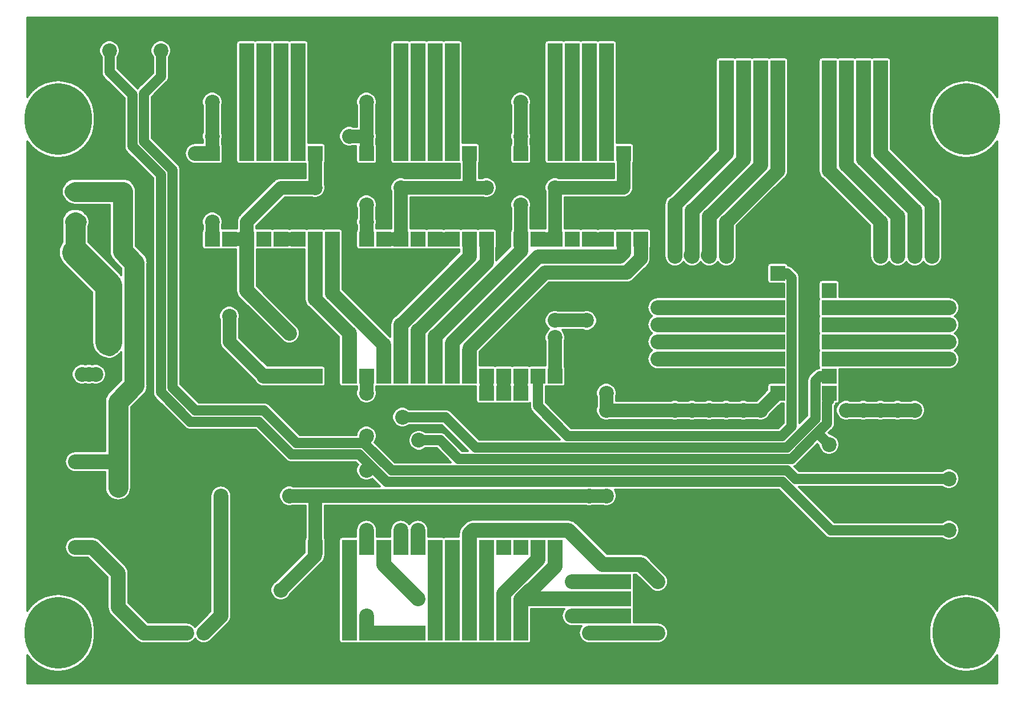
<source format=gbr>
%TF.GenerationSoftware,KiCad,Pcbnew,(5.1.6)-1*%
%TF.CreationDate,2022-03-03T11:01:03-05:00*%
%TF.ProjectId,controller,636f6e74-726f-46c6-9c65-722e6b696361,rev?*%
%TF.SameCoordinates,Original*%
%TF.FileFunction,Copper,L2,Bot*%
%TF.FilePolarity,Positive*%
%FSLAX46Y46*%
G04 Gerber Fmt 4.6, Leading zero omitted, Abs format (unit mm)*
G04 Created by KiCad (PCBNEW (5.1.6)-1) date 2022-03-03 11:01:03*
%MOMM*%
%LPD*%
G01*
G04 APERTURE LIST*
%TA.AperFunction,ComponentPad*%
%ADD10C,2.200000*%
%TD*%
%TA.AperFunction,ComponentPad*%
%ADD11R,2.200000X2.200000*%
%TD*%
%TA.AperFunction,ViaPad*%
%ADD12C,5.100000*%
%TD*%
%TA.AperFunction,ViaPad*%
%ADD13C,2.200000*%
%TD*%
%TA.AperFunction,Conductor*%
%ADD14C,10.000000*%
%TD*%
%TA.AperFunction,Conductor*%
%ADD15C,2.000000*%
%TD*%
%TA.AperFunction,Conductor*%
%ADD16C,2.200000*%
%TD*%
%TA.AperFunction,Conductor*%
%ADD17C,2.100000*%
%TD*%
%TA.AperFunction,Conductor*%
%ADD18C,3.000000*%
%TD*%
%TA.AperFunction,Conductor*%
%ADD19C,4.000000*%
%TD*%
%TA.AperFunction,Conductor*%
%ADD20C,1.500000*%
%TD*%
%TA.AperFunction,Conductor*%
%ADD21C,0.300000*%
%TD*%
G04 APERTURE END LIST*
D10*
%TO.P,SW1,1*%
%TO.N,+24V*%
X10660000Y73080000D03*
X9660000Y73080000D03*
%TO.P,SW1,2*%
%TO.N,Net-(J11-Pad1)*%
X10760000Y68580000D03*
X9760000Y68580000D03*
%TO.P,SW1,3*%
X10760000Y64080000D03*
X9760000Y64080000D03*
%TD*%
%TO.P,J11,3*%
%TO.N,N/C*%
X13208000Y45974000D03*
X12192000Y45974000D03*
X11176000Y45974000D03*
%TO.P,J11,1*%
%TO.N,Net-(J11-Pad1)*%
X15240000Y49784000D03*
X15240000Y50800000D03*
X15240000Y51816000D03*
%TO.P,J11,2*%
%TO.N,GND*%
X9144000Y49784000D03*
X9144000Y50800000D03*
X9144000Y51816000D03*
%TD*%
%TO.P,R8,2*%
%TO.N,Net-(C9-Pad1)*%
X106680000Y55880000D03*
%TO.P,R8,1*%
%TO.N,Net-(J17-Pad1)*%
X106680000Y63500000D03*
%TD*%
D11*
%TO.P,J15,1*%
%TO.N,Net-(J15-Pad1)*%
X109220000Y91440000D03*
%TO.P,J15,2*%
%TO.N,GND*%
X109220000Y93980000D03*
%TD*%
%TO.P,U1,30*%
%TO.N,+3V3*%
X45720000Y20320000D03*
%TO.P,U1,29*%
%TO.N,GND*%
X48260000Y20320000D03*
%TO.P,U1,28*%
%TO.N,LED*%
X50800000Y20320000D03*
%TO.P,U1,27*%
%TO.N,PWM_1*%
X53340000Y20320000D03*
%TO.P,U1,26*%
%TO.N,SD_CS*%
X55880000Y20320000D03*
%TO.P,U1,25*%
%TO.N,SW_CLK*%
X58420000Y20320000D03*
%TO.P,U1,24*%
%TO.N,SW_LATCH*%
X60960000Y20320000D03*
%TO.P,U1,23*%
%TO.N,TOUCH_CS*%
X63500000Y20320000D03*
%TO.P,U1,22*%
%TO.N,MCLK*%
X66040000Y20320000D03*
%TO.P,U1,21*%
%TO.N,MISO*%
X68580000Y20320000D03*
%TO.P,U1,20*%
%TO.N,TFT_DC*%
X71120000Y20320000D03*
%TO.P,U1,19*%
%TO.N,Net-(U1-Pad19)*%
X73660000Y20320000D03*
%TO.P,U1,18*%
%TO.N,Net-(U1-Pad18)*%
X76200000Y20320000D03*
%TO.P,U1,17*%
%TO.N,TFT_CS*%
X78740000Y20320000D03*
%TO.P,U1,16*%
%TO.N,MOSI*%
X81280000Y20320000D03*
%TO.P,U1,15*%
%TO.N,Net-(C4-Pad2)*%
X81280000Y45720000D03*
%TO.P,U1,14*%
%TO.N,SW_DATA*%
X78740000Y45720000D03*
%TO.P,U1,13*%
%TO.N,Net-(J10-Pad1)*%
X76200000Y45720000D03*
%TO.P,U1,12*%
%TO.N,Net-(J9-Pad1)*%
X73660000Y45720000D03*
%TO.P,U1,11*%
%TO.N,Net-(J8-Pad1)*%
X71120000Y45720000D03*
%TO.P,U1,10*%
%TO.N,Z_DIR*%
X68580000Y45720000D03*
%TO.P,U1,9*%
%TO.N,Z_STEP*%
X66040000Y45720000D03*
%TO.P,U1,8*%
%TO.N,STEP_EN*%
X63500000Y45720000D03*
%TO.P,U1,7*%
%TO.N,Y_DIR*%
X60960000Y45720000D03*
%TO.P,U1,6*%
%TO.N,Y_STEP*%
X58420000Y45720000D03*
%TO.P,U1,5*%
%TO.N,X_DIR*%
X55880000Y45720000D03*
%TO.P,U1,4*%
%TO.N,PWM_2*%
X53340000Y45720000D03*
%TO.P,U1,3*%
%TO.N,X_STEP*%
X50800000Y45720000D03*
%TO.P,U1,2*%
%TO.N,GND*%
X48260000Y45720000D03*
%TO.P,U1,1*%
%TO.N,+5V*%
X45720000Y45720000D03*
%TD*%
D10*
%TO.P,C1,1*%
%TO.N,+24V*%
X30480000Y86360000D03*
%TO.P,C1,2*%
%TO.N,GND*%
X27940000Y86360000D03*
%TD*%
%TO.P,C2,2*%
%TO.N,GND*%
X50800000Y86360000D03*
%TO.P,C2,1*%
%TO.N,+24V*%
X53340000Y86360000D03*
%TD*%
%TO.P,C4,1*%
%TO.N,+3V3*%
X81280000Y53975000D03*
%TO.P,C4,2*%
%TO.N,Net-(C4-Pad2)*%
X81280000Y51435000D03*
%TD*%
%TO.P,C3,1*%
%TO.N,+24V*%
X76200000Y86360000D03*
%TO.P,C3,2*%
%TO.N,GND*%
X73660000Y86360000D03*
%TD*%
%TO.P,C6,1*%
%TO.N,Net-(C6-Pad1)*%
X96520000Y48260000D03*
%TO.P,C6,2*%
%TO.N,GND*%
X93980000Y48260000D03*
%TD*%
%TO.P,C7,2*%
%TO.N,GND*%
X93980000Y50800000D03*
%TO.P,C7,1*%
%TO.N,Net-(C7-Pad1)*%
X96520000Y50800000D03*
%TD*%
%TO.P,C8,1*%
%TO.N,Net-(C8-Pad1)*%
X96520000Y53340000D03*
%TO.P,C8,2*%
%TO.N,GND*%
X93980000Y53340000D03*
%TD*%
%TO.P,C9,2*%
%TO.N,GND*%
X93980000Y55880000D03*
%TO.P,C9,1*%
%TO.N,Net-(C9-Pad1)*%
X96520000Y55880000D03*
%TD*%
%TO.P,C10,1*%
%TO.N,Net-(C10-Pad1)*%
X139700000Y55880000D03*
%TO.P,C10,2*%
%TO.N,GND*%
X142240000Y55880000D03*
%TD*%
%TO.P,C11,2*%
%TO.N,GND*%
X142240000Y53340000D03*
%TO.P,C11,1*%
%TO.N,Net-(C11-Pad1)*%
X139700000Y53340000D03*
%TD*%
%TO.P,C12,1*%
%TO.N,Net-(C12-Pad1)*%
X139700000Y50800000D03*
%TO.P,C12,2*%
%TO.N,GND*%
X142240000Y50800000D03*
%TD*%
%TO.P,C14,2*%
%TO.N,GND*%
X142240000Y48260000D03*
%TO.P,C14,1*%
%TO.N,Net-(C14-Pad1)*%
X139700000Y48260000D03*
%TD*%
D11*
%TO.P,J8,1*%
%TO.N,Net-(J8-Pad1)*%
X71120000Y43180000D03*
%TD*%
%TO.P,J9,1*%
%TO.N,Net-(J9-Pad1)*%
X73660000Y43180000D03*
%TD*%
%TO.P,J10,1*%
%TO.N,Net-(J10-Pad1)*%
X76200000Y43180000D03*
%TD*%
%TO.P,J14,2*%
%TO.N,GND*%
X106680000Y93980000D03*
%TO.P,J14,1*%
%TO.N,Net-(J14-Pad1)*%
X106680000Y91440000D03*
%TD*%
%TO.P,J23,1*%
%TO.N,+5V*%
X53340000Y7620000D03*
%TO.P,J23,2*%
%TO.N,LED*%
X50800000Y7620000D03*
%TO.P,J23,3*%
%TO.N,GND*%
X48260000Y7620000D03*
%TD*%
%TO.P,J22,1*%
%TO.N,GND*%
X78740000Y7620000D03*
%TO.P,J22,2*%
%TO.N,MOSI*%
X76200000Y7620000D03*
%TO.P,J22,3*%
%TO.N,TFT_CS*%
X73660000Y7620000D03*
%TO.P,J22,4*%
%TO.N,TFT_DC*%
X71120000Y7620000D03*
%TO.P,J22,5*%
%TO.N,MISO*%
X68580000Y7620000D03*
%TO.P,J22,6*%
%TO.N,MCLK*%
X66040000Y7620000D03*
%TO.P,J22,7*%
%TO.N,TOUCH_CS*%
X63500000Y7620000D03*
%TO.P,J22,8*%
%TO.N,+5V*%
X60960000Y7620000D03*
%TD*%
%TO.P,J16,2*%
%TO.N,GND*%
X111760000Y93980000D03*
%TO.P,J16,1*%
%TO.N,Net-(J16-Pad1)*%
X111760000Y91440000D03*
%TD*%
%TO.P,J17,2*%
%TO.N,GND*%
X114300000Y93980000D03*
%TO.P,J17,1*%
%TO.N,Net-(J17-Pad1)*%
X114300000Y91440000D03*
%TD*%
%TO.P,J18,2*%
%TO.N,GND*%
X121920000Y93980000D03*
%TO.P,J18,1*%
%TO.N,Net-(J18-Pad1)*%
X121920000Y91440000D03*
%TD*%
%TO.P,J19,1*%
%TO.N,Net-(J19-Pad1)*%
X124460000Y91440000D03*
%TO.P,J19,2*%
%TO.N,GND*%
X124460000Y93980000D03*
%TD*%
%TO.P,J20,1*%
%TO.N,Net-(J20-Pad1)*%
X127000000Y91440000D03*
%TO.P,J20,2*%
%TO.N,GND*%
X127000000Y93980000D03*
%TD*%
%TO.P,J21,2*%
%TO.N,GND*%
X129540000Y93980000D03*
%TO.P,J21,1*%
%TO.N,Net-(J21-Pad1)*%
X129540000Y91440000D03*
%TD*%
%TO.P,M1,1*%
%TO.N,X_DIR*%
X48260000Y66040000D03*
%TO.P,M1,2*%
%TO.N,X_STEP*%
X45720000Y66040000D03*
%TO.P,M1,3*%
%TO.N,Net-(M1-Pad3)*%
X43180000Y66040000D03*
%TO.P,M1,4*%
X40640000Y66040000D03*
%TO.P,M1,5*%
%TO.N,Net-(M1-Pad5)*%
X38100000Y66040000D03*
%TO.P,M1,6*%
%TO.N,+3V3*%
X35560000Y66040000D03*
%TO.P,M1,7*%
X33020000Y66040000D03*
%TO.P,M1,8*%
%TO.N,STEP_EN*%
X30480000Y66040000D03*
%TO.P,M1,16*%
%TO.N,GND*%
X48260000Y78740000D03*
%TO.P,M1,15*%
%TO.N,+3V3*%
X45720000Y78740000D03*
%TO.P,M1,14*%
%TO.N,Net-(J1-Pad4)*%
X43180000Y78740000D03*
%TO.P,M1,13*%
%TO.N,Net-(J1-Pad3)*%
X40640000Y78740000D03*
%TO.P,M1,12*%
%TO.N,Net-(J1-Pad2)*%
X38100000Y78740000D03*
%TO.P,M1,11*%
%TO.N,Net-(J1-Pad1)*%
X35560000Y78740000D03*
%TO.P,M1,10*%
%TO.N,GND*%
X33020000Y78740000D03*
%TO.P,M1,9*%
%TO.N,+24V*%
X30480000Y78740000D03*
%TD*%
%TO.P,M2,1*%
%TO.N,Y_DIR*%
X71120000Y66040000D03*
%TO.P,M2,2*%
%TO.N,Y_STEP*%
X68580000Y66040000D03*
%TO.P,M2,3*%
%TO.N,Net-(M2-Pad3)*%
X66040000Y66040000D03*
%TO.P,M2,4*%
X63500000Y66040000D03*
%TO.P,M2,5*%
%TO.N,Net-(M2-Pad5)*%
X60960000Y66040000D03*
%TO.P,M2,6*%
%TO.N,+3V3*%
X58420000Y66040000D03*
%TO.P,M2,7*%
X55880000Y66040000D03*
%TO.P,M2,8*%
%TO.N,STEP_EN*%
X53340000Y66040000D03*
%TO.P,M2,16*%
%TO.N,GND*%
X71120000Y78740000D03*
%TO.P,M2,15*%
%TO.N,+3V3*%
X68580000Y78740000D03*
%TO.P,M2,14*%
%TO.N,Net-(J2-Pad4)*%
X66040000Y78740000D03*
%TO.P,M2,13*%
%TO.N,Net-(J2-Pad3)*%
X63500000Y78740000D03*
%TO.P,M2,12*%
%TO.N,Net-(J2-Pad2)*%
X60960000Y78740000D03*
%TO.P,M2,11*%
%TO.N,Net-(J2-Pad1)*%
X58420000Y78740000D03*
%TO.P,M2,10*%
%TO.N,GND*%
X55880000Y78740000D03*
%TO.P,M2,9*%
%TO.N,+24V*%
X53340000Y78740000D03*
%TD*%
%TO.P,M3,9*%
%TO.N,+24V*%
X76200000Y78740000D03*
%TO.P,M3,10*%
%TO.N,GND*%
X78740000Y78740000D03*
%TO.P,M3,11*%
%TO.N,Net-(J3-Pad1)*%
X81280000Y78740000D03*
%TO.P,M3,12*%
%TO.N,Net-(J3-Pad2)*%
X83820000Y78740000D03*
%TO.P,M3,13*%
%TO.N,Net-(J3-Pad3)*%
X86360000Y78740000D03*
%TO.P,M3,14*%
%TO.N,Net-(J3-Pad4)*%
X88900000Y78740000D03*
%TO.P,M3,15*%
%TO.N,+3V3*%
X91440000Y78740000D03*
%TO.P,M3,16*%
%TO.N,GND*%
X93980000Y78740000D03*
%TO.P,M3,8*%
%TO.N,STEP_EN*%
X76200000Y66040000D03*
%TO.P,M3,7*%
%TO.N,+3V3*%
X78740000Y66040000D03*
%TO.P,M3,6*%
X81280000Y66040000D03*
%TO.P,M3,5*%
%TO.N,Net-(M3-Pad5)*%
X83820000Y66040000D03*
%TO.P,M3,4*%
%TO.N,Net-(M3-Pad3)*%
X86360000Y66040000D03*
%TO.P,M3,3*%
X88900000Y66040000D03*
%TO.P,M3,2*%
%TO.N,Z_STEP*%
X91440000Y66040000D03*
%TO.P,M3,1*%
%TO.N,Z_DIR*%
X93980000Y66040000D03*
%TD*%
%TO.P,M5,1*%
%TO.N,GND*%
X91440000Y20320000D03*
%TO.P,M5,2*%
%TO.N,MISO*%
X91440000Y17780000D03*
%TO.P,M5,3*%
%TO.N,MCLK*%
X91440000Y15240000D03*
%TO.P,M5,4*%
%TO.N,MOSI*%
X91440000Y12700000D03*
%TO.P,M5,5*%
%TO.N,SD_CS*%
X91440000Y10160000D03*
%TO.P,M5,6*%
%TO.N,+3V3*%
X91440000Y7620000D03*
%TD*%
D10*
%TO.P,R11,1*%
%TO.N,+3V3*%
X96520000Y7620000D03*
%TO.P,R11,2*%
%TO.N,MISO*%
X96520000Y15240000D03*
%TD*%
%TO.P,R1,1*%
%TO.N,+3V3*%
X101600000Y40640000D03*
%TO.P,R1,2*%
%TO.N,Net-(C6-Pad1)*%
X101600000Y48260000D03*
%TD*%
%TO.P,R2,2*%
%TO.N,Net-(C6-Pad1)*%
X99060000Y48260000D03*
%TO.P,R2,1*%
%TO.N,Net-(J14-Pad1)*%
X99060000Y63500000D03*
%TD*%
%TO.P,R3,1*%
%TO.N,+3V3*%
X104140000Y40640000D03*
%TO.P,R3,2*%
%TO.N,Net-(C7-Pad1)*%
X104140000Y50800000D03*
%TD*%
%TO.P,R4,2*%
%TO.N,Net-(C7-Pad1)*%
X101600000Y50800000D03*
%TO.P,R4,1*%
%TO.N,Net-(J15-Pad1)*%
X101600000Y63500000D03*
%TD*%
%TO.P,R5,2*%
%TO.N,Net-(C8-Pad1)*%
X106680000Y53340000D03*
%TO.P,R5,1*%
%TO.N,+3V3*%
X106680000Y40640000D03*
%TD*%
%TO.P,R6,2*%
%TO.N,Net-(C8-Pad1)*%
X104140000Y53340000D03*
%TO.P,R6,1*%
%TO.N,Net-(J16-Pad1)*%
X104140000Y63500000D03*
%TD*%
%TO.P,R7,2*%
%TO.N,Net-(C9-Pad1)*%
X109220000Y55880000D03*
%TO.P,R7,1*%
%TO.N,+3V3*%
X109220000Y40640000D03*
%TD*%
%TO.P,R9,1*%
%TO.N,+3V3*%
X127000000Y40640000D03*
%TO.P,R9,2*%
%TO.N,Net-(C10-Pad1)*%
X127000000Y55880000D03*
%TD*%
%TO.P,R10,1*%
%TO.N,Net-(J18-Pad1)*%
X129540000Y63500000D03*
%TO.P,R10,2*%
%TO.N,Net-(C10-Pad1)*%
X129540000Y55880000D03*
%TD*%
%TO.P,R12,1*%
%TO.N,+3V3*%
X129540000Y40640000D03*
%TO.P,R12,2*%
%TO.N,Net-(C11-Pad1)*%
X129540000Y53340000D03*
%TD*%
%TO.P,R13,1*%
%TO.N,Net-(J19-Pad1)*%
X132080000Y63500000D03*
%TO.P,R13,2*%
%TO.N,Net-(C11-Pad1)*%
X132080000Y53340000D03*
%TD*%
%TO.P,R14,2*%
%TO.N,Net-(C12-Pad1)*%
X132080000Y50800000D03*
%TO.P,R14,1*%
%TO.N,+3V3*%
X132080000Y40640000D03*
%TD*%
%TO.P,R15,1*%
%TO.N,Net-(J20-Pad1)*%
X134620000Y63500000D03*
%TO.P,R15,2*%
%TO.N,Net-(C12-Pad1)*%
X134620000Y50800000D03*
%TD*%
%TO.P,R16,2*%
%TO.N,Net-(C14-Pad1)*%
X134620000Y48260000D03*
%TO.P,R16,1*%
%TO.N,+3V3*%
X134620000Y40640000D03*
%TD*%
%TO.P,R17,1*%
%TO.N,Net-(J21-Pad1)*%
X137160000Y63500000D03*
%TO.P,R17,2*%
%TO.N,Net-(C14-Pad1)*%
X137160000Y48260000D03*
%TD*%
D11*
%TO.P,U2,1*%
%TO.N,SW_DATA*%
X114300000Y60960000D03*
%TO.P,U2,9*%
%TO.N,SW_LATCH*%
X121920000Y43180000D03*
%TO.P,U2,2*%
%TO.N,GND*%
X114300000Y58420000D03*
%TO.P,U2,10*%
%TO.N,SW_CLK*%
X121920000Y45720000D03*
%TO.P,U2,3*%
%TO.N,Net-(C9-Pad1)*%
X114300000Y55880000D03*
%TO.P,U2,11*%
%TO.N,Net-(C14-Pad1)*%
X121920000Y48260000D03*
%TO.P,U2,4*%
%TO.N,Net-(C8-Pad1)*%
X114300000Y53340000D03*
%TO.P,U2,12*%
%TO.N,Net-(C12-Pad1)*%
X121920000Y50800000D03*
%TO.P,U2,5*%
%TO.N,Net-(C7-Pad1)*%
X114300000Y50800000D03*
%TO.P,U2,13*%
%TO.N,Net-(C11-Pad1)*%
X121920000Y53340000D03*
%TO.P,U2,6*%
%TO.N,Net-(C6-Pad1)*%
X114300000Y48260000D03*
%TO.P,U2,14*%
%TO.N,Net-(C10-Pad1)*%
X121920000Y55880000D03*
%TO.P,U2,7*%
%TO.N,GND*%
X114300000Y45720000D03*
%TO.P,U2,15*%
%TO.N,Net-(U2-Pad15)*%
X121920000Y58420000D03*
%TO.P,U2,8*%
%TO.N,+3V3*%
X114300000Y43180000D03*
%TO.P,U2,16*%
%TO.N,GND*%
X121920000Y60960000D03*
%TD*%
D10*
%TO.P,C13,1*%
%TO.N,GND*%
X124460000Y35560000D03*
%TO.P,C13,2*%
%TO.N,SW_LATCH*%
X121920000Y35560000D03*
%TD*%
D11*
%TO.P,J1,1*%
%TO.N,Net-(J1-Pad1)*%
X35560000Y93980000D03*
%TO.P,J1,2*%
%TO.N,Net-(J1-Pad2)*%
X38100000Y93980000D03*
%TO.P,J1,3*%
%TO.N,Net-(J1-Pad3)*%
X40640000Y93980000D03*
%TO.P,J1,4*%
%TO.N,Net-(J1-Pad4)*%
X43180000Y93980000D03*
%TD*%
%TO.P,J2,4*%
%TO.N,Net-(J2-Pad4)*%
X66040000Y93980000D03*
%TO.P,J2,3*%
%TO.N,Net-(J2-Pad3)*%
X63500000Y93980000D03*
%TO.P,J2,2*%
%TO.N,Net-(J2-Pad2)*%
X60960000Y93980000D03*
%TO.P,J2,1*%
%TO.N,Net-(J2-Pad1)*%
X58420000Y93980000D03*
%TD*%
%TO.P,J3,1*%
%TO.N,Net-(J3-Pad1)*%
X81280000Y93980000D03*
%TO.P,J3,2*%
%TO.N,Net-(J3-Pad2)*%
X83820000Y93980000D03*
%TO.P,J3,3*%
%TO.N,Net-(J3-Pad3)*%
X86360000Y93980000D03*
%TO.P,J3,4*%
%TO.N,Net-(J3-Pad4)*%
X88900000Y93980000D03*
%TD*%
D10*
%TO.P,J4,1*%
%TO.N,GND*%
X12700000Y93980000D03*
%TO.P,J4,2*%
%TO.N,PWM_1*%
X15240000Y93980000D03*
%TD*%
%TO.P,J5,2*%
%TO.N,PWM_1*%
X139700000Y22860000D03*
%TO.P,J5,1*%
%TO.N,GND*%
X139700000Y25400000D03*
%TD*%
%TO.P,J6,1*%
%TO.N,GND*%
X20320000Y93980000D03*
%TO.P,J6,2*%
%TO.N,PWM_2*%
X22860000Y93980000D03*
%TD*%
%TO.P,J7,2*%
%TO.N,PWM_2*%
X139700000Y30480000D03*
%TO.P,J7,1*%
%TO.N,GND*%
X139700000Y33020000D03*
%TD*%
%TO.P,M4,1*%
%TO.N,GND*%
X25400000Y29210000D03*
%TO.P,M4,2*%
X25400000Y13970000D03*
%TO.P,M4,3*%
%TO.N,Net-(J24-Pad2)*%
X16510000Y13970000D03*
%TO.P,M4,4*%
%TO.N,+24V*%
X16510000Y29210000D03*
%TD*%
%TO.P,J24,1*%
%TO.N,+5V*%
X29210000Y7620000D03*
%TO.P,J24,2*%
%TO.N,Net-(J24-Pad2)*%
X26670000Y7620000D03*
%TD*%
%TO.P,J12,1*%
%TO.N,GND*%
X10160000Y25400000D03*
%TD*%
%TO.P,J13,1*%
%TO.N,+24V*%
X10160000Y33020000D03*
%TD*%
%TO.P,J25,1*%
%TO.N,GND*%
X10160000Y38100000D03*
%TD*%
%TO.P,J26,1*%
%TO.N,Net-(J24-Pad2)*%
X10160000Y20320000D03*
%TD*%
%TO.P,C15,1*%
%TO.N,+3V3*%
X40640000Y13970000D03*
%TO.P,C15,2*%
%TO.N,GND*%
X38100000Y13970000D03*
%TD*%
%TO.P,C5,1*%
%TO.N,+5V*%
X33020000Y54610000D03*
%TO.P,C5,2*%
%TO.N,GND*%
X27940000Y54610000D03*
%TD*%
D12*
%TO.N,*%
X7620000Y83820000D03*
X7620000Y7620000D03*
X142240000Y7620000D03*
X142240000Y83820000D03*
D13*
%TO.N,+3V3*%
X111760000Y40640000D03*
%TO.N,MCLK*%
X66040000Y15240000D03*
X66040000Y15240000D03*
%TO.N,+24V*%
X30480000Y81280000D03*
X50800000Y81280000D03*
X76200000Y81280000D03*
X53340000Y81280000D03*
X27940000Y78740000D03*
X17200000Y73080000D03*
%TO.N,+3V3*%
X45720000Y73660000D03*
X58420000Y73660000D03*
X71120000Y73660000D03*
X81280000Y73660000D03*
X124460000Y40640000D03*
X99060000Y40640000D03*
X85979000Y53975000D03*
X88900000Y43180000D03*
X88900000Y40640000D03*
X88900000Y27940000D03*
X86360000Y27940000D03*
X86360000Y7620000D03*
X41910000Y52070000D03*
X41910000Y27940000D03*
%TO.N,+5V*%
X53340000Y10160000D03*
X31750000Y10160000D03*
X31750000Y27940000D03*
X38100000Y45720000D03*
%TO.N,SW_LATCH*%
X61087000Y36195000D03*
X60960000Y22860000D03*
%TO.N,PWM_1*%
X53340000Y22860000D03*
X53340000Y31750000D03*
%TO.N,PWM_2*%
X53340000Y43180000D03*
X53340000Y36830000D03*
%TO.N,STEP_EN*%
X76200000Y71120000D03*
X53340000Y71120000D03*
X53340000Y68580000D03*
X30480000Y68580000D03*
%TO.N,MCLK*%
X83820000Y15240000D03*
%TO.N,SD_CS*%
X60960000Y12700000D03*
X83820000Y10160000D03*
%TO.N,SW_CLK*%
X58674000Y39624000D03*
X58420000Y22860000D03*
%TD*%
D14*
%TO.N,*%
X7620000Y84137500D02*
X7620000Y83502500D01*
X7620000Y7937500D02*
X7620000Y7302500D01*
X142240000Y7937500D02*
X142240000Y7302500D01*
X142240000Y84137500D02*
X142240000Y83502500D01*
D15*
%TO.N,Net-(C4-Pad2)*%
X81280000Y45720000D02*
X81280000Y51435000D01*
D16*
%TO.N,Net-(C6-Pad1)*%
X114300000Y48260000D02*
X96520000Y48260000D01*
%TO.N,Net-(C7-Pad1)*%
X114300000Y50800000D02*
X96520000Y50800000D01*
%TO.N,Net-(C8-Pad1)*%
X114300000Y53340000D02*
X96520000Y53340000D01*
%TO.N,Net-(C9-Pad1)*%
X114300000Y55880000D02*
X96520000Y55880000D01*
%TO.N,Net-(C10-Pad1)*%
X121920000Y55880000D02*
X139700000Y55880000D01*
%TO.N,Net-(C11-Pad1)*%
X121920000Y53340000D02*
X139700000Y53340000D01*
%TO.N,Net-(C12-Pad1)*%
X121920000Y50800000D02*
X139700000Y50800000D01*
D15*
%TO.N,+24V*%
X76200000Y78740000D02*
X76200000Y81280000D01*
X53340000Y86360000D02*
X53340000Y81280000D01*
X30480000Y86360000D02*
X30480000Y81280000D01*
X53340000Y81280000D02*
X50800000Y81280000D01*
%TO.N,+3V3*%
X33020000Y66040000D02*
X35560000Y66040000D01*
X55880000Y66040000D02*
X58420000Y66040000D01*
D17*
X78740000Y66040000D02*
X81280000Y66040000D01*
D15*
X45720000Y78740000D02*
X45720000Y73660000D01*
X68580000Y78740000D02*
X68580000Y73660000D01*
X68580000Y73660000D02*
X71120000Y73660000D01*
X35560000Y66040000D02*
X35560000Y68580000D01*
X35560000Y68580000D02*
X40640000Y73660000D01*
X40640000Y73660000D02*
X45720000Y73660000D01*
X91440000Y73660000D02*
X91440000Y78740000D01*
X127000000Y40640000D02*
X134620000Y40640000D01*
D16*
%TO.N,Net-(J1-Pad1)*%
X35560000Y93980000D02*
X35560000Y78740000D01*
%TO.N,Net-(J1-Pad2)*%
X38100000Y93980000D02*
X38100000Y78740000D01*
%TO.N,Net-(J1-Pad3)*%
X40640000Y93980000D02*
X40640000Y78740000D01*
%TO.N,Net-(J1-Pad4)*%
X43180000Y93980000D02*
X43180000Y78740000D01*
D15*
%TO.N,Net-(J8-Pad1)*%
X71120000Y45720000D02*
X71120000Y43180000D01*
%TO.N,Net-(J9-Pad1)*%
X73660000Y45720000D02*
X73660000Y43180000D01*
%TO.N,Net-(J10-Pad1)*%
X76200000Y45720000D02*
X76200000Y43180000D01*
D18*
%TO.N,Net-(J11-Pad1)*%
X10160000Y64080000D02*
X10160000Y68580000D01*
D19*
X15113000Y59127000D02*
X10160000Y64080000D01*
X15113000Y50800000D02*
X15113000Y59127000D01*
D16*
%TO.N,Net-(J16-Pad1)*%
X104000001Y63639999D02*
X104140000Y63500000D01*
X111760000Y77054126D02*
X111760000Y91440000D01*
X104140000Y63500000D02*
X104140000Y69434126D01*
D17*
X104140000Y69434126D02*
X111760000Y77054126D01*
D16*
%TO.N,Net-(J17-Pad1)*%
X106680000Y68580000D02*
X106680000Y63500000D01*
X114300000Y91440000D02*
X114300000Y76200000D01*
D17*
X114300000Y76200000D02*
X106680000Y68580000D01*
D16*
%TO.N,Net-(J18-Pad1)*%
X121920000Y91440000D02*
X121920000Y76200000D01*
X129540000Y68580000D02*
X129540000Y63500000D01*
D17*
X121920000Y76200000D02*
X129540000Y68580000D01*
D16*
%TO.N,Net-(J19-Pad1)*%
X132080000Y63500000D02*
X132080000Y69434126D01*
X124460000Y77054126D02*
X124460000Y91440000D01*
D17*
X132080000Y69434126D02*
X124460000Y77054126D01*
D16*
%TO.N,Net-(J20-Pad1)*%
X134620000Y63500000D02*
X134620000Y70288252D01*
D17*
X134620000Y70288252D02*
X127000000Y77908252D01*
D16*
X127000000Y77908252D02*
X127000000Y91440000D01*
%TO.N,Net-(J21-Pad1)*%
X137160000Y63500000D02*
X137160000Y71308699D01*
D17*
X137096500Y71247000D02*
X129476500Y78867000D01*
D16*
X129540000Y83820000D02*
X129540000Y91440000D01*
X129540000Y78928699D02*
X129540000Y83820000D01*
%TO.N,Net-(J3-Pad1)*%
X81280000Y93980000D02*
X81280000Y78740000D01*
%TO.N,Net-(J3-Pad2)*%
X83820000Y93980000D02*
X83820000Y78740000D01*
%TO.N,Net-(J3-Pad3)*%
X86360000Y93980000D02*
X86360000Y78740000D01*
%TO.N,Net-(J3-Pad4)*%
X88900000Y93980000D02*
X88900000Y78740000D01*
D15*
%TO.N,MCLK*%
X66040000Y15240000D02*
X66040000Y15240000D01*
%TO.N,Net-(M1-Pad3)*%
X43180000Y66040000D02*
X40640000Y66040000D01*
%TO.N,STEP_EN*%
X30480000Y68580000D02*
X30480000Y68580000D01*
D17*
%TO.N,Net-(M2-Pad3)*%
X63500000Y66040000D02*
X66040000Y66040000D01*
%TO.N,Net-(M3-Pad3)*%
X86360000Y66040000D02*
X88900000Y66040000D01*
D15*
%TO.N,+24V*%
X30480000Y81280000D02*
X30480000Y78740000D01*
X50800000Y81280000D02*
X50800000Y81280000D01*
X76200000Y81280000D02*
X76200000Y86360000D01*
X53340000Y81280000D02*
X53340000Y78740000D01*
D16*
X30480000Y78740000D02*
X27940000Y78740000D01*
X27940000Y78740000D02*
X27940000Y78740000D01*
D18*
X17200000Y73080000D02*
X17200000Y73080000D01*
X10160000Y73080000D02*
X17200000Y73080000D01*
X17200000Y64232604D02*
X17200000Y66772604D01*
X17200000Y66772604D02*
X17200000Y73080000D01*
D16*
X10160000Y33020000D02*
X15240000Y33020000D01*
D18*
X16510000Y29210000D02*
X16510000Y41910000D01*
X16510000Y41910000D02*
X18940010Y44340010D01*
X18940010Y62492594D02*
X17200000Y64232604D01*
X18940010Y44340010D02*
X18940010Y62492594D01*
D15*
%TO.N,+3V3*%
X45720000Y73660000D02*
X45720000Y73660000D01*
X58420000Y73660000D02*
X58420000Y73660000D01*
X71120000Y73660000D02*
X71120000Y73660000D01*
X101600000Y40640000D02*
X109220000Y40640000D01*
X111760000Y40640000D02*
X114300000Y43180000D01*
X109220000Y40640000D02*
X111760000Y40640000D01*
X101600000Y40640000D02*
X99060000Y40640000D01*
X99060000Y40640000D02*
X99060000Y40640000D01*
X68580000Y73660000D02*
X58420000Y73660000D01*
X58420000Y73660000D02*
X58420000Y66040000D01*
X91440000Y73660000D02*
X81280000Y73660000D01*
X81280000Y73660000D02*
X81280000Y66040000D01*
X99060000Y40640000D02*
X88900000Y40640000D01*
X127000000Y40640000D02*
X124460000Y40640000D01*
D16*
X91440000Y7620000D02*
X96520000Y7620000D01*
D15*
X86360000Y27940000D02*
X86360000Y27940000D01*
X88900000Y40640000D02*
X88900000Y40640000D01*
X81280000Y53975000D02*
X85979000Y53975000D01*
X49530000Y27940000D02*
X49530000Y27940000D01*
X85979000Y53975000D02*
X85979000Y53975000D01*
X88900000Y43180000D02*
X88900000Y43180000D01*
X88900000Y40640000D02*
X88900000Y43180000D01*
X88900000Y27940000D02*
X88900000Y27940000D01*
X88900000Y27940000D02*
X48260000Y27940000D01*
X45720000Y20320000D02*
X45720000Y27940000D01*
X48260000Y27940000D02*
X45720000Y27940000D01*
D16*
X91440000Y7620000D02*
X86360000Y7620000D01*
D15*
X45720000Y27940000D02*
X41910000Y27940000D01*
D16*
X35560000Y58420000D02*
X41910000Y52070000D01*
X35560000Y66040000D02*
X35560000Y58420000D01*
D15*
X45720000Y19050000D02*
X40640000Y13970000D01*
X45720000Y20320000D02*
X45720000Y19050000D01*
D16*
%TO.N,+5V*%
X53340000Y7620000D02*
X60960000Y7620000D01*
X45720000Y45720000D02*
X38100000Y45720000D01*
X31750000Y27940000D02*
X31750000Y27940000D01*
X38100000Y45720000D02*
X38100000Y45720000D01*
D15*
X38100000Y45720000D02*
X33020000Y50800000D01*
X33020000Y50800000D02*
X33020000Y54610000D01*
D16*
X29210000Y7620000D02*
X31750000Y10160000D01*
X31750000Y10160000D02*
X31750000Y27940000D01*
X53340000Y7620000D02*
X53340000Y10160000D01*
%TO.N,SW_LATCH*%
X60960000Y20320000D02*
X60960000Y22860000D01*
D20*
X121920000Y42164000D02*
X121570009Y41814009D01*
X121920000Y43180000D02*
X121920000Y42164000D01*
X121570009Y41814009D02*
X121570009Y38656655D01*
X116343334Y33429980D02*
X67183000Y33429980D01*
X67183000Y33429980D02*
X67027020Y33429980D01*
X67027020Y33429980D02*
X64262000Y36195000D01*
X64262000Y36195000D02*
X61087000Y36195000D01*
X61087000Y36195000D02*
X61087000Y36195000D01*
D16*
X60960000Y22860000D02*
X60960000Y22860000D01*
D20*
X121920000Y35560000D02*
X120196677Y37283323D01*
X121570009Y38656655D02*
X120196677Y37283323D01*
X120196677Y37283323D02*
X116343334Y33429980D01*
D16*
%TO.N,Net-(C14-Pad1)*%
X121920000Y48260000D02*
X139700000Y48260000D01*
%TO.N,Net-(J2-Pad4)*%
X66040000Y93980000D02*
X66040000Y78740000D01*
%TO.N,Net-(J2-Pad3)*%
X63500000Y93980000D02*
X63500000Y78740000D01*
%TO.N,Net-(J2-Pad2)*%
X60960000Y93980000D02*
X60960000Y78740000D01*
%TO.N,Net-(J2-Pad1)*%
X58420000Y78740000D02*
X58420000Y93980000D01*
%TO.N,PWM_1*%
X53340000Y20320000D02*
X53340000Y22860000D01*
X53340000Y22860000D02*
X53340000Y22860000D01*
D20*
X114992834Y30029960D02*
X56338863Y30029960D01*
X56338863Y30029960D02*
X55343020Y31025804D01*
X139700000Y22860000D02*
X122162794Y22860000D01*
X122162794Y22860000D02*
X114992834Y30029960D01*
X55343020Y31025804D02*
X54233412Y32135412D01*
X53848000Y31750000D02*
X54233412Y32135412D01*
X53340000Y31750000D02*
X53848000Y31750000D01*
X52250825Y34117999D02*
X54233412Y32135412D01*
X42217825Y34117999D02*
X52250825Y34117999D01*
X18619990Y79805009D02*
X22860000Y75565000D01*
X22860000Y75565000D02*
X22859999Y43315824D01*
X37395834Y38939990D02*
X42217825Y34117999D01*
X27235833Y38939990D02*
X37395834Y38939990D01*
X22859999Y43315824D02*
X27235833Y38939990D01*
X18619990Y79805009D02*
X18619990Y87425010D01*
X18619990Y87425010D02*
X15240000Y90805000D01*
X15240000Y90805000D02*
X15240000Y93980000D01*
%TO.N,PWM_2*%
X24560009Y76269167D02*
X24560009Y75565000D01*
X57043030Y31729970D02*
X115697000Y31729970D01*
X115697000Y31729970D02*
X116946970Y30480000D01*
X116946970Y30480000D02*
X139700000Y30480000D01*
D15*
X53340000Y45720000D02*
X53340000Y43899998D01*
X53340000Y43899998D02*
X53340000Y43180000D01*
X53340000Y43180000D02*
X53340000Y43180000D01*
D20*
X52954992Y35818008D02*
X50033992Y35818008D01*
X57043030Y31729970D02*
X52954992Y35818008D01*
X53340000Y36203016D02*
X52954992Y35818008D01*
X53340000Y36830000D02*
X53340000Y36203016D01*
X42921991Y35818009D02*
X50038000Y35818009D01*
X24560009Y76269167D02*
X24560009Y44019991D01*
X38100001Y40639999D02*
X42921991Y35818009D01*
X27940000Y40640000D02*
X38100001Y40639999D01*
X24560009Y44019991D02*
X27940000Y40640000D01*
X22860000Y90170000D02*
X22860000Y93980000D01*
X24560009Y76269167D02*
X20320000Y80509176D01*
X20320000Y87630000D02*
X22860000Y90170000D01*
X20320000Y80509176D02*
X20320000Y87630000D01*
D16*
%TO.N,Net-(J14-Pad1)*%
X99060000Y63500000D02*
X99060000Y71142378D01*
X106680000Y78762378D02*
X106680000Y91440000D01*
D17*
X99060000Y71142378D02*
X106680000Y78762378D01*
D16*
%TO.N,Net-(J15-Pad1)*%
X101460010Y63639990D02*
X101600000Y63500000D01*
X109220000Y91440000D02*
X109220000Y77908252D01*
X101600000Y70288252D02*
X101600000Y63500000D01*
D17*
X109220000Y77908252D02*
X101600000Y70288252D01*
D16*
%TO.N,X_DIR*%
X55880000Y46990000D02*
X55880000Y45720000D01*
X55880000Y50384126D02*
X55880000Y46990000D01*
X48260000Y66040000D02*
X48260000Y58004126D01*
D17*
X48260000Y58004126D02*
X55880000Y50384126D01*
D16*
%TO.N,X_STEP*%
X45720000Y57150000D02*
X45720000Y66040000D01*
X50800000Y45720000D02*
X50800000Y52070000D01*
D17*
X50800000Y52070000D02*
X45720000Y57150000D01*
D15*
%TO.N,STEP_EN*%
X30480000Y68580000D02*
X30480000Y66040000D01*
X53340000Y71120000D02*
X53340000Y66040000D01*
X76200000Y71120000D02*
X76200000Y66040000D01*
D17*
X76200000Y66040000D02*
X76200000Y64331748D01*
D16*
X63500000Y51631748D02*
X63500000Y45720000D01*
D17*
X76200000Y64331748D02*
X63500000Y51631748D01*
%TO.N,Y_DIR*%
X71120000Y62645874D02*
X71120000Y66040000D01*
X60960000Y52485874D02*
X71120000Y62645874D01*
D16*
X60960000Y45720000D02*
X60960000Y52485874D01*
D17*
%TO.N,Y_STEP*%
X68580000Y66040000D02*
X68580000Y63500000D01*
X68580000Y63500000D02*
X58420000Y53340000D01*
D16*
X58420000Y53340000D02*
X58420000Y45720000D01*
D17*
%TO.N,Z_STEP*%
X91440000Y66040000D02*
X91440000Y64039998D01*
X90900002Y63500000D02*
X78762378Y63500000D01*
X91440000Y64039998D02*
X90900002Y63500000D01*
X78762378Y63500000D02*
X66040000Y50777622D01*
D16*
X66040000Y50501738D02*
X66040000Y45720000D01*
D17*
X66040000Y50777622D02*
X66040000Y50501738D01*
D16*
%TO.N,Z_DIR*%
X68580000Y49530000D02*
X68580000Y45720000D01*
D17*
X93980000Y63185872D02*
X91894119Y61099991D01*
X93980000Y66040000D02*
X93980000Y63185872D01*
X79756494Y61099990D02*
X68580000Y49923496D01*
X91894119Y61099991D02*
X79756494Y61099990D01*
X68580000Y49923496D02*
X68580000Y49530000D01*
D16*
%TO.N,MISO*%
X68580000Y20320000D02*
X68580000Y7620000D01*
X68580000Y22320002D02*
X69119998Y22860000D01*
X68580000Y20320000D02*
X68580000Y22320002D01*
X88360002Y17780000D02*
X91440000Y17780000D01*
X83280002Y22860000D02*
X88360002Y17780000D01*
X69119998Y22860000D02*
X83280002Y22860000D01*
X93980000Y17780000D02*
X96520000Y15240000D01*
X91440000Y17780000D02*
X93980000Y17780000D01*
D15*
%TO.N,MCLK*%
X83820000Y15240000D02*
X83820000Y15240000D01*
D16*
X66040000Y20320000D02*
X66040000Y7620000D01*
X91440000Y15240000D02*
X83820000Y15240000D01*
%TO.N,MOSI*%
X81280000Y20320000D02*
X81280000Y17531779D01*
X77718221Y13970000D02*
X77611422Y13970000D01*
X81280000Y17531779D02*
X77718221Y13970000D01*
X76200000Y12558578D02*
X76200000Y7620000D01*
X77470000Y12700000D02*
X76905711Y13264289D01*
X91440000Y12700000D02*
X77470000Y12700000D01*
X77611422Y13970000D02*
X76905711Y13264289D01*
X76905711Y13264289D02*
X76200000Y12558578D01*
D15*
%TO.N,SD_CS*%
X60960000Y12700000D02*
X60960000Y12700000D01*
X83820000Y10160000D02*
X83820000Y10160000D01*
D16*
X91440000Y10160000D02*
X83820000Y10160000D01*
X55880000Y17780000D02*
X60960000Y12700000D01*
X55880000Y20320000D02*
X55880000Y17780000D01*
%TO.N,SW_CLK*%
X58420000Y20320000D02*
X58420000Y22860000D01*
D20*
X115639167Y35129990D02*
X69518010Y35129990D01*
X119869999Y39360822D02*
X115639167Y35129990D01*
X65024000Y39624000D02*
X58674000Y39624000D01*
X121920000Y45720000D02*
X120549998Y45720000D01*
X120549998Y45720000D02*
X119869999Y45040001D01*
X69518010Y35129990D02*
X65024000Y39624000D01*
X119869999Y45040001D02*
X119869999Y39360822D01*
X58674000Y39624000D02*
X58674000Y39624000D01*
D16*
X58420000Y22860000D02*
X58420000Y22860000D01*
%TO.N,TOUCH_CS*%
X63500000Y20320000D02*
X63500000Y7620000D01*
%TO.N,TFT_DC*%
X71120000Y20320000D02*
X71120000Y7620000D01*
%TO.N,TFT_CS*%
X73660000Y13412704D02*
X73660000Y7620000D01*
X78740000Y18492704D02*
X73660000Y13412704D01*
X78740000Y20320000D02*
X78740000Y18492704D01*
D20*
%TO.N,SW_DATA*%
X116350001Y60280001D02*
X116350001Y38245001D01*
X114300000Y60960000D02*
X115670002Y60960000D01*
X115670002Y60960000D02*
X116350001Y60280001D01*
X116350001Y38245001D02*
X114935000Y36830000D01*
X78740000Y41275000D02*
X78740000Y45720000D01*
X83185000Y36830000D02*
X78740000Y41275000D01*
X114935000Y36830000D02*
X83185000Y36830000D01*
D16*
%TO.N,LED*%
X50800000Y7620000D02*
X50800000Y20320000D01*
%TO.N,Net-(J24-Pad2)*%
X10160000Y20320000D02*
X12700000Y20320000D01*
X20320000Y7620000D02*
X26670000Y7620000D01*
X16510000Y13970000D02*
X16510000Y11430000D01*
X16510000Y11430000D02*
X20320000Y7620000D01*
X16510000Y13970000D02*
X16510000Y16510000D01*
X16510000Y16510000D02*
X12700000Y20320000D01*
%TD*%
D21*
%TO.N,GND*%
G36*
X146820000Y87130308D02*
G01*
X146793435Y87180008D01*
X146112377Y88009878D01*
X145282507Y88690935D01*
X144335715Y89197006D01*
X143308386Y89508643D01*
X142240000Y89613870D01*
X141171613Y89508643D01*
X140144284Y89197006D01*
X139197492Y88690935D01*
X138367622Y88009877D01*
X137686565Y87180007D01*
X137180494Y86233215D01*
X136868857Y85205886D01*
X136790000Y84405238D01*
X136790000Y83234761D01*
X136868857Y82434113D01*
X137180494Y81406784D01*
X137686565Y80459992D01*
X138367623Y79630122D01*
X139197493Y78949065D01*
X140144285Y78442994D01*
X141171614Y78131357D01*
X142240000Y78026130D01*
X143308387Y78131357D01*
X144335716Y78442994D01*
X145282508Y78949065D01*
X146112378Y79630122D01*
X146793435Y80459993D01*
X146820000Y80509693D01*
X146820001Y10930307D01*
X146793435Y10980008D01*
X146112377Y11809878D01*
X145282507Y12490935D01*
X144335715Y12997006D01*
X143308386Y13308643D01*
X142240000Y13413870D01*
X141171613Y13308643D01*
X140144284Y12997006D01*
X139197492Y12490935D01*
X138367622Y11809877D01*
X137686565Y10980007D01*
X137180494Y10033215D01*
X136868857Y9005886D01*
X136790000Y8205238D01*
X136790000Y7034761D01*
X136868857Y6234113D01*
X137180494Y5206784D01*
X137686565Y4259992D01*
X138367623Y3430122D01*
X139197493Y2749065D01*
X140144285Y2242994D01*
X141171614Y1931357D01*
X142240000Y1826130D01*
X143308387Y1931357D01*
X144335716Y2242994D01*
X145282508Y2749065D01*
X146112378Y3430122D01*
X146793435Y4259993D01*
X146820001Y4309694D01*
X146820001Y150000D01*
X3040000Y150000D01*
X3040000Y4309692D01*
X3066565Y4259992D01*
X3747623Y3430122D01*
X4577493Y2749065D01*
X5524285Y2242994D01*
X6551614Y1931357D01*
X7620000Y1826130D01*
X8688387Y1931357D01*
X9715716Y2242994D01*
X10662508Y2749065D01*
X11492378Y3430122D01*
X12173435Y4259993D01*
X12679506Y5206785D01*
X12991143Y6234114D01*
X13070000Y7034762D01*
X13070000Y8205239D01*
X12991143Y9005887D01*
X12679506Y10033216D01*
X12173435Y10980008D01*
X11492377Y11809878D01*
X10662507Y12490935D01*
X9715715Y12997006D01*
X8688386Y13308643D01*
X7620000Y13413870D01*
X6551613Y13308643D01*
X5524284Y12997006D01*
X4577492Y12490935D01*
X3747622Y11809877D01*
X3066565Y10980007D01*
X3040000Y10930307D01*
X3040000Y20320000D01*
X8602501Y20320000D01*
X8610000Y20243863D01*
X8610000Y20167338D01*
X8624929Y20092283D01*
X8632428Y20016147D01*
X8654635Y19942940D01*
X8669565Y19867882D01*
X8698852Y19797178D01*
X8721059Y19723971D01*
X8757123Y19656500D01*
X8786408Y19585800D01*
X8828922Y19522172D01*
X8864987Y19454700D01*
X8913519Y19395563D01*
X8956036Y19331932D01*
X9010152Y19277816D01*
X9058682Y19218682D01*
X9117816Y19170152D01*
X9171932Y19116036D01*
X9235563Y19073519D01*
X9294700Y19024987D01*
X9362172Y18988922D01*
X9425800Y18946408D01*
X9496500Y18917123D01*
X9563971Y18881059D01*
X9637178Y18858852D01*
X9707882Y18829565D01*
X9782940Y18814635D01*
X9856147Y18792428D01*
X9932283Y18784929D01*
X10007338Y18770000D01*
X12057970Y18770000D01*
X14960001Y15867968D01*
X14960000Y14122662D01*
X14960000Y14046137D01*
X14960001Y11506138D01*
X14952502Y11430000D01*
X14960001Y11353862D01*
X14972789Y11224029D01*
X14982429Y11126148D01*
X15071059Y10833972D01*
X15214987Y10564700D01*
X15360147Y10387823D01*
X15408683Y10328682D01*
X15467823Y10280147D01*
X19170147Y6577822D01*
X19218682Y6518682D01*
X19277822Y6470147D01*
X19454700Y6324987D01*
X19723971Y6181059D01*
X20016147Y6092428D01*
X20320000Y6062501D01*
X20396138Y6070000D01*
X26822662Y6070000D01*
X26897717Y6084929D01*
X26973853Y6092428D01*
X27047060Y6114635D01*
X27122118Y6129565D01*
X27192822Y6158852D01*
X27266029Y6181059D01*
X27333500Y6217123D01*
X27404200Y6246408D01*
X27467828Y6288922D01*
X27535300Y6324987D01*
X27594437Y6373519D01*
X27658068Y6416036D01*
X27712184Y6470152D01*
X27771318Y6518682D01*
X27819848Y6577816D01*
X27873964Y6631932D01*
X27916481Y6695563D01*
X27940000Y6724222D01*
X27963519Y6695563D01*
X28006036Y6631932D01*
X28060152Y6577816D01*
X28108682Y6518682D01*
X28167816Y6470152D01*
X28221932Y6416036D01*
X28285563Y6373519D01*
X28344700Y6324987D01*
X28412171Y6288923D01*
X28475800Y6246408D01*
X28546503Y6217121D01*
X28613972Y6181059D01*
X28687173Y6158854D01*
X28757882Y6129565D01*
X28832950Y6114633D01*
X28906148Y6092429D01*
X28982272Y6084931D01*
X29057338Y6070000D01*
X29133872Y6070000D01*
X29210000Y6062502D01*
X29286128Y6070000D01*
X29362662Y6070000D01*
X29437728Y6084931D01*
X29513852Y6092429D01*
X29587050Y6114633D01*
X29662118Y6129565D01*
X29732827Y6158854D01*
X29806028Y6181059D01*
X29873497Y6217121D01*
X29944200Y6246408D01*
X30007829Y6288923D01*
X30075300Y6324987D01*
X30134435Y6373518D01*
X30198068Y6416036D01*
X30413964Y6631932D01*
X30413968Y6631938D01*
X32738065Y8956034D01*
X32738068Y8956036D01*
X32792185Y9010153D01*
X32851318Y9058682D01*
X32899848Y9117816D01*
X32953964Y9171932D01*
X32996481Y9235563D01*
X33045013Y9294700D01*
X33081078Y9362172D01*
X33123592Y9425800D01*
X33152877Y9496500D01*
X33188941Y9563971D01*
X33211148Y9637178D01*
X33240435Y9707882D01*
X33255365Y9782940D01*
X33277572Y9856147D01*
X33285071Y9932283D01*
X33300000Y10007338D01*
X33300000Y10083871D01*
X33307498Y10159999D01*
X33300000Y10236127D01*
X33300000Y27863862D01*
X33307499Y27940000D01*
X33300000Y28016138D01*
X33300000Y28092662D01*
X33285071Y28167717D01*
X33277572Y28243853D01*
X33255365Y28317060D01*
X33240435Y28392118D01*
X33211148Y28462822D01*
X33188941Y28536029D01*
X33152877Y28603500D01*
X33123592Y28674200D01*
X33081078Y28737828D01*
X33045013Y28805300D01*
X32996481Y28864437D01*
X32953964Y28928068D01*
X32899848Y28982184D01*
X32851318Y29041318D01*
X32792184Y29089848D01*
X32738068Y29143964D01*
X32674437Y29186481D01*
X32615300Y29235013D01*
X32547828Y29271078D01*
X32484200Y29313592D01*
X32413500Y29342877D01*
X32346029Y29378941D01*
X32272822Y29401148D01*
X32202118Y29430435D01*
X32127060Y29445365D01*
X32053853Y29467572D01*
X31977717Y29475071D01*
X31902662Y29490000D01*
X31826138Y29490000D01*
X31750000Y29497499D01*
X31673862Y29490000D01*
X31597338Y29490000D01*
X31522283Y29475071D01*
X31446147Y29467572D01*
X31372940Y29445365D01*
X31297882Y29430435D01*
X31227178Y29401148D01*
X31153971Y29378941D01*
X31086500Y29342877D01*
X31015800Y29313592D01*
X30952172Y29271078D01*
X30884700Y29235013D01*
X30825563Y29186481D01*
X30761932Y29143964D01*
X30707816Y29089848D01*
X30648682Y29041318D01*
X30600152Y28982184D01*
X30546036Y28928068D01*
X30503519Y28864437D01*
X30454987Y28805300D01*
X30418922Y28737828D01*
X30376408Y28674200D01*
X30347123Y28603500D01*
X30311059Y28536029D01*
X30288852Y28462822D01*
X30259565Y28392118D01*
X30244635Y28317060D01*
X30222428Y28243853D01*
X30214929Y28167717D01*
X30200000Y28092662D01*
X30200000Y28016138D01*
X30192501Y27940000D01*
X30200000Y27863862D01*
X30200000Y27787338D01*
X30200001Y27787333D01*
X30200000Y10802031D01*
X28221938Y8823968D01*
X28221932Y8823964D01*
X28006036Y8608068D01*
X27963518Y8544435D01*
X27940000Y8515778D01*
X27916481Y8544437D01*
X27873964Y8608068D01*
X27819848Y8662184D01*
X27771318Y8721318D01*
X27712184Y8769848D01*
X27658068Y8823964D01*
X27594437Y8866481D01*
X27535300Y8915013D01*
X27467828Y8951078D01*
X27404200Y8993592D01*
X27333500Y9022877D01*
X27266029Y9058941D01*
X27192822Y9081148D01*
X27122118Y9110435D01*
X27047060Y9125365D01*
X26973853Y9147572D01*
X26897717Y9155071D01*
X26822662Y9170000D01*
X20962031Y9170000D01*
X18060000Y12072030D01*
X18060000Y16433862D01*
X18067499Y16510000D01*
X18037572Y16813853D01*
X17948941Y17106029D01*
X17805013Y17375300D01*
X17659853Y17552178D01*
X17611318Y17611318D01*
X17552178Y17659853D01*
X13849857Y21362173D01*
X13801318Y21421318D01*
X13565300Y21615013D01*
X13296029Y21758941D01*
X13003853Y21847572D01*
X12776138Y21870000D01*
X12776128Y21870000D01*
X12700000Y21877498D01*
X12623872Y21870000D01*
X10007338Y21870000D01*
X9932283Y21855071D01*
X9856147Y21847572D01*
X9782940Y21825365D01*
X9707882Y21810435D01*
X9637178Y21781148D01*
X9563971Y21758941D01*
X9496500Y21722877D01*
X9425800Y21693592D01*
X9362172Y21651078D01*
X9294700Y21615013D01*
X9235563Y21566481D01*
X9171932Y21523964D01*
X9117816Y21469848D01*
X9058682Y21421318D01*
X9010152Y21362184D01*
X8956036Y21308068D01*
X8913519Y21244437D01*
X8864987Y21185300D01*
X8828922Y21117828D01*
X8786408Y21054200D01*
X8757123Y20983500D01*
X8721059Y20916029D01*
X8698852Y20842822D01*
X8669565Y20772118D01*
X8654635Y20697060D01*
X8632428Y20623853D01*
X8624929Y20547717D01*
X8610000Y20472662D01*
X8610000Y20396138D01*
X8602501Y20320000D01*
X3040000Y20320000D01*
X3040000Y46126662D01*
X9626000Y46126662D01*
X9626000Y45821338D01*
X9685565Y45521882D01*
X9802408Y45239800D01*
X9972036Y44985932D01*
X10187932Y44770036D01*
X10441800Y44600408D01*
X10723882Y44483565D01*
X11023338Y44424000D01*
X11328662Y44424000D01*
X11628118Y44483565D01*
X11684000Y44506712D01*
X11739882Y44483565D01*
X12039338Y44424000D01*
X12344662Y44424000D01*
X12644118Y44483565D01*
X12700000Y44506712D01*
X12755882Y44483565D01*
X13055338Y44424000D01*
X13360662Y44424000D01*
X13660118Y44483565D01*
X13942200Y44600408D01*
X14196068Y44770036D01*
X14411964Y44985932D01*
X14581592Y45239800D01*
X14698435Y45521882D01*
X14758000Y45821338D01*
X14758000Y46126662D01*
X14698435Y46426118D01*
X14581592Y46708200D01*
X14411964Y46962068D01*
X14196068Y47177964D01*
X13942200Y47347592D01*
X13660118Y47464435D01*
X13360662Y47524000D01*
X13055338Y47524000D01*
X12755882Y47464435D01*
X12700000Y47441288D01*
X12644118Y47464435D01*
X12344662Y47524000D01*
X12039338Y47524000D01*
X11739882Y47464435D01*
X11684000Y47441288D01*
X11628118Y47464435D01*
X11328662Y47524000D01*
X11023338Y47524000D01*
X10723882Y47464435D01*
X10441800Y47347592D01*
X10187932Y47177964D01*
X9972036Y46962068D01*
X9802408Y46708200D01*
X9685565Y46426118D01*
X9626000Y46126662D01*
X3040000Y46126662D01*
X3040000Y64080000D01*
X7698146Y64080000D01*
X7745450Y63599717D01*
X7885543Y63137890D01*
X8113044Y62712268D01*
X8342485Y62432693D01*
X12663001Y58112176D01*
X12663000Y50679646D01*
X12698450Y50319717D01*
X12838543Y49857890D01*
X13066043Y49432268D01*
X13372206Y49059206D01*
X13745267Y48753043D01*
X14170889Y48525543D01*
X14468683Y48435209D01*
X14505800Y48410408D01*
X14787882Y48293565D01*
X15087338Y48234000D01*
X15392662Y48234000D01*
X15692118Y48293565D01*
X15974200Y48410408D01*
X16228068Y48580036D01*
X16309606Y48661574D01*
X16480732Y48753043D01*
X16853794Y49059206D01*
X16990010Y49225186D01*
X16990010Y45147726D01*
X15198885Y43356600D01*
X15124471Y43295530D01*
X14880790Y42998604D01*
X14715055Y42688534D01*
X14699719Y42659843D01*
X14588215Y42292266D01*
X14550565Y41910000D01*
X14560001Y41814195D01*
X14560000Y34570000D01*
X10007338Y34570000D01*
X9932283Y34555071D01*
X9856147Y34547572D01*
X9782940Y34525365D01*
X9707882Y34510435D01*
X9637178Y34481148D01*
X9563971Y34458941D01*
X9496500Y34422877D01*
X9425800Y34393592D01*
X9362172Y34351078D01*
X9294700Y34315013D01*
X9235563Y34266481D01*
X9171932Y34223964D01*
X9117816Y34169848D01*
X9058682Y34121318D01*
X9010152Y34062184D01*
X8956036Y34008068D01*
X8913519Y33944437D01*
X8864987Y33885300D01*
X8828922Y33817828D01*
X8786408Y33754200D01*
X8757123Y33683500D01*
X8721059Y33616029D01*
X8698852Y33542822D01*
X8669565Y33472118D01*
X8654635Y33397060D01*
X8632428Y33323853D01*
X8624929Y33247717D01*
X8610000Y33172662D01*
X8610000Y33096138D01*
X8602501Y33020000D01*
X8610000Y32943862D01*
X8610000Y32867338D01*
X8624929Y32792283D01*
X8632428Y32716147D01*
X8654635Y32642940D01*
X8669565Y32567882D01*
X8698852Y32497178D01*
X8721059Y32423971D01*
X8757123Y32356500D01*
X8786408Y32285800D01*
X8828922Y32222172D01*
X8864987Y32154700D01*
X8913519Y32095563D01*
X8956036Y32031932D01*
X9010152Y31977816D01*
X9058682Y31918682D01*
X9117816Y31870152D01*
X9171932Y31816036D01*
X9235563Y31773519D01*
X9294700Y31724987D01*
X9362172Y31688922D01*
X9425800Y31646408D01*
X9496500Y31617123D01*
X9563971Y31581059D01*
X9637178Y31558852D01*
X9707882Y31529565D01*
X9782940Y31514635D01*
X9856147Y31492428D01*
X9932283Y31484929D01*
X10007338Y31470000D01*
X14560000Y31470000D01*
X14560000Y29114206D01*
X14588215Y28827734D01*
X14699718Y28460158D01*
X14880789Y28121396D01*
X15124470Y27824470D01*
X15421396Y27580789D01*
X15760157Y27399718D01*
X16127733Y27288215D01*
X16510000Y27250565D01*
X16892266Y27288215D01*
X17259842Y27399718D01*
X17598604Y27580789D01*
X17895530Y27824470D01*
X18139211Y28121396D01*
X18320282Y28460157D01*
X18431785Y28827733D01*
X18460000Y29114205D01*
X18460000Y41102285D01*
X20251126Y42893410D01*
X20325540Y42954480D01*
X20569221Y43251406D01*
X20750292Y43590167D01*
X20861795Y43957743D01*
X20882510Y44168068D01*
X20899445Y44340009D01*
X20890010Y44435804D01*
X20890010Y62396799D01*
X20899445Y62492594D01*
X20861795Y62874861D01*
X20814298Y63031438D01*
X20750292Y63242437D01*
X20569221Y63581198D01*
X20325540Y63878124D01*
X20251125Y63939194D01*
X19150000Y65040319D01*
X19150000Y72984205D01*
X19159435Y73080000D01*
X19121785Y73462267D01*
X19010282Y73829843D01*
X18829211Y74168604D01*
X18585530Y74465530D01*
X18288604Y74709211D01*
X17949843Y74890282D01*
X17582267Y75001785D01*
X17295795Y75030000D01*
X17200000Y75039435D01*
X17104205Y75030000D01*
X10064205Y75030000D01*
X9777733Y75001785D01*
X9410157Y74890282D01*
X9071396Y74709211D01*
X8774470Y74465530D01*
X8530789Y74168604D01*
X8501183Y74113215D01*
X8456036Y74068068D01*
X8286408Y73814200D01*
X8169565Y73532118D01*
X8110000Y73232662D01*
X8110000Y72927338D01*
X8169565Y72627882D01*
X8286408Y72345800D01*
X8456036Y72091932D01*
X8501183Y72046785D01*
X8530789Y71991396D01*
X8774470Y71694470D01*
X9071396Y71450789D01*
X9410157Y71269718D01*
X9777733Y71158215D01*
X10064205Y71130000D01*
X15250001Y71130000D01*
X15250000Y66676810D01*
X15250001Y66676801D01*
X15250000Y64328400D01*
X15240565Y64232604D01*
X15254017Y64096028D01*
X15278215Y63850338D01*
X15389718Y63482762D01*
X15570789Y63144000D01*
X15814470Y62847074D01*
X15888889Y62786000D01*
X16990011Y61684877D01*
X16990011Y60701813D01*
X16853794Y60867794D01*
X16760303Y60944520D01*
X12110000Y65594822D01*
X12110000Y67810492D01*
X12133592Y67845800D01*
X12250435Y68127882D01*
X12310000Y68427338D01*
X12310000Y68732662D01*
X12250435Y69032118D01*
X12133592Y69314200D01*
X11963964Y69568068D01*
X11748068Y69783964D01*
X11629544Y69863159D01*
X11545530Y69965530D01*
X11248604Y70209211D01*
X10909843Y70390282D01*
X10542267Y70501785D01*
X10160000Y70539435D01*
X9777734Y70501785D01*
X9410158Y70390282D01*
X9071397Y70209211D01*
X8774471Y69965530D01*
X8530790Y69668604D01*
X8349719Y69329843D01*
X8238216Y68962267D01*
X8221096Y68788447D01*
X8210000Y68732662D01*
X8210000Y68427338D01*
X8210001Y68427333D01*
X8210000Y65565874D01*
X8113044Y65447732D01*
X7885543Y65022110D01*
X7745450Y64560283D01*
X7698146Y64080000D01*
X3040000Y64080000D01*
X3040000Y80509692D01*
X3066565Y80459992D01*
X3747623Y79630122D01*
X4577493Y78949065D01*
X5524285Y78442994D01*
X6551614Y78131357D01*
X7620000Y78026130D01*
X8688387Y78131357D01*
X9715716Y78442994D01*
X10662508Y78949065D01*
X11492378Y79630122D01*
X12173435Y80459993D01*
X12679506Y81406785D01*
X12991143Y82434114D01*
X13070000Y83234762D01*
X13070000Y84405239D01*
X12991143Y85205887D01*
X12679506Y86233216D01*
X12173435Y87180008D01*
X11492377Y88009878D01*
X10662507Y88690935D01*
X9715715Y89197006D01*
X8688386Y89508643D01*
X7620000Y89613870D01*
X6551613Y89508643D01*
X5524284Y89197006D01*
X4577492Y88690935D01*
X3747622Y88009877D01*
X3066565Y87180007D01*
X3040000Y87130307D01*
X3040000Y94132662D01*
X13690000Y94132662D01*
X13690000Y93827338D01*
X13749565Y93527882D01*
X13866408Y93245800D01*
X14036036Y92991932D01*
X14040001Y92987967D01*
X14040000Y90863947D01*
X14034194Y90805000D01*
X14040000Y90746053D01*
X14040000Y90746051D01*
X14057363Y90569760D01*
X14107270Y90405240D01*
X14125981Y90343559D01*
X14237409Y90135090D01*
X14307353Y90049864D01*
X14387366Y89952366D01*
X14433160Y89914784D01*
X17419991Y86927953D01*
X17419990Y79863956D01*
X17414184Y79805009D01*
X17419990Y79746062D01*
X17419990Y79746060D01*
X17437353Y79569769D01*
X17492933Y79386547D01*
X17505971Y79343568D01*
X17617399Y79135099D01*
X17657176Y79086631D01*
X17767356Y78952375D01*
X17813155Y78914789D01*
X21660001Y75067942D01*
X21659999Y43374771D01*
X21654193Y43315824D01*
X21659999Y43256877D01*
X21659999Y43256875D01*
X21677362Y43080584D01*
X21733432Y42895749D01*
X21745980Y42854383D01*
X21857408Y42645914D01*
X21932929Y42553892D01*
X22007365Y42463191D01*
X22053153Y42425614D01*
X26345620Y38133146D01*
X26383199Y38087356D01*
X26565923Y37937399D01*
X26774391Y37825971D01*
X27000592Y37757353D01*
X27176883Y37739990D01*
X27176886Y37739990D01*
X27235833Y37734184D01*
X27294780Y37739990D01*
X36898778Y37739990D01*
X41327612Y33311155D01*
X41365191Y33265365D01*
X41410979Y33227788D01*
X41410980Y33227787D01*
X41547914Y33115408D01*
X41756383Y33003980D01*
X41982584Y32935362D01*
X42158875Y32917999D01*
X42158877Y32917999D01*
X42217824Y32912193D01*
X42276771Y32917999D01*
X51753769Y32917999D01*
X52054992Y32616776D01*
X51966408Y32484200D01*
X51849565Y32202118D01*
X51790000Y31902662D01*
X51790000Y31597338D01*
X51849565Y31297882D01*
X51966408Y31015800D01*
X52136036Y30761932D01*
X52351932Y30546036D01*
X52605800Y30376408D01*
X52887882Y30259565D01*
X53187338Y30200000D01*
X53492662Y30200000D01*
X53792118Y30259565D01*
X54074200Y30376408D01*
X54206776Y30464992D01*
X54536176Y30135592D01*
X54536181Y30135588D01*
X55281767Y29390000D01*
X45791225Y29390000D01*
X45720000Y29397015D01*
X45648775Y29390000D01*
X42459736Y29390000D01*
X42362118Y29430435D01*
X42062662Y29490000D01*
X41757338Y29490000D01*
X41457882Y29430435D01*
X41175800Y29313592D01*
X40921932Y29143964D01*
X40706036Y28928068D01*
X40536408Y28674200D01*
X40419565Y28392118D01*
X40360000Y28092662D01*
X40360000Y27787338D01*
X40419565Y27487882D01*
X40536408Y27205800D01*
X40706036Y26951932D01*
X40921932Y26736036D01*
X41175800Y26566408D01*
X41457882Y26449565D01*
X41757338Y26390000D01*
X42062662Y26390000D01*
X42362118Y26449565D01*
X42459736Y26490000D01*
X44270001Y26490000D01*
X44270000Y21702862D01*
X44244029Y21671216D01*
X44202243Y21593041D01*
X44176511Y21508215D01*
X44167823Y21420000D01*
X44167823Y19548433D01*
X40003418Y15384027D01*
X39905800Y15343592D01*
X39651932Y15173964D01*
X39436036Y14958068D01*
X39266408Y14704200D01*
X39149565Y14422118D01*
X39090000Y14122662D01*
X39090000Y13817338D01*
X39149565Y13517882D01*
X39266408Y13235800D01*
X39436036Y12981932D01*
X39651932Y12766036D01*
X39905800Y12596408D01*
X40187882Y12479565D01*
X40487338Y12420000D01*
X40792662Y12420000D01*
X41092118Y12479565D01*
X41374200Y12596408D01*
X41628068Y12766036D01*
X41843964Y12981932D01*
X42013592Y13235800D01*
X42054027Y13333418D01*
X46694944Y17974334D01*
X46750265Y18019735D01*
X46802886Y18083853D01*
X46931464Y18240526D01*
X47003891Y18376028D01*
X47066106Y18492424D01*
X47149019Y18765750D01*
X47165340Y18931460D01*
X47195971Y18968784D01*
X47237757Y19046959D01*
X47263489Y19131785D01*
X47272177Y19220000D01*
X47272177Y21420000D01*
X49247823Y21420000D01*
X49247823Y19220000D01*
X49250001Y19197886D01*
X49250000Y8742105D01*
X49247823Y8720000D01*
X49247823Y6520000D01*
X49256511Y6431785D01*
X49282243Y6346959D01*
X49324029Y6268784D01*
X49380263Y6200263D01*
X49448784Y6144029D01*
X49526959Y6102243D01*
X49611785Y6076511D01*
X49700000Y6067823D01*
X50745965Y6067823D01*
X50800000Y6062501D01*
X50854035Y6067823D01*
X51900000Y6067823D01*
X51988215Y6076511D01*
X52070000Y6101321D01*
X52151785Y6076511D01*
X52240000Y6067823D01*
X53285965Y6067823D01*
X53340000Y6062501D01*
X53394035Y6067823D01*
X54440000Y6067823D01*
X54462105Y6070000D01*
X59837895Y6070000D01*
X59860000Y6067823D01*
X62060000Y6067823D01*
X62148215Y6076511D01*
X62230000Y6101321D01*
X62311785Y6076511D01*
X62400000Y6067823D01*
X63445965Y6067823D01*
X63500000Y6062501D01*
X63554035Y6067823D01*
X64600000Y6067823D01*
X64688215Y6076511D01*
X64770000Y6101321D01*
X64851785Y6076511D01*
X64940000Y6067823D01*
X65985965Y6067823D01*
X66040000Y6062501D01*
X66094035Y6067823D01*
X67140000Y6067823D01*
X67228215Y6076511D01*
X67310000Y6101321D01*
X67391785Y6076511D01*
X67480000Y6067823D01*
X68525965Y6067823D01*
X68580000Y6062501D01*
X68634035Y6067823D01*
X69680000Y6067823D01*
X69768215Y6076511D01*
X69850000Y6101321D01*
X69931785Y6076511D01*
X70020000Y6067823D01*
X71065965Y6067823D01*
X71120000Y6062501D01*
X71174035Y6067823D01*
X72220000Y6067823D01*
X72308215Y6076511D01*
X72390000Y6101321D01*
X72471785Y6076511D01*
X72560000Y6067823D01*
X73605965Y6067823D01*
X73660000Y6062501D01*
X73714035Y6067823D01*
X74760000Y6067823D01*
X74848215Y6076511D01*
X74930000Y6101321D01*
X75011785Y6076511D01*
X75100000Y6067823D01*
X76145965Y6067823D01*
X76200000Y6062501D01*
X76254035Y6067823D01*
X77300000Y6067823D01*
X77388215Y6076511D01*
X77473041Y6102243D01*
X77551216Y6144029D01*
X77619737Y6200263D01*
X77675971Y6268784D01*
X77717757Y6346959D01*
X77743489Y6431785D01*
X77752177Y6520000D01*
X77752177Y8720000D01*
X77750000Y8742105D01*
X77750000Y11150000D01*
X82617968Y11150000D01*
X82616036Y11148068D01*
X82573519Y11084437D01*
X82524987Y11025300D01*
X82488922Y10957828D01*
X82446408Y10894200D01*
X82417123Y10823500D01*
X82381059Y10756029D01*
X82358852Y10682822D01*
X82329565Y10612118D01*
X82314635Y10537060D01*
X82292428Y10463853D01*
X82284929Y10387717D01*
X82270000Y10312662D01*
X82270000Y10236138D01*
X82262501Y10160000D01*
X82270000Y10083863D01*
X82270000Y10007338D01*
X82284929Y9932283D01*
X82292428Y9856147D01*
X82314635Y9782940D01*
X82329565Y9707882D01*
X82358852Y9637178D01*
X82381059Y9563971D01*
X82417123Y9496500D01*
X82446408Y9425800D01*
X82488922Y9362172D01*
X82524987Y9294700D01*
X82573519Y9235563D01*
X82616036Y9171932D01*
X82670152Y9117816D01*
X82718682Y9058682D01*
X82777816Y9010152D01*
X82831932Y8956036D01*
X82895563Y8913519D01*
X82954700Y8864987D01*
X83022172Y8828922D01*
X83085800Y8786408D01*
X83156500Y8757123D01*
X83223971Y8721059D01*
X83297178Y8698852D01*
X83367882Y8669565D01*
X83442940Y8654635D01*
X83516147Y8632428D01*
X83592283Y8624929D01*
X83667338Y8610000D01*
X85157968Y8610000D01*
X85156036Y8608068D01*
X85113519Y8544437D01*
X85064987Y8485300D01*
X85028922Y8417828D01*
X84986408Y8354200D01*
X84957123Y8283500D01*
X84921059Y8216029D01*
X84898852Y8142822D01*
X84869565Y8072118D01*
X84854635Y7997060D01*
X84832428Y7923853D01*
X84824929Y7847717D01*
X84810000Y7772662D01*
X84810000Y7696138D01*
X84802501Y7620000D01*
X84810000Y7543863D01*
X84810000Y7467338D01*
X84824929Y7392283D01*
X84832428Y7316147D01*
X84854635Y7242940D01*
X84869565Y7167882D01*
X84898852Y7097178D01*
X84921059Y7023971D01*
X84957123Y6956500D01*
X84986408Y6885800D01*
X85028922Y6822172D01*
X85064987Y6754700D01*
X85113519Y6695563D01*
X85156036Y6631932D01*
X85210152Y6577816D01*
X85258682Y6518682D01*
X85317816Y6470152D01*
X85371932Y6416036D01*
X85435563Y6373519D01*
X85494700Y6324987D01*
X85562172Y6288922D01*
X85625800Y6246408D01*
X85696500Y6217123D01*
X85763971Y6181059D01*
X85837178Y6158852D01*
X85907882Y6129565D01*
X85982940Y6114635D01*
X86056147Y6092428D01*
X86132283Y6084929D01*
X86207338Y6070000D01*
X90317895Y6070000D01*
X90340000Y6067823D01*
X92540000Y6067823D01*
X92562105Y6070000D01*
X96672662Y6070000D01*
X96747717Y6084929D01*
X96823853Y6092428D01*
X96897060Y6114635D01*
X96972118Y6129565D01*
X97042822Y6158852D01*
X97116029Y6181059D01*
X97183500Y6217123D01*
X97254200Y6246408D01*
X97317828Y6288922D01*
X97385300Y6324987D01*
X97444437Y6373519D01*
X97508068Y6416036D01*
X97562184Y6470152D01*
X97621318Y6518682D01*
X97669848Y6577816D01*
X97723964Y6631932D01*
X97766481Y6695563D01*
X97815013Y6754700D01*
X97851078Y6822172D01*
X97893592Y6885800D01*
X97922877Y6956500D01*
X97958941Y7023971D01*
X97981148Y7097178D01*
X98010435Y7167882D01*
X98025365Y7242940D01*
X98047572Y7316147D01*
X98055071Y7392283D01*
X98070000Y7467338D01*
X98070000Y7543863D01*
X98077499Y7620000D01*
X98070000Y7696138D01*
X98070000Y7772662D01*
X98055071Y7847717D01*
X98047572Y7923853D01*
X98025365Y7997060D01*
X98010435Y8072118D01*
X97981148Y8142822D01*
X97958941Y8216029D01*
X97922877Y8283500D01*
X97893592Y8354200D01*
X97851078Y8417828D01*
X97815013Y8485300D01*
X97766481Y8544437D01*
X97723964Y8608068D01*
X97669848Y8662184D01*
X97621318Y8721318D01*
X97562184Y8769848D01*
X97508068Y8823964D01*
X97444437Y8866481D01*
X97385300Y8915013D01*
X97317828Y8951078D01*
X97254200Y8993592D01*
X97183500Y9022877D01*
X97116029Y9058941D01*
X97042822Y9081148D01*
X96972118Y9110435D01*
X96897060Y9125365D01*
X96823853Y9147572D01*
X96747717Y9155071D01*
X96672662Y9170000D01*
X92992177Y9170000D01*
X92992177Y10105965D01*
X92997499Y10160000D01*
X92992177Y10214035D01*
X92992177Y11260000D01*
X92983489Y11348215D01*
X92958679Y11430000D01*
X92983489Y11511785D01*
X92992177Y11600000D01*
X92992177Y12645965D01*
X92997499Y12700000D01*
X92992177Y12754035D01*
X92992177Y13800000D01*
X92983489Y13888215D01*
X92958679Y13970000D01*
X92983489Y14051785D01*
X92992177Y14140000D01*
X92992177Y15185965D01*
X92997499Y15240000D01*
X92992177Y15294035D01*
X92992177Y16230000D01*
X93337970Y16230000D01*
X95316034Y14251935D01*
X95316036Y14251932D01*
X95531932Y14036036D01*
X95595565Y13993518D01*
X95654699Y13944988D01*
X95722169Y13908925D01*
X95785800Y13866408D01*
X95856504Y13837121D01*
X95923970Y13801060D01*
X95997171Y13778855D01*
X96067882Y13749565D01*
X96142947Y13734634D01*
X96216146Y13712429D01*
X96292274Y13704931D01*
X96367338Y13690000D01*
X96443871Y13690000D01*
X96519999Y13682502D01*
X96596127Y13690000D01*
X96672662Y13690000D01*
X96747728Y13704931D01*
X96823852Y13712429D01*
X96897047Y13734633D01*
X96972118Y13749565D01*
X97042834Y13778857D01*
X97116028Y13801060D01*
X97183487Y13837118D01*
X97254200Y13866408D01*
X97317839Y13908930D01*
X97385299Y13944988D01*
X97444425Y13993511D01*
X97508068Y14036036D01*
X97562194Y14090162D01*
X97621317Y14138683D01*
X97669838Y14197806D01*
X97723964Y14251932D01*
X97766489Y14315575D01*
X97815012Y14374701D01*
X97851070Y14442161D01*
X97893592Y14505800D01*
X97922882Y14576513D01*
X97958940Y14643972D01*
X97981143Y14717166D01*
X98010435Y14787882D01*
X98025367Y14862953D01*
X98047571Y14936148D01*
X98055069Y15012272D01*
X98070000Y15087338D01*
X98070000Y15163873D01*
X98077498Y15240001D01*
X98070000Y15316129D01*
X98070000Y15392662D01*
X98055069Y15467726D01*
X98047571Y15543854D01*
X98025366Y15617053D01*
X98010435Y15692118D01*
X97981145Y15762829D01*
X97958940Y15836030D01*
X97922879Y15903496D01*
X97893592Y15974200D01*
X97851075Y16037831D01*
X97815012Y16105301D01*
X97766482Y16164435D01*
X97723964Y16228068D01*
X97508068Y16443964D01*
X97508065Y16443966D01*
X95129857Y18822173D01*
X95081318Y18881318D01*
X94845300Y19075013D01*
X94576029Y19218941D01*
X94283853Y19307572D01*
X94056138Y19330000D01*
X94056128Y19330000D01*
X93980000Y19337498D01*
X93903872Y19330000D01*
X92562105Y19330000D01*
X92540000Y19332177D01*
X90340000Y19332177D01*
X90317895Y19330000D01*
X89002033Y19330000D01*
X84429859Y23902173D01*
X84381320Y23961318D01*
X84145302Y24155013D01*
X83876031Y24298941D01*
X83583855Y24387572D01*
X83356140Y24410000D01*
X83356130Y24410000D01*
X83280002Y24417498D01*
X83203874Y24410000D01*
X69196125Y24410000D01*
X69119997Y24417498D01*
X69043869Y24410000D01*
X69043860Y24410000D01*
X68816145Y24387572D01*
X68523969Y24298941D01*
X68254698Y24155013D01*
X68018680Y23961318D01*
X67970141Y23902173D01*
X67537823Y23469855D01*
X67478683Y23421320D01*
X67430148Y23362180D01*
X67430147Y23362179D01*
X67284987Y23185302D01*
X67141059Y22916030D01*
X67079315Y22712485D01*
X67052704Y22624759D01*
X67052429Y22623854D01*
X67022502Y22320002D01*
X67030001Y22243865D01*
X67030001Y21872177D01*
X66094035Y21872177D01*
X66040000Y21877499D01*
X65985965Y21872177D01*
X64940000Y21872177D01*
X64851785Y21863489D01*
X64770000Y21838679D01*
X64688215Y21863489D01*
X64600000Y21872177D01*
X63554035Y21872177D01*
X63500000Y21877499D01*
X63445965Y21872177D01*
X62510000Y21872177D01*
X62510000Y22783862D01*
X62517499Y22860000D01*
X62510000Y22936138D01*
X62510000Y23012662D01*
X62495071Y23087717D01*
X62487572Y23163853D01*
X62465365Y23237060D01*
X62450435Y23312118D01*
X62421148Y23382822D01*
X62398941Y23456029D01*
X62362877Y23523500D01*
X62333592Y23594200D01*
X62291078Y23657828D01*
X62255013Y23725300D01*
X62206481Y23784437D01*
X62163964Y23848068D01*
X62109848Y23902184D01*
X62061318Y23961318D01*
X62002184Y24009848D01*
X61948068Y24063964D01*
X61884437Y24106481D01*
X61825300Y24155013D01*
X61757828Y24191078D01*
X61694200Y24233592D01*
X61623500Y24262877D01*
X61556029Y24298941D01*
X61482822Y24321148D01*
X61412118Y24350435D01*
X61337060Y24365365D01*
X61263853Y24387572D01*
X61187717Y24395071D01*
X61112662Y24410000D01*
X61036138Y24410000D01*
X60960000Y24417499D01*
X60883862Y24410000D01*
X60807338Y24410000D01*
X60732283Y24395071D01*
X60656147Y24387572D01*
X60582940Y24365365D01*
X60507882Y24350435D01*
X60437178Y24321148D01*
X60363971Y24298941D01*
X60296500Y24262877D01*
X60225800Y24233592D01*
X60162172Y24191078D01*
X60094700Y24155013D01*
X60035563Y24106481D01*
X59971932Y24063964D01*
X59917816Y24009848D01*
X59858682Y23961318D01*
X59810152Y23902184D01*
X59756036Y23848068D01*
X59713519Y23784437D01*
X59690000Y23755778D01*
X59666481Y23784437D01*
X59623964Y23848068D01*
X59569848Y23902184D01*
X59521318Y23961318D01*
X59462184Y24009848D01*
X59408068Y24063964D01*
X59344437Y24106481D01*
X59285300Y24155013D01*
X59217828Y24191078D01*
X59154200Y24233592D01*
X59083500Y24262877D01*
X59016029Y24298941D01*
X58942822Y24321148D01*
X58872118Y24350435D01*
X58797060Y24365365D01*
X58723853Y24387572D01*
X58647717Y24395071D01*
X58572662Y24410000D01*
X58496138Y24410000D01*
X58420000Y24417499D01*
X58343862Y24410000D01*
X58267338Y24410000D01*
X58192283Y24395071D01*
X58116147Y24387572D01*
X58042940Y24365365D01*
X57967882Y24350435D01*
X57897178Y24321148D01*
X57823971Y24298941D01*
X57756500Y24262877D01*
X57685800Y24233592D01*
X57622172Y24191078D01*
X57554700Y24155013D01*
X57495563Y24106481D01*
X57431932Y24063964D01*
X57377816Y24009848D01*
X57318682Y23961318D01*
X57270152Y23902184D01*
X57216036Y23848068D01*
X57173519Y23784437D01*
X57124987Y23725300D01*
X57088922Y23657828D01*
X57046408Y23594200D01*
X57017123Y23523500D01*
X56981059Y23456029D01*
X56958852Y23382822D01*
X56929565Y23312118D01*
X56914635Y23237060D01*
X56892428Y23163853D01*
X56884929Y23087717D01*
X56870000Y23012662D01*
X56870000Y22936138D01*
X56862501Y22860000D01*
X56870000Y22783862D01*
X56870000Y22707338D01*
X56870001Y22707333D01*
X56870001Y21872177D01*
X55934035Y21872177D01*
X55880000Y21877499D01*
X55825965Y21872177D01*
X54890000Y21872177D01*
X54890000Y22783862D01*
X54897499Y22860000D01*
X54890000Y22936138D01*
X54890000Y23012662D01*
X54875071Y23087717D01*
X54867572Y23163853D01*
X54845365Y23237060D01*
X54830435Y23312118D01*
X54801148Y23382822D01*
X54778941Y23456029D01*
X54742877Y23523500D01*
X54713592Y23594200D01*
X54671078Y23657828D01*
X54635013Y23725300D01*
X54586481Y23784437D01*
X54543964Y23848068D01*
X54489848Y23902184D01*
X54441318Y23961318D01*
X54382184Y24009848D01*
X54328068Y24063964D01*
X54264437Y24106481D01*
X54205300Y24155013D01*
X54137828Y24191078D01*
X54074200Y24233592D01*
X54003500Y24262877D01*
X53936029Y24298941D01*
X53862822Y24321148D01*
X53792118Y24350435D01*
X53717060Y24365365D01*
X53643853Y24387572D01*
X53567717Y24395071D01*
X53492662Y24410000D01*
X53416138Y24410000D01*
X53340000Y24417499D01*
X53263862Y24410000D01*
X53187338Y24410000D01*
X53112283Y24395071D01*
X53036147Y24387572D01*
X52962940Y24365365D01*
X52887882Y24350435D01*
X52817178Y24321148D01*
X52743971Y24298941D01*
X52676500Y24262877D01*
X52605800Y24233592D01*
X52542172Y24191078D01*
X52474700Y24155013D01*
X52415563Y24106481D01*
X52351932Y24063964D01*
X52297816Y24009848D01*
X52238682Y23961318D01*
X52190152Y23902184D01*
X52136036Y23848068D01*
X52093519Y23784437D01*
X52044987Y23725300D01*
X52008922Y23657828D01*
X51966408Y23594200D01*
X51937123Y23523500D01*
X51901059Y23456029D01*
X51878852Y23382822D01*
X51849565Y23312118D01*
X51834635Y23237060D01*
X51812428Y23163853D01*
X51804929Y23087717D01*
X51790000Y23012662D01*
X51790000Y22936138D01*
X51782501Y22860000D01*
X51790000Y22783862D01*
X51790000Y22707338D01*
X51790001Y22707333D01*
X51790001Y21872177D01*
X50854035Y21872177D01*
X50800000Y21877499D01*
X50745965Y21872177D01*
X49700000Y21872177D01*
X49611785Y21863489D01*
X49526959Y21837757D01*
X49448784Y21795971D01*
X49380263Y21739737D01*
X49324029Y21671216D01*
X49282243Y21593041D01*
X49256511Y21508215D01*
X49247823Y21420000D01*
X47272177Y21420000D01*
X47263489Y21508215D01*
X47237757Y21593041D01*
X47195971Y21671216D01*
X47170000Y21702862D01*
X47170000Y26490000D01*
X85810264Y26490000D01*
X85907882Y26449565D01*
X86207338Y26390000D01*
X86512662Y26390000D01*
X86812118Y26449565D01*
X86909736Y26490000D01*
X88350264Y26490000D01*
X88447882Y26449565D01*
X88747338Y26390000D01*
X89052662Y26390000D01*
X89352118Y26449565D01*
X89634200Y26566408D01*
X89888068Y26736036D01*
X90103964Y26951932D01*
X90273592Y27205800D01*
X90390435Y27487882D01*
X90450000Y27787338D01*
X90450000Y28092662D01*
X90390435Y28392118D01*
X90273592Y28674200D01*
X90169517Y28829960D01*
X114495778Y28829960D01*
X121272578Y22053160D01*
X121310160Y22007366D01*
X121492884Y21857409D01*
X121701352Y21745981D01*
X121927553Y21677363D01*
X122162794Y21654194D01*
X122221744Y21660000D01*
X138707968Y21660000D01*
X138711932Y21656036D01*
X138965800Y21486408D01*
X139247882Y21369565D01*
X139547338Y21310000D01*
X139852662Y21310000D01*
X140152118Y21369565D01*
X140434200Y21486408D01*
X140688068Y21656036D01*
X140903964Y21871932D01*
X141073592Y22125800D01*
X141190435Y22407882D01*
X141250000Y22707338D01*
X141250000Y23012662D01*
X141190435Y23312118D01*
X141073592Y23594200D01*
X140903964Y23848068D01*
X140688068Y24063964D01*
X140434200Y24233592D01*
X140152118Y24350435D01*
X139852662Y24410000D01*
X139547338Y24410000D01*
X139247882Y24350435D01*
X138965800Y24233592D01*
X138711932Y24063964D01*
X138707968Y24060000D01*
X122659850Y24060000D01*
X117439850Y29280000D01*
X138707968Y29280000D01*
X138711932Y29276036D01*
X138965800Y29106408D01*
X139247882Y28989565D01*
X139547338Y28930000D01*
X139852662Y28930000D01*
X140152118Y28989565D01*
X140434200Y29106408D01*
X140688068Y29276036D01*
X140903964Y29491932D01*
X141073592Y29745800D01*
X141190435Y30027882D01*
X141250000Y30327338D01*
X141250000Y30632662D01*
X141190435Y30932118D01*
X141073592Y31214200D01*
X140903964Y31468068D01*
X140688068Y31683964D01*
X140434200Y31853592D01*
X140152118Y31970435D01*
X139852662Y32030000D01*
X139547338Y32030000D01*
X139247882Y31970435D01*
X138965800Y31853592D01*
X138711932Y31683964D01*
X138707968Y31680000D01*
X117444026Y31680000D01*
X116806919Y32317107D01*
X117013244Y32427389D01*
X117195968Y32577346D01*
X117233550Y32623140D01*
X120196677Y35586266D01*
X120370000Y35412943D01*
X120370000Y35407338D01*
X120429565Y35107882D01*
X120546408Y34825800D01*
X120716036Y34571932D01*
X120931932Y34356036D01*
X121185800Y34186408D01*
X121467882Y34069565D01*
X121767338Y34010000D01*
X122072662Y34010000D01*
X122372118Y34069565D01*
X122654200Y34186408D01*
X122908068Y34356036D01*
X123123964Y34571932D01*
X123293592Y34825800D01*
X123410435Y35107882D01*
X123470000Y35407338D01*
X123470000Y35712662D01*
X123410435Y36012118D01*
X123293592Y36294200D01*
X123123964Y36548068D01*
X122908068Y36763964D01*
X122654200Y36933592D01*
X122372118Y37050435D01*
X122072662Y37110000D01*
X122067057Y37110000D01*
X121893734Y37283323D01*
X122376854Y37766443D01*
X122422643Y37804021D01*
X122572600Y37986745D01*
X122684028Y38195213D01*
X122752646Y38421414D01*
X122770009Y38597705D01*
X122770009Y38597708D01*
X122775815Y38656655D01*
X122770009Y38715602D01*
X122770009Y40792662D01*
X122910000Y40792662D01*
X122910000Y40487338D01*
X122969565Y40187882D01*
X123086408Y39905800D01*
X123256036Y39651932D01*
X123471932Y39436036D01*
X123725800Y39266408D01*
X124007882Y39149565D01*
X124307338Y39090000D01*
X124612662Y39090000D01*
X124912118Y39149565D01*
X125009736Y39190000D01*
X126450264Y39190000D01*
X126547882Y39149565D01*
X126847338Y39090000D01*
X127152662Y39090000D01*
X127452118Y39149565D01*
X127549736Y39190000D01*
X128990264Y39190000D01*
X129087882Y39149565D01*
X129387338Y39090000D01*
X129692662Y39090000D01*
X129992118Y39149565D01*
X130089736Y39190000D01*
X131530264Y39190000D01*
X131627882Y39149565D01*
X131927338Y39090000D01*
X132232662Y39090000D01*
X132532118Y39149565D01*
X132629736Y39190000D01*
X134070264Y39190000D01*
X134167882Y39149565D01*
X134467338Y39090000D01*
X134772662Y39090000D01*
X135072118Y39149565D01*
X135354200Y39266408D01*
X135608068Y39436036D01*
X135823964Y39651932D01*
X135993592Y39905800D01*
X136110435Y40187882D01*
X136170000Y40487338D01*
X136170000Y40792662D01*
X136110435Y41092118D01*
X135993592Y41374200D01*
X135823964Y41628068D01*
X135608068Y41843964D01*
X135354200Y42013592D01*
X135072118Y42130435D01*
X134772662Y42190000D01*
X134467338Y42190000D01*
X134167882Y42130435D01*
X134070264Y42090000D01*
X132629736Y42090000D01*
X132532118Y42130435D01*
X132232662Y42190000D01*
X131927338Y42190000D01*
X131627882Y42130435D01*
X131530264Y42090000D01*
X130089736Y42090000D01*
X129992118Y42130435D01*
X129692662Y42190000D01*
X129387338Y42190000D01*
X129087882Y42130435D01*
X128990264Y42090000D01*
X127549736Y42090000D01*
X127452118Y42130435D01*
X127152662Y42190000D01*
X126847338Y42190000D01*
X126547882Y42130435D01*
X126450264Y42090000D01*
X125009736Y42090000D01*
X124912118Y42130435D01*
X124612662Y42190000D01*
X124307338Y42190000D01*
X124007882Y42130435D01*
X123725800Y42013592D01*
X123471932Y41843964D01*
X123256036Y41628068D01*
X123086408Y41374200D01*
X122969565Y41092118D01*
X122910000Y40792662D01*
X122770009Y40792662D01*
X122770009Y41309212D01*
X122772634Y41311366D01*
X122922591Y41494090D01*
X122994072Y41627823D01*
X123020000Y41627823D01*
X123108215Y41636511D01*
X123193041Y41662243D01*
X123271216Y41704029D01*
X123339737Y41760263D01*
X123395971Y41828784D01*
X123437757Y41906959D01*
X123463489Y41991785D01*
X123472177Y42080000D01*
X123472177Y44280000D01*
X123463489Y44368215D01*
X123438679Y44450000D01*
X123463489Y44531785D01*
X123472177Y44620000D01*
X123472177Y46710000D01*
X139852662Y46710000D01*
X139927717Y46724929D01*
X140003853Y46732428D01*
X140077060Y46754635D01*
X140152118Y46769565D01*
X140222822Y46798852D01*
X140296029Y46821059D01*
X140363500Y46857123D01*
X140434200Y46886408D01*
X140497828Y46928922D01*
X140565300Y46964987D01*
X140624437Y47013519D01*
X140688068Y47056036D01*
X140742184Y47110152D01*
X140801318Y47158682D01*
X140849848Y47217816D01*
X140903964Y47271932D01*
X140946481Y47335563D01*
X140995013Y47394700D01*
X141031078Y47462172D01*
X141073592Y47525800D01*
X141102877Y47596500D01*
X141138941Y47663971D01*
X141161148Y47737178D01*
X141190435Y47807882D01*
X141205365Y47882940D01*
X141227572Y47956147D01*
X141235071Y48032283D01*
X141250000Y48107338D01*
X141250000Y48183862D01*
X141257499Y48260000D01*
X141250000Y48336138D01*
X141250000Y48412662D01*
X141235071Y48487717D01*
X141227572Y48563853D01*
X141205365Y48637060D01*
X141190435Y48712118D01*
X141161148Y48782822D01*
X141138941Y48856029D01*
X141102877Y48923500D01*
X141073592Y48994200D01*
X141031078Y49057828D01*
X140995013Y49125300D01*
X140946481Y49184437D01*
X140903964Y49248068D01*
X140849848Y49302184D01*
X140801318Y49361318D01*
X140742184Y49409848D01*
X140688068Y49463964D01*
X140624437Y49506481D01*
X140595778Y49530000D01*
X140624437Y49553519D01*
X140688068Y49596036D01*
X140742184Y49650152D01*
X140801318Y49698682D01*
X140849848Y49757816D01*
X140903964Y49811932D01*
X140946481Y49875563D01*
X140995013Y49934700D01*
X141031078Y50002172D01*
X141073592Y50065800D01*
X141102877Y50136500D01*
X141138941Y50203971D01*
X141161148Y50277178D01*
X141190435Y50347882D01*
X141205365Y50422940D01*
X141227572Y50496147D01*
X141235071Y50572283D01*
X141250000Y50647338D01*
X141250000Y50723862D01*
X141257499Y50800000D01*
X141250000Y50876138D01*
X141250000Y50952662D01*
X141235071Y51027717D01*
X141227572Y51103853D01*
X141205365Y51177060D01*
X141190435Y51252118D01*
X141161148Y51322822D01*
X141138941Y51396029D01*
X141102877Y51463500D01*
X141073592Y51534200D01*
X141031078Y51597828D01*
X140995013Y51665300D01*
X140946481Y51724437D01*
X140903964Y51788068D01*
X140849848Y51842184D01*
X140801318Y51901318D01*
X140742184Y51949848D01*
X140688068Y52003964D01*
X140624437Y52046481D01*
X140595778Y52070000D01*
X140624437Y52093519D01*
X140688068Y52136036D01*
X140742184Y52190152D01*
X140801318Y52238682D01*
X140849848Y52297816D01*
X140903964Y52351932D01*
X140946481Y52415563D01*
X140995013Y52474700D01*
X141031078Y52542172D01*
X141073592Y52605800D01*
X141102877Y52676500D01*
X141138941Y52743971D01*
X141161148Y52817178D01*
X141190435Y52887882D01*
X141205365Y52962940D01*
X141227572Y53036147D01*
X141235071Y53112283D01*
X141250000Y53187338D01*
X141250000Y53263862D01*
X141257499Y53340000D01*
X141250000Y53416138D01*
X141250000Y53492662D01*
X141235071Y53567717D01*
X141227572Y53643853D01*
X141205365Y53717060D01*
X141190435Y53792118D01*
X141161148Y53862822D01*
X141138941Y53936029D01*
X141102877Y54003500D01*
X141073592Y54074200D01*
X141031078Y54137828D01*
X140995013Y54205300D01*
X140946481Y54264437D01*
X140903964Y54328068D01*
X140849848Y54382184D01*
X140801318Y54441318D01*
X140742184Y54489848D01*
X140688068Y54543964D01*
X140624437Y54586481D01*
X140595778Y54610000D01*
X140624437Y54633519D01*
X140688068Y54676036D01*
X140742184Y54730152D01*
X140801318Y54778682D01*
X140849848Y54837816D01*
X140903964Y54891932D01*
X140946481Y54955563D01*
X140995013Y55014700D01*
X141031078Y55082172D01*
X141073592Y55145800D01*
X141102877Y55216500D01*
X141138941Y55283971D01*
X141161148Y55357178D01*
X141190435Y55427882D01*
X141205365Y55502940D01*
X141227572Y55576147D01*
X141235071Y55652283D01*
X141250000Y55727338D01*
X141250000Y55803862D01*
X141257499Y55880000D01*
X141250000Y55956138D01*
X141250000Y56032662D01*
X141235071Y56107717D01*
X141227572Y56183853D01*
X141205365Y56257060D01*
X141190435Y56332118D01*
X141161148Y56402822D01*
X141138941Y56476029D01*
X141102877Y56543500D01*
X141073592Y56614200D01*
X141031078Y56677828D01*
X140995013Y56745300D01*
X140946481Y56804437D01*
X140903964Y56868068D01*
X140849848Y56922184D01*
X140801318Y56981318D01*
X140742184Y57029848D01*
X140688068Y57083964D01*
X140624437Y57126481D01*
X140565300Y57175013D01*
X140497828Y57211078D01*
X140434200Y57253592D01*
X140363500Y57282877D01*
X140296029Y57318941D01*
X140222822Y57341148D01*
X140152118Y57370435D01*
X140077060Y57385365D01*
X140003853Y57407572D01*
X139927717Y57415071D01*
X139852662Y57430000D01*
X123472177Y57430000D01*
X123472177Y59520000D01*
X123463489Y59608215D01*
X123437757Y59693041D01*
X123395971Y59771216D01*
X123339737Y59839737D01*
X123271216Y59895971D01*
X123193041Y59937757D01*
X123108215Y59963489D01*
X123020000Y59972177D01*
X120820000Y59972177D01*
X120731785Y59963489D01*
X120646959Y59937757D01*
X120568784Y59895971D01*
X120500263Y59839737D01*
X120444029Y59771216D01*
X120402243Y59693041D01*
X120376511Y59608215D01*
X120367823Y59520000D01*
X120367823Y57320000D01*
X120376511Y57231785D01*
X120401321Y57150000D01*
X120376511Y57068215D01*
X120367823Y56980000D01*
X120367823Y55934035D01*
X120362501Y55880000D01*
X120367823Y55825965D01*
X120367823Y54780000D01*
X120376511Y54691785D01*
X120401321Y54610000D01*
X120376511Y54528215D01*
X120367823Y54440000D01*
X120367823Y53394035D01*
X120362501Y53340000D01*
X120367823Y53285965D01*
X120367823Y52240000D01*
X120376511Y52151785D01*
X120401321Y52070000D01*
X120376511Y51988215D01*
X120367823Y51900000D01*
X120367823Y50854035D01*
X120362501Y50800000D01*
X120367823Y50745965D01*
X120367823Y49700000D01*
X120376511Y49611785D01*
X120401321Y49530000D01*
X120376511Y49448215D01*
X120367823Y49360000D01*
X120367823Y48314035D01*
X120362501Y48260000D01*
X120367823Y48205965D01*
X120367823Y47160000D01*
X120376511Y47071785D01*
X120401321Y46990000D01*
X120376669Y46908735D01*
X120314757Y46902637D01*
X120109140Y46840263D01*
X120088556Y46834019D01*
X119880087Y46722591D01*
X119806360Y46662084D01*
X119697364Y46572634D01*
X119659782Y46526840D01*
X119063159Y45930217D01*
X119017365Y45892635D01*
X118979787Y45846845D01*
X118867408Y45709911D01*
X118791202Y45567338D01*
X118755980Y45501442D01*
X118687362Y45275241D01*
X118669999Y45098951D01*
X118664193Y45040001D01*
X118669999Y44981054D01*
X118670000Y39857880D01*
X117550001Y38737881D01*
X117550001Y60221054D01*
X117555807Y60280001D01*
X117550001Y60338951D01*
X117532638Y60515242D01*
X117464020Y60741443D01*
X117429545Y60805941D01*
X117352592Y60949912D01*
X117273735Y61045999D01*
X117202635Y61132635D01*
X117156842Y61170216D01*
X116560218Y61766840D01*
X116522636Y61812634D01*
X116339912Y61962591D01*
X116131444Y62074019D01*
X115905243Y62142637D01*
X115843331Y62148735D01*
X115817757Y62233041D01*
X115775971Y62311216D01*
X115719737Y62379737D01*
X115651216Y62435971D01*
X115573041Y62477757D01*
X115488215Y62503489D01*
X115400000Y62512177D01*
X113200000Y62512177D01*
X113111785Y62503489D01*
X113026959Y62477757D01*
X112948784Y62435971D01*
X112880263Y62379737D01*
X112824029Y62311216D01*
X112782243Y62233041D01*
X112756511Y62148215D01*
X112747823Y62060000D01*
X112747823Y59860000D01*
X112756511Y59771785D01*
X112782243Y59686959D01*
X112824029Y59608784D01*
X112880263Y59540263D01*
X112948784Y59484029D01*
X113026959Y59442243D01*
X113111785Y59416511D01*
X113200000Y59407823D01*
X115150001Y59407823D01*
X115150001Y57432177D01*
X113200000Y57432177D01*
X113177895Y57430000D01*
X96367338Y57430000D01*
X96292283Y57415071D01*
X96216147Y57407572D01*
X96142940Y57385365D01*
X96067882Y57370435D01*
X95997178Y57341148D01*
X95923971Y57318941D01*
X95856500Y57282877D01*
X95785800Y57253592D01*
X95722172Y57211078D01*
X95654700Y57175013D01*
X95595563Y57126481D01*
X95531932Y57083964D01*
X95477816Y57029848D01*
X95418682Y56981318D01*
X95370152Y56922184D01*
X95316036Y56868068D01*
X95273519Y56804437D01*
X95224987Y56745300D01*
X95188922Y56677828D01*
X95146408Y56614200D01*
X95117123Y56543500D01*
X95081059Y56476029D01*
X95058852Y56402822D01*
X95029565Y56332118D01*
X95014635Y56257060D01*
X94992428Y56183853D01*
X94984929Y56107717D01*
X94970000Y56032662D01*
X94970000Y55956138D01*
X94962501Y55880000D01*
X94970000Y55803862D01*
X94970000Y55727338D01*
X94984929Y55652283D01*
X94992428Y55576147D01*
X95014635Y55502940D01*
X95029565Y55427882D01*
X95058852Y55357178D01*
X95081059Y55283971D01*
X95117123Y55216500D01*
X95146408Y55145800D01*
X95188922Y55082172D01*
X95224987Y55014700D01*
X95273519Y54955563D01*
X95316036Y54891932D01*
X95370152Y54837816D01*
X95418682Y54778682D01*
X95477816Y54730152D01*
X95531932Y54676036D01*
X95595563Y54633519D01*
X95624222Y54610000D01*
X95595563Y54586481D01*
X95531932Y54543964D01*
X95477816Y54489848D01*
X95418682Y54441318D01*
X95370152Y54382184D01*
X95316036Y54328068D01*
X95273519Y54264437D01*
X95224987Y54205300D01*
X95188922Y54137828D01*
X95146408Y54074200D01*
X95117123Y54003500D01*
X95081059Y53936029D01*
X95058852Y53862822D01*
X95029565Y53792118D01*
X95014635Y53717060D01*
X94992428Y53643853D01*
X94984929Y53567717D01*
X94970000Y53492662D01*
X94970000Y53416138D01*
X94962501Y53340000D01*
X94970000Y53263862D01*
X94970000Y53187338D01*
X94984929Y53112283D01*
X94992428Y53036147D01*
X95014635Y52962940D01*
X95029565Y52887882D01*
X95058852Y52817178D01*
X95081059Y52743971D01*
X95117123Y52676500D01*
X95146408Y52605800D01*
X95188922Y52542172D01*
X95224987Y52474700D01*
X95273519Y52415563D01*
X95316036Y52351932D01*
X95370152Y52297816D01*
X95418682Y52238682D01*
X95477816Y52190152D01*
X95531932Y52136036D01*
X95595563Y52093519D01*
X95624222Y52070000D01*
X95595563Y52046481D01*
X95531932Y52003964D01*
X95477816Y51949848D01*
X95418682Y51901318D01*
X95370152Y51842184D01*
X95316036Y51788068D01*
X95273519Y51724437D01*
X95224987Y51665300D01*
X95188922Y51597828D01*
X95146408Y51534200D01*
X95117123Y51463500D01*
X95081059Y51396029D01*
X95058852Y51322822D01*
X95029565Y51252118D01*
X95014635Y51177060D01*
X94992428Y51103853D01*
X94984929Y51027717D01*
X94970000Y50952662D01*
X94970000Y50876138D01*
X94962501Y50800000D01*
X94970000Y50723862D01*
X94970000Y50647338D01*
X94984929Y50572283D01*
X94992428Y50496147D01*
X95014635Y50422940D01*
X95029565Y50347882D01*
X95058852Y50277178D01*
X95081059Y50203971D01*
X95117123Y50136500D01*
X95146408Y50065800D01*
X95188922Y50002172D01*
X95224987Y49934700D01*
X95273519Y49875563D01*
X95316036Y49811932D01*
X95370152Y49757816D01*
X95418682Y49698682D01*
X95477816Y49650152D01*
X95531932Y49596036D01*
X95595563Y49553519D01*
X95624222Y49530000D01*
X95595563Y49506481D01*
X95531932Y49463964D01*
X95477816Y49409848D01*
X95418682Y49361318D01*
X95370152Y49302184D01*
X95316036Y49248068D01*
X95273519Y49184437D01*
X95224987Y49125300D01*
X95188922Y49057828D01*
X95146408Y48994200D01*
X95117123Y48923500D01*
X95081059Y48856029D01*
X95058852Y48782822D01*
X95029565Y48712118D01*
X95014635Y48637060D01*
X94992428Y48563853D01*
X94984929Y48487717D01*
X94970000Y48412662D01*
X94970000Y48336138D01*
X94962501Y48260000D01*
X94970000Y48183862D01*
X94970000Y48107338D01*
X94984929Y48032283D01*
X94992428Y47956147D01*
X95014635Y47882940D01*
X95029565Y47807882D01*
X95058852Y47737178D01*
X95081059Y47663971D01*
X95117123Y47596500D01*
X95146408Y47525800D01*
X95188922Y47462172D01*
X95224987Y47394700D01*
X95273519Y47335563D01*
X95316036Y47271932D01*
X95370152Y47217816D01*
X95418682Y47158682D01*
X95477816Y47110152D01*
X95531932Y47056036D01*
X95595563Y47013519D01*
X95654700Y46964987D01*
X95722172Y46928922D01*
X95785800Y46886408D01*
X95856500Y46857123D01*
X95923971Y46821059D01*
X95997178Y46798852D01*
X96067882Y46769565D01*
X96142940Y46754635D01*
X96216147Y46732428D01*
X96292283Y46724929D01*
X96367338Y46710000D01*
X113177895Y46710000D01*
X113200000Y46707823D01*
X115150002Y46707823D01*
X115150002Y44732177D01*
X113200000Y44732177D01*
X113111785Y44723489D01*
X113026959Y44697757D01*
X112948784Y44655971D01*
X112880263Y44599737D01*
X112824029Y44531216D01*
X112782243Y44453041D01*
X112756511Y44368215D01*
X112747823Y44280000D01*
X112747823Y43678433D01*
X111159391Y42090000D01*
X109769736Y42090000D01*
X109672118Y42130435D01*
X109372662Y42190000D01*
X109067338Y42190000D01*
X108767882Y42130435D01*
X108670264Y42090000D01*
X107229736Y42090000D01*
X107132118Y42130435D01*
X106832662Y42190000D01*
X106527338Y42190000D01*
X106227882Y42130435D01*
X106130264Y42090000D01*
X104689736Y42090000D01*
X104592118Y42130435D01*
X104292662Y42190000D01*
X103987338Y42190000D01*
X103687882Y42130435D01*
X103590264Y42090000D01*
X102149736Y42090000D01*
X102052118Y42130435D01*
X101752662Y42190000D01*
X101447338Y42190000D01*
X101147882Y42130435D01*
X101050264Y42090000D01*
X99609736Y42090000D01*
X99512118Y42130435D01*
X99212662Y42190000D01*
X98907338Y42190000D01*
X98607882Y42130435D01*
X98510264Y42090000D01*
X90350000Y42090000D01*
X90350000Y42630264D01*
X90390435Y42727882D01*
X90450000Y43027338D01*
X90450000Y43332662D01*
X90390435Y43632118D01*
X90273592Y43914200D01*
X90103964Y44168068D01*
X89888068Y44383964D01*
X89634200Y44553592D01*
X89352118Y44670435D01*
X89052662Y44730000D01*
X88747338Y44730000D01*
X88447882Y44670435D01*
X88165800Y44553592D01*
X87911932Y44383964D01*
X87696036Y44168068D01*
X87526408Y43914200D01*
X87409565Y43632118D01*
X87350000Y43332662D01*
X87350000Y43027338D01*
X87409565Y42727882D01*
X87450001Y42630262D01*
X87450000Y41189737D01*
X87409565Y41092118D01*
X87350000Y40792662D01*
X87350000Y40487338D01*
X87409565Y40187882D01*
X87526408Y39905800D01*
X87696036Y39651932D01*
X87911932Y39436036D01*
X88165800Y39266408D01*
X88447882Y39149565D01*
X88747338Y39090000D01*
X89052662Y39090000D01*
X89352118Y39149565D01*
X89449736Y39190000D01*
X98510264Y39190000D01*
X98607882Y39149565D01*
X98907338Y39090000D01*
X99212662Y39090000D01*
X99512118Y39149565D01*
X99609736Y39190000D01*
X101050264Y39190000D01*
X101147882Y39149565D01*
X101447338Y39090000D01*
X101752662Y39090000D01*
X102052118Y39149565D01*
X102149736Y39190000D01*
X103590264Y39190000D01*
X103687882Y39149565D01*
X103987338Y39090000D01*
X104292662Y39090000D01*
X104592118Y39149565D01*
X104689736Y39190000D01*
X106130264Y39190000D01*
X106227882Y39149565D01*
X106527338Y39090000D01*
X106832662Y39090000D01*
X107132118Y39149565D01*
X107229736Y39190000D01*
X108670264Y39190000D01*
X108767882Y39149565D01*
X109067338Y39090000D01*
X109372662Y39090000D01*
X109672118Y39149565D01*
X109769736Y39190000D01*
X111210264Y39190000D01*
X111307882Y39149565D01*
X111607338Y39090000D01*
X111912662Y39090000D01*
X112212118Y39149565D01*
X112494200Y39266408D01*
X112748068Y39436036D01*
X112963964Y39651932D01*
X113133592Y39905800D01*
X113174027Y40003418D01*
X114798433Y41627823D01*
X115150002Y41627823D01*
X115150002Y38742058D01*
X114437944Y38030000D01*
X83682056Y38030000D01*
X79940000Y41772056D01*
X79940000Y44180086D01*
X80010000Y44201321D01*
X80091785Y44176511D01*
X80180000Y44167823D01*
X82380000Y44167823D01*
X82468215Y44176511D01*
X82553041Y44202243D01*
X82631216Y44244029D01*
X82699737Y44300263D01*
X82755971Y44368784D01*
X82797757Y44446959D01*
X82823489Y44531785D01*
X82832177Y44620000D01*
X82832177Y46820000D01*
X82823489Y46908215D01*
X82797757Y46993041D01*
X82755971Y47071216D01*
X82730000Y47102862D01*
X82730000Y50885264D01*
X82770435Y50982882D01*
X82830000Y51282338D01*
X82830000Y51587662D01*
X82770435Y51887118D01*
X82653592Y52169200D01*
X82483964Y52423068D01*
X82382032Y52525000D01*
X85429264Y52525000D01*
X85526882Y52484565D01*
X85826338Y52425000D01*
X86131662Y52425000D01*
X86431118Y52484565D01*
X86713200Y52601408D01*
X86967068Y52771036D01*
X87182964Y52986932D01*
X87352592Y53240800D01*
X87469435Y53522882D01*
X87529000Y53822338D01*
X87529000Y54127662D01*
X87469435Y54427118D01*
X87352592Y54709200D01*
X87182964Y54963068D01*
X86967068Y55178964D01*
X86713200Y55348592D01*
X86431118Y55465435D01*
X86131662Y55525000D01*
X85826338Y55525000D01*
X85526882Y55465435D01*
X85429264Y55425000D01*
X81829736Y55425000D01*
X81732118Y55465435D01*
X81432662Y55525000D01*
X81127338Y55525000D01*
X80827882Y55465435D01*
X80545800Y55348592D01*
X80291932Y55178964D01*
X80076036Y54963068D01*
X79906408Y54709200D01*
X79789565Y54427118D01*
X79730000Y54127662D01*
X79730000Y53822338D01*
X79789565Y53522882D01*
X79906408Y53240800D01*
X80076036Y52986932D01*
X80291932Y52771036D01*
X80390763Y52705000D01*
X80291932Y52638964D01*
X80076036Y52423068D01*
X79906408Y52169200D01*
X79789565Y51887118D01*
X79730000Y51587662D01*
X79730000Y51282338D01*
X79789565Y50982882D01*
X79830001Y50885262D01*
X79830000Y47272177D01*
X77640000Y47272177D01*
X77551785Y47263489D01*
X77470000Y47238679D01*
X77388215Y47263489D01*
X77300000Y47272177D01*
X75100000Y47272177D01*
X75011785Y47263489D01*
X74930000Y47238679D01*
X74848215Y47263489D01*
X74760000Y47272177D01*
X72560000Y47272177D01*
X72471785Y47263489D01*
X72390000Y47238679D01*
X72308215Y47263489D01*
X72220000Y47272177D01*
X70130000Y47272177D01*
X70130000Y49352177D01*
X80377814Y59599990D01*
X91820429Y59599992D01*
X91894119Y59592734D01*
X92188170Y59621696D01*
X92470921Y59707468D01*
X92569201Y59760000D01*
X92731506Y59846754D01*
X92959911Y60034200D01*
X93006883Y60091436D01*
X94988555Y62073107D01*
X95045792Y62120080D01*
X95233238Y62348485D01*
X95372524Y62609070D01*
X95458295Y62891821D01*
X95480000Y63112192D01*
X95480000Y63112193D01*
X95487257Y63185871D01*
X95480000Y63259549D01*
X95480000Y63652662D01*
X97510000Y63652662D01*
X97510000Y63347338D01*
X97524929Y63272282D01*
X97532428Y63196148D01*
X97554635Y63122943D01*
X97569565Y63047882D01*
X97598853Y62977175D01*
X97621059Y62903972D01*
X97657121Y62836505D01*
X97686408Y62765800D01*
X97728925Y62702168D01*
X97764987Y62634701D01*
X97813516Y62575567D01*
X97856036Y62511932D01*
X97910153Y62457815D01*
X97958682Y62398682D01*
X98017816Y62350152D01*
X98071932Y62296036D01*
X98135563Y62253519D01*
X98194700Y62204987D01*
X98262172Y62168922D01*
X98325800Y62126408D01*
X98396500Y62097123D01*
X98463971Y62061059D01*
X98537178Y62038852D01*
X98607882Y62009565D01*
X98682940Y61994635D01*
X98756147Y61972428D01*
X98832283Y61964929D01*
X98907338Y61950000D01*
X98983862Y61950000D01*
X99060000Y61942501D01*
X99136138Y61950000D01*
X99212662Y61950000D01*
X99287718Y61964929D01*
X99363852Y61972428D01*
X99437057Y61994635D01*
X99512118Y62009565D01*
X99582825Y62038853D01*
X99656028Y62061059D01*
X99723495Y62097121D01*
X99794200Y62126408D01*
X99857832Y62168925D01*
X99925299Y62204987D01*
X99984433Y62253516D01*
X100048068Y62296036D01*
X100102185Y62350153D01*
X100161318Y62398682D01*
X100209848Y62457816D01*
X100263964Y62511932D01*
X100306481Y62575563D01*
X100318167Y62589803D01*
X100396032Y62511938D01*
X100396036Y62511932D01*
X100450157Y62457811D01*
X100498683Y62398682D01*
X100557812Y62350156D01*
X100611932Y62296036D01*
X100675569Y62253516D01*
X100734701Y62204987D01*
X100802168Y62168925D01*
X100865800Y62126408D01*
X100936505Y62097121D01*
X101003972Y62061059D01*
X101077175Y62038853D01*
X101147882Y62009565D01*
X101222943Y61994635D01*
X101296148Y61972428D01*
X101372282Y61964929D01*
X101447338Y61950000D01*
X101523862Y61950000D01*
X101600000Y61942501D01*
X101676138Y61950000D01*
X101752662Y61950000D01*
X101827717Y61964929D01*
X101903853Y61972428D01*
X101977059Y61994635D01*
X102052118Y62009565D01*
X102122822Y62038852D01*
X102196029Y62061059D01*
X102263500Y62097123D01*
X102334200Y62126408D01*
X102397828Y62168922D01*
X102465300Y62204987D01*
X102524437Y62253519D01*
X102588068Y62296036D01*
X102642184Y62350152D01*
X102701318Y62398682D01*
X102749848Y62457816D01*
X102803964Y62511932D01*
X102846481Y62575563D01*
X102858167Y62589803D01*
X102936032Y62511938D01*
X102936036Y62511932D01*
X102990153Y62457815D01*
X103038682Y62398682D01*
X103097816Y62350152D01*
X103151932Y62296036D01*
X103215563Y62253519D01*
X103274700Y62204987D01*
X103342172Y62168922D01*
X103405800Y62126408D01*
X103476500Y62097123D01*
X103543971Y62061059D01*
X103617178Y62038852D01*
X103687882Y62009565D01*
X103762940Y61994635D01*
X103836147Y61972428D01*
X103912283Y61964929D01*
X103987338Y61950000D01*
X104063862Y61950000D01*
X104140000Y61942501D01*
X104216138Y61950000D01*
X104292662Y61950000D01*
X104367718Y61964929D01*
X104443852Y61972428D01*
X104517057Y61994635D01*
X104592118Y62009565D01*
X104662825Y62038853D01*
X104736028Y62061059D01*
X104803495Y62097121D01*
X104874200Y62126408D01*
X104937832Y62168925D01*
X105005299Y62204987D01*
X105064433Y62253516D01*
X105128068Y62296036D01*
X105182185Y62350153D01*
X105241318Y62398682D01*
X105289848Y62457816D01*
X105343964Y62511932D01*
X105386481Y62575563D01*
X105410001Y62604222D01*
X105433515Y62575570D01*
X105476036Y62511932D01*
X105530157Y62457811D01*
X105578683Y62398682D01*
X105637812Y62350156D01*
X105691932Y62296036D01*
X105755569Y62253516D01*
X105814701Y62204987D01*
X105882168Y62168925D01*
X105945800Y62126408D01*
X106016505Y62097121D01*
X106083972Y62061059D01*
X106157175Y62038853D01*
X106227882Y62009565D01*
X106302943Y61994635D01*
X106376148Y61972428D01*
X106452282Y61964929D01*
X106527338Y61950000D01*
X106603862Y61950000D01*
X106680000Y61942501D01*
X106756138Y61950000D01*
X106832662Y61950000D01*
X106907717Y61964929D01*
X106983853Y61972428D01*
X107057060Y61994635D01*
X107132118Y62009565D01*
X107202822Y62038852D01*
X107276029Y62061059D01*
X107343500Y62097123D01*
X107414200Y62126408D01*
X107477828Y62168922D01*
X107545300Y62204987D01*
X107604437Y62253519D01*
X107668068Y62296036D01*
X107722184Y62350152D01*
X107781318Y62398682D01*
X107829848Y62457816D01*
X107883964Y62511932D01*
X107926481Y62575563D01*
X107975013Y62634700D01*
X108011078Y62702172D01*
X108053592Y62765800D01*
X108082877Y62836500D01*
X108118941Y62903971D01*
X108141148Y62977178D01*
X108170435Y63047882D01*
X108185365Y63122940D01*
X108207572Y63196147D01*
X108215071Y63272283D01*
X108230000Y63347338D01*
X108230000Y68008681D01*
X115081532Y74860212D01*
X115165300Y74904987D01*
X115401318Y75098682D01*
X115595013Y75334700D01*
X115738941Y75603971D01*
X115827572Y75896147D01*
X115850000Y76123862D01*
X115850000Y90317895D01*
X115852177Y90340000D01*
X115852177Y92540000D01*
X120367823Y92540000D01*
X120367823Y90340000D01*
X120370000Y90317895D01*
X120370001Y76123862D01*
X120392429Y75896147D01*
X120481060Y75603971D01*
X120624988Y75334700D01*
X120818683Y75098682D01*
X121054701Y74904987D01*
X121138469Y74860212D01*
X127990000Y68008680D01*
X127990001Y63652667D01*
X127990000Y63652662D01*
X127990000Y63347338D01*
X128004931Y63272273D01*
X128012429Y63196147D01*
X128034633Y63122950D01*
X128049565Y63047882D01*
X128078856Y62977169D01*
X128101060Y62903971D01*
X128137119Y62836508D01*
X128166408Y62765800D01*
X128208927Y62702165D01*
X128244988Y62634700D01*
X128293515Y62575570D01*
X128336036Y62511932D01*
X128390157Y62457811D01*
X128438683Y62398682D01*
X128497812Y62350156D01*
X128551932Y62296036D01*
X128615569Y62253516D01*
X128674701Y62204987D01*
X128742168Y62168925D01*
X128805800Y62126408D01*
X128876505Y62097121D01*
X128943972Y62061059D01*
X129017175Y62038853D01*
X129087882Y62009565D01*
X129162943Y61994635D01*
X129236148Y61972428D01*
X129312282Y61964929D01*
X129387338Y61950000D01*
X129463862Y61950000D01*
X129540000Y61942501D01*
X129616138Y61950000D01*
X129692662Y61950000D01*
X129767717Y61964929D01*
X129843853Y61972428D01*
X129917060Y61994635D01*
X129992118Y62009565D01*
X130062822Y62038852D01*
X130136029Y62061059D01*
X130203500Y62097123D01*
X130274200Y62126408D01*
X130337828Y62168922D01*
X130405300Y62204987D01*
X130464437Y62253519D01*
X130528068Y62296036D01*
X130582184Y62350152D01*
X130641318Y62398682D01*
X130689848Y62457816D01*
X130743964Y62511932D01*
X130786481Y62575563D01*
X130810000Y62604222D01*
X130833516Y62575567D01*
X130876036Y62511932D01*
X130930153Y62457815D01*
X130978682Y62398682D01*
X131037816Y62350152D01*
X131091932Y62296036D01*
X131155563Y62253519D01*
X131214700Y62204987D01*
X131282172Y62168922D01*
X131345800Y62126408D01*
X131416500Y62097123D01*
X131483971Y62061059D01*
X131557178Y62038852D01*
X131627882Y62009565D01*
X131702940Y61994635D01*
X131776147Y61972428D01*
X131852283Y61964929D01*
X131927338Y61950000D01*
X132003862Y61950000D01*
X132080000Y61942501D01*
X132156138Y61950000D01*
X132232662Y61950000D01*
X132307718Y61964929D01*
X132383852Y61972428D01*
X132457057Y61994635D01*
X132532118Y62009565D01*
X132602825Y62038853D01*
X132676028Y62061059D01*
X132743495Y62097121D01*
X132814200Y62126408D01*
X132877832Y62168925D01*
X132945299Y62204987D01*
X133004433Y62253516D01*
X133068068Y62296036D01*
X133122185Y62350153D01*
X133181318Y62398682D01*
X133229848Y62457816D01*
X133283964Y62511932D01*
X133326481Y62575563D01*
X133350000Y62604222D01*
X133373516Y62575567D01*
X133416036Y62511932D01*
X133470153Y62457815D01*
X133518682Y62398682D01*
X133577816Y62350152D01*
X133631932Y62296036D01*
X133695563Y62253519D01*
X133754700Y62204987D01*
X133822172Y62168922D01*
X133885800Y62126408D01*
X133956500Y62097123D01*
X134023971Y62061059D01*
X134097178Y62038852D01*
X134167882Y62009565D01*
X134242940Y61994635D01*
X134316147Y61972428D01*
X134392283Y61964929D01*
X134467338Y61950000D01*
X134543862Y61950000D01*
X134620000Y61942501D01*
X134696138Y61950000D01*
X134772662Y61950000D01*
X134847718Y61964929D01*
X134923852Y61972428D01*
X134997057Y61994635D01*
X135072118Y62009565D01*
X135142825Y62038853D01*
X135216028Y62061059D01*
X135283495Y62097121D01*
X135354200Y62126408D01*
X135417832Y62168925D01*
X135485299Y62204987D01*
X135544433Y62253516D01*
X135608068Y62296036D01*
X135662185Y62350153D01*
X135721318Y62398682D01*
X135769848Y62457816D01*
X135823964Y62511932D01*
X135866481Y62575563D01*
X135890000Y62604222D01*
X135913516Y62575567D01*
X135956036Y62511932D01*
X136010153Y62457815D01*
X136058682Y62398682D01*
X136117816Y62350152D01*
X136171932Y62296036D01*
X136235563Y62253519D01*
X136294700Y62204987D01*
X136362172Y62168922D01*
X136425800Y62126408D01*
X136496500Y62097123D01*
X136563971Y62061059D01*
X136637178Y62038852D01*
X136707882Y62009565D01*
X136782940Y61994635D01*
X136856147Y61972428D01*
X136932283Y61964929D01*
X137007338Y61950000D01*
X137083862Y61950000D01*
X137160000Y61942501D01*
X137236138Y61950000D01*
X137312662Y61950000D01*
X137387718Y61964929D01*
X137463852Y61972428D01*
X137537057Y61994635D01*
X137612118Y62009565D01*
X137682825Y62038853D01*
X137756028Y62061059D01*
X137823495Y62097121D01*
X137894200Y62126408D01*
X137957832Y62168925D01*
X138025299Y62204987D01*
X138084433Y62253516D01*
X138148068Y62296036D01*
X138202185Y62350153D01*
X138261318Y62398682D01*
X138309848Y62457816D01*
X138363964Y62511932D01*
X138406481Y62575563D01*
X138455013Y62634700D01*
X138491078Y62702172D01*
X138533592Y62765800D01*
X138562877Y62836500D01*
X138598941Y62903971D01*
X138621148Y62977178D01*
X138650435Y63047882D01*
X138665365Y63122940D01*
X138687572Y63196147D01*
X138695071Y63272283D01*
X138710000Y63347338D01*
X138710000Y71384837D01*
X138687572Y71612552D01*
X138598941Y71904728D01*
X138455013Y72173999D01*
X138261318Y72410017D01*
X138025300Y72603712D01*
X137756029Y72747640D01*
X137700264Y72764556D01*
X131090000Y79374819D01*
X131090000Y90317895D01*
X131092177Y90340000D01*
X131092177Y92540000D01*
X131083489Y92628215D01*
X131057757Y92713041D01*
X131015971Y92791216D01*
X130959737Y92859737D01*
X130891216Y92915971D01*
X130813041Y92957757D01*
X130728215Y92983489D01*
X130640000Y92992177D01*
X129594035Y92992177D01*
X129540000Y92997499D01*
X129485965Y92992177D01*
X128440000Y92992177D01*
X128351785Y92983489D01*
X128270000Y92958679D01*
X128188215Y92983489D01*
X128100000Y92992177D01*
X127054035Y92992177D01*
X127000000Y92997499D01*
X126945965Y92992177D01*
X125900000Y92992177D01*
X125811785Y92983489D01*
X125730000Y92958679D01*
X125648215Y92983489D01*
X125560000Y92992177D01*
X124514035Y92992177D01*
X124460000Y92997499D01*
X124405965Y92992177D01*
X123360000Y92992177D01*
X123271785Y92983489D01*
X123190000Y92958679D01*
X123108215Y92983489D01*
X123020000Y92992177D01*
X121974035Y92992177D01*
X121920000Y92997499D01*
X121865965Y92992177D01*
X120820000Y92992177D01*
X120731785Y92983489D01*
X120646959Y92957757D01*
X120568784Y92915971D01*
X120500263Y92859737D01*
X120444029Y92791216D01*
X120402243Y92713041D01*
X120376511Y92628215D01*
X120367823Y92540000D01*
X115852177Y92540000D01*
X115843489Y92628215D01*
X115817757Y92713041D01*
X115775971Y92791216D01*
X115719737Y92859737D01*
X115651216Y92915971D01*
X115573041Y92957757D01*
X115488215Y92983489D01*
X115400000Y92992177D01*
X114354035Y92992177D01*
X114300000Y92997499D01*
X114245965Y92992177D01*
X113200000Y92992177D01*
X113111785Y92983489D01*
X113030000Y92958679D01*
X112948215Y92983489D01*
X112860000Y92992177D01*
X111814035Y92992177D01*
X111760000Y92997499D01*
X111705965Y92992177D01*
X110660000Y92992177D01*
X110571785Y92983489D01*
X110490000Y92958679D01*
X110408215Y92983489D01*
X110320000Y92992177D01*
X109274035Y92992177D01*
X109220000Y92997499D01*
X109165965Y92992177D01*
X108120000Y92992177D01*
X108031785Y92983489D01*
X107950000Y92958679D01*
X107868215Y92983489D01*
X107780000Y92992177D01*
X106734035Y92992177D01*
X106680000Y92997499D01*
X106625965Y92992177D01*
X105580000Y92992177D01*
X105491785Y92983489D01*
X105406959Y92957757D01*
X105328784Y92915971D01*
X105260263Y92859737D01*
X105204029Y92791216D01*
X105162243Y92713041D01*
X105136511Y92628215D01*
X105127823Y92540000D01*
X105127823Y90340000D01*
X105130001Y90317886D01*
X105130000Y79333698D01*
X98278469Y72482166D01*
X98194701Y72437391D01*
X97958683Y72243696D01*
X97764988Y72007678D01*
X97621060Y71738407D01*
X97532429Y71446231D01*
X97510001Y71218516D01*
X97510000Y63652662D01*
X95480000Y63652662D01*
X95480000Y64733738D01*
X95497757Y64766959D01*
X95523489Y64851785D01*
X95532177Y64940000D01*
X95532177Y67140000D01*
X95523489Y67228215D01*
X95497757Y67313041D01*
X95455971Y67391216D01*
X95399737Y67459737D01*
X95331216Y67515971D01*
X95253041Y67557757D01*
X95168215Y67583489D01*
X95080000Y67592177D01*
X92880000Y67592177D01*
X92791785Y67583489D01*
X92710000Y67558679D01*
X92628215Y67583489D01*
X92540000Y67592177D01*
X90340000Y67592177D01*
X90251785Y67583489D01*
X90170000Y67558679D01*
X90088215Y67583489D01*
X90000000Y67592177D01*
X87800000Y67592177D01*
X87711785Y67583489D01*
X87630000Y67558679D01*
X87548215Y67583489D01*
X87460000Y67592177D01*
X85260000Y67592177D01*
X85171785Y67583489D01*
X85090000Y67558679D01*
X85008215Y67583489D01*
X84920000Y67592177D01*
X82730000Y67592177D01*
X82730000Y72210000D01*
X91368775Y72210000D01*
X91440000Y72202985D01*
X91511225Y72210000D01*
X91724250Y72230981D01*
X91997576Y72313894D01*
X92249474Y72448536D01*
X92470265Y72629735D01*
X92651464Y72850526D01*
X92786106Y73102424D01*
X92869019Y73375750D01*
X92897015Y73660000D01*
X92890000Y73731225D01*
X92890000Y77357138D01*
X92915971Y77388784D01*
X92957757Y77466959D01*
X92983489Y77551785D01*
X92992177Y77640000D01*
X92992177Y79840000D01*
X92983489Y79928215D01*
X92957757Y80013041D01*
X92915971Y80091216D01*
X92859737Y80159737D01*
X92791216Y80215971D01*
X92713041Y80257757D01*
X92628215Y80283489D01*
X92540000Y80292177D01*
X90450000Y80292177D01*
X90450000Y92857895D01*
X90452177Y92880000D01*
X90452177Y95080000D01*
X90443489Y95168215D01*
X90417757Y95253041D01*
X90375971Y95331216D01*
X90319737Y95399737D01*
X90251216Y95455971D01*
X90173041Y95497757D01*
X90088215Y95523489D01*
X90000000Y95532177D01*
X88954035Y95532177D01*
X88900000Y95537499D01*
X88845965Y95532177D01*
X87800000Y95532177D01*
X87711785Y95523489D01*
X87630000Y95498679D01*
X87548215Y95523489D01*
X87460000Y95532177D01*
X86414035Y95532177D01*
X86360000Y95537499D01*
X86305965Y95532177D01*
X85260000Y95532177D01*
X85171785Y95523489D01*
X85090000Y95498679D01*
X85008215Y95523489D01*
X84920000Y95532177D01*
X83874035Y95532177D01*
X83820000Y95537499D01*
X83765965Y95532177D01*
X82720000Y95532177D01*
X82631785Y95523489D01*
X82550000Y95498679D01*
X82468215Y95523489D01*
X82380000Y95532177D01*
X81334035Y95532177D01*
X81280000Y95537499D01*
X81225965Y95532177D01*
X80180000Y95532177D01*
X80091785Y95523489D01*
X80006959Y95497757D01*
X79928784Y95455971D01*
X79860263Y95399737D01*
X79804029Y95331216D01*
X79762243Y95253041D01*
X79736511Y95168215D01*
X79727823Y95080000D01*
X79727823Y92880000D01*
X79730000Y92857895D01*
X79730001Y79862114D01*
X79727823Y79840000D01*
X79727823Y77640000D01*
X79736511Y77551785D01*
X79762243Y77466959D01*
X79804029Y77388784D01*
X79860263Y77320263D01*
X79928784Y77264029D01*
X80006959Y77222243D01*
X80091785Y77196511D01*
X80180000Y77187823D01*
X81225965Y77187823D01*
X81280000Y77182501D01*
X81334035Y77187823D01*
X82380000Y77187823D01*
X82468215Y77196511D01*
X82550000Y77221321D01*
X82631785Y77196511D01*
X82720000Y77187823D01*
X83765965Y77187823D01*
X83820000Y77182501D01*
X83874035Y77187823D01*
X84920000Y77187823D01*
X85008215Y77196511D01*
X85090000Y77221321D01*
X85171785Y77196511D01*
X85260000Y77187823D01*
X86305965Y77187823D01*
X86360000Y77182501D01*
X86414035Y77187823D01*
X87460000Y77187823D01*
X87548215Y77196511D01*
X87630000Y77221321D01*
X87711785Y77196511D01*
X87800000Y77187823D01*
X88845965Y77187823D01*
X88900000Y77182501D01*
X88954035Y77187823D01*
X89990001Y77187823D01*
X89990000Y75110000D01*
X81829736Y75110000D01*
X81732118Y75150435D01*
X81432662Y75210000D01*
X81127338Y75210000D01*
X80827882Y75150435D01*
X80545800Y75033592D01*
X80291932Y74863964D01*
X80076036Y74648068D01*
X79906408Y74394200D01*
X79789565Y74112118D01*
X79730000Y73812662D01*
X79730000Y73507338D01*
X79789565Y73207882D01*
X79830000Y73110264D01*
X79830001Y67592177D01*
X77650000Y67592177D01*
X77650000Y70570264D01*
X77690435Y70667882D01*
X77750000Y70967338D01*
X77750000Y71272662D01*
X77690435Y71572118D01*
X77573592Y71854200D01*
X77403964Y72108068D01*
X77188068Y72323964D01*
X76934200Y72493592D01*
X76652118Y72610435D01*
X76352662Y72670000D01*
X76047338Y72670000D01*
X75747882Y72610435D01*
X75465800Y72493592D01*
X75211932Y72323964D01*
X74996036Y72108068D01*
X74826408Y71854200D01*
X74709565Y71572118D01*
X74650000Y71272662D01*
X74650000Y70967338D01*
X74709565Y70667882D01*
X74750000Y70570264D01*
X74750001Y67422862D01*
X74724029Y67391216D01*
X74682243Y67313041D01*
X74656511Y67228215D01*
X74647823Y67140000D01*
X74647823Y64940000D01*
X74651329Y64904397D01*
X72620000Y62873068D01*
X72620000Y64733738D01*
X72637757Y64766959D01*
X72663489Y64851785D01*
X72672177Y64940000D01*
X72672177Y67140000D01*
X72663489Y67228215D01*
X72637757Y67313041D01*
X72595971Y67391216D01*
X72539737Y67459737D01*
X72471216Y67515971D01*
X72393041Y67557757D01*
X72308215Y67583489D01*
X72220000Y67592177D01*
X70020000Y67592177D01*
X69931785Y67583489D01*
X69850000Y67558679D01*
X69768215Y67583489D01*
X69680000Y67592177D01*
X67480000Y67592177D01*
X67391785Y67583489D01*
X67310000Y67558679D01*
X67228215Y67583489D01*
X67140000Y67592177D01*
X64940000Y67592177D01*
X64851785Y67583489D01*
X64770000Y67558679D01*
X64688215Y67583489D01*
X64600000Y67592177D01*
X62400000Y67592177D01*
X62311785Y67583489D01*
X62230000Y67558679D01*
X62148215Y67583489D01*
X62060000Y67592177D01*
X59870000Y67592177D01*
X59870000Y72210000D01*
X68508775Y72210000D01*
X68580000Y72202985D01*
X68651225Y72210000D01*
X70570264Y72210000D01*
X70667882Y72169565D01*
X70967338Y72110000D01*
X71272662Y72110000D01*
X71572118Y72169565D01*
X71854200Y72286408D01*
X72108068Y72456036D01*
X72323964Y72671932D01*
X72493592Y72925800D01*
X72610435Y73207882D01*
X72670000Y73507338D01*
X72670000Y73812662D01*
X72610435Y74112118D01*
X72493592Y74394200D01*
X72323964Y74648068D01*
X72108068Y74863964D01*
X71854200Y75033592D01*
X71572118Y75150435D01*
X71272662Y75210000D01*
X70967338Y75210000D01*
X70667882Y75150435D01*
X70570264Y75110000D01*
X70030000Y75110000D01*
X70030000Y77357138D01*
X70055971Y77388784D01*
X70097757Y77466959D01*
X70123489Y77551785D01*
X70132177Y77640000D01*
X70132177Y79840000D01*
X74647823Y79840000D01*
X74647823Y77640000D01*
X74656511Y77551785D01*
X74682243Y77466959D01*
X74724029Y77388784D01*
X74780263Y77320263D01*
X74848784Y77264029D01*
X74926959Y77222243D01*
X75011785Y77196511D01*
X75100000Y77187823D01*
X77300000Y77187823D01*
X77388215Y77196511D01*
X77473041Y77222243D01*
X77551216Y77264029D01*
X77619737Y77320263D01*
X77675971Y77388784D01*
X77717757Y77466959D01*
X77743489Y77551785D01*
X77752177Y77640000D01*
X77752177Y79840000D01*
X77743489Y79928215D01*
X77717757Y80013041D01*
X77675971Y80091216D01*
X77650000Y80122862D01*
X77650000Y80730264D01*
X77690435Y80827882D01*
X77750000Y81127338D01*
X77750000Y81432662D01*
X77690435Y81732118D01*
X77650000Y81829736D01*
X77650000Y85810264D01*
X77690435Y85907882D01*
X77750000Y86207338D01*
X77750000Y86512662D01*
X77690435Y86812118D01*
X77573592Y87094200D01*
X77403964Y87348068D01*
X77188068Y87563964D01*
X76934200Y87733592D01*
X76652118Y87850435D01*
X76352662Y87910000D01*
X76047338Y87910000D01*
X75747882Y87850435D01*
X75465800Y87733592D01*
X75211932Y87563964D01*
X74996036Y87348068D01*
X74826408Y87094200D01*
X74709565Y86812118D01*
X74650000Y86512662D01*
X74650000Y86207338D01*
X74709565Y85907882D01*
X74750001Y85810262D01*
X74750000Y81829736D01*
X74709565Y81732118D01*
X74650000Y81432662D01*
X74650000Y81127338D01*
X74709565Y80827882D01*
X74750001Y80730262D01*
X74750001Y80122862D01*
X74724029Y80091216D01*
X74682243Y80013041D01*
X74656511Y79928215D01*
X74647823Y79840000D01*
X70132177Y79840000D01*
X70123489Y79928215D01*
X70097757Y80013041D01*
X70055971Y80091216D01*
X69999737Y80159737D01*
X69931216Y80215971D01*
X69853041Y80257757D01*
X69768215Y80283489D01*
X69680000Y80292177D01*
X67590000Y80292177D01*
X67590000Y92857895D01*
X67592177Y92880000D01*
X67592177Y95080000D01*
X67583489Y95168215D01*
X67557757Y95253041D01*
X67515971Y95331216D01*
X67459737Y95399737D01*
X67391216Y95455971D01*
X67313041Y95497757D01*
X67228215Y95523489D01*
X67140000Y95532177D01*
X66094035Y95532177D01*
X66040000Y95537499D01*
X65985965Y95532177D01*
X64940000Y95532177D01*
X64851785Y95523489D01*
X64770000Y95498679D01*
X64688215Y95523489D01*
X64600000Y95532177D01*
X63554035Y95532177D01*
X63500000Y95537499D01*
X63445965Y95532177D01*
X62400000Y95532177D01*
X62311785Y95523489D01*
X62230000Y95498679D01*
X62148215Y95523489D01*
X62060000Y95532177D01*
X61014035Y95532177D01*
X60960000Y95537499D01*
X60905965Y95532177D01*
X59860000Y95532177D01*
X59771785Y95523489D01*
X59690000Y95498679D01*
X59608215Y95523489D01*
X59520000Y95532177D01*
X58474035Y95532177D01*
X58420000Y95537499D01*
X58365965Y95532177D01*
X57320000Y95532177D01*
X57231785Y95523489D01*
X57146959Y95497757D01*
X57068784Y95455971D01*
X57000263Y95399737D01*
X56944029Y95331216D01*
X56902243Y95253041D01*
X56876511Y95168215D01*
X56867823Y95080000D01*
X56867823Y92880000D01*
X56870001Y92857886D01*
X56870000Y79862105D01*
X56867823Y79840000D01*
X56867823Y77640000D01*
X56876511Y77551785D01*
X56902243Y77466959D01*
X56944029Y77388784D01*
X57000263Y77320263D01*
X57068784Y77264029D01*
X57146959Y77222243D01*
X57231785Y77196511D01*
X57320000Y77187823D01*
X58365965Y77187823D01*
X58420000Y77182501D01*
X58474035Y77187823D01*
X59520000Y77187823D01*
X59608215Y77196511D01*
X59690000Y77221321D01*
X59771785Y77196511D01*
X59860000Y77187823D01*
X60905965Y77187823D01*
X60960000Y77182501D01*
X61014035Y77187823D01*
X62060000Y77187823D01*
X62148215Y77196511D01*
X62230000Y77221321D01*
X62311785Y77196511D01*
X62400000Y77187823D01*
X63445965Y77187823D01*
X63500000Y77182501D01*
X63554035Y77187823D01*
X64600000Y77187823D01*
X64688215Y77196511D01*
X64770000Y77221321D01*
X64851785Y77196511D01*
X64940000Y77187823D01*
X65985965Y77187823D01*
X66040000Y77182501D01*
X66094035Y77187823D01*
X67130000Y77187823D01*
X67130001Y75110000D01*
X58969736Y75110000D01*
X58872118Y75150435D01*
X58572662Y75210000D01*
X58267338Y75210000D01*
X57967882Y75150435D01*
X57685800Y75033592D01*
X57431932Y74863964D01*
X57216036Y74648068D01*
X57046408Y74394200D01*
X56929565Y74112118D01*
X56870000Y73812662D01*
X56870000Y73507338D01*
X56929565Y73207882D01*
X56970000Y73110264D01*
X56970001Y67592177D01*
X54790000Y67592177D01*
X54790000Y68030264D01*
X54830435Y68127882D01*
X54890000Y68427338D01*
X54890000Y68732662D01*
X54830435Y69032118D01*
X54790000Y69129736D01*
X54790000Y70570264D01*
X54830435Y70667882D01*
X54890000Y70967338D01*
X54890000Y71272662D01*
X54830435Y71572118D01*
X54713592Y71854200D01*
X54543964Y72108068D01*
X54328068Y72323964D01*
X54074200Y72493592D01*
X53792118Y72610435D01*
X53492662Y72670000D01*
X53187338Y72670000D01*
X52887882Y72610435D01*
X52605800Y72493592D01*
X52351932Y72323964D01*
X52136036Y72108068D01*
X51966408Y71854200D01*
X51849565Y71572118D01*
X51790000Y71272662D01*
X51790000Y70967338D01*
X51849565Y70667882D01*
X51890000Y70570264D01*
X51890000Y69129737D01*
X51849565Y69032118D01*
X51790000Y68732662D01*
X51790000Y68427338D01*
X51849565Y68127882D01*
X51890001Y68030262D01*
X51890001Y67422862D01*
X51864029Y67391216D01*
X51822243Y67313041D01*
X51796511Y67228215D01*
X51787823Y67140000D01*
X51787823Y64940000D01*
X51796511Y64851785D01*
X51822243Y64766959D01*
X51864029Y64688784D01*
X51920263Y64620263D01*
X51988784Y64564029D01*
X52066959Y64522243D01*
X52151785Y64496511D01*
X52240000Y64487823D01*
X54440000Y64487823D01*
X54528215Y64496511D01*
X54610000Y64521321D01*
X54691785Y64496511D01*
X54780000Y64487823D01*
X56980000Y64487823D01*
X57068215Y64496511D01*
X57150000Y64521321D01*
X57231785Y64496511D01*
X57320000Y64487823D01*
X59520000Y64487823D01*
X59608215Y64496511D01*
X59690000Y64521321D01*
X59771785Y64496511D01*
X59860000Y64487823D01*
X62060000Y64487823D01*
X62148215Y64496511D01*
X62230000Y64521321D01*
X62311785Y64496511D01*
X62400000Y64487823D01*
X64600000Y64487823D01*
X64688215Y64496511D01*
X64770000Y64521321D01*
X64851785Y64496511D01*
X64940000Y64487823D01*
X67080001Y64487823D01*
X67080001Y64121321D01*
X57638470Y54679789D01*
X57554700Y54635013D01*
X57318682Y54441318D01*
X57124987Y54205299D01*
X56981059Y53936028D01*
X56892428Y53643852D01*
X56870000Y53416137D01*
X56870000Y51576800D01*
X56745299Y51679139D01*
X56661533Y51723913D01*
X49810000Y58575445D01*
X49810000Y64917895D01*
X49812177Y64940000D01*
X49812177Y67140000D01*
X49803489Y67228215D01*
X49777757Y67313041D01*
X49735971Y67391216D01*
X49679737Y67459737D01*
X49611216Y67515971D01*
X49533041Y67557757D01*
X49448215Y67583489D01*
X49360000Y67592177D01*
X48314035Y67592177D01*
X48260000Y67597499D01*
X48205965Y67592177D01*
X47160000Y67592177D01*
X47071785Y67583489D01*
X46990000Y67558679D01*
X46908215Y67583489D01*
X46820000Y67592177D01*
X45774035Y67592177D01*
X45720000Y67597499D01*
X45665965Y67592177D01*
X44620000Y67592177D01*
X44531785Y67583489D01*
X44450000Y67558679D01*
X44368215Y67583489D01*
X44280000Y67592177D01*
X42080000Y67592177D01*
X41991785Y67583489D01*
X41910000Y67558679D01*
X41828215Y67583489D01*
X41740000Y67592177D01*
X39540000Y67592177D01*
X39451785Y67583489D01*
X39370000Y67558679D01*
X39288215Y67583489D01*
X39200000Y67592177D01*
X37010000Y67592177D01*
X37010000Y67979391D01*
X41240610Y72210000D01*
X45170264Y72210000D01*
X45267882Y72169565D01*
X45567338Y72110000D01*
X45872662Y72110000D01*
X46172118Y72169565D01*
X46454200Y72286408D01*
X46708068Y72456036D01*
X46923964Y72671932D01*
X47093592Y72925800D01*
X47210435Y73207882D01*
X47270000Y73507338D01*
X47270000Y73812662D01*
X47210435Y74112118D01*
X47170000Y74209736D01*
X47170000Y77357138D01*
X47195971Y77388784D01*
X47237757Y77466959D01*
X47263489Y77551785D01*
X47272177Y77640000D01*
X47272177Y79840000D01*
X47263489Y79928215D01*
X47237757Y80013041D01*
X47195971Y80091216D01*
X47139737Y80159737D01*
X47071216Y80215971D01*
X46993041Y80257757D01*
X46908215Y80283489D01*
X46820000Y80292177D01*
X44730000Y80292177D01*
X44730000Y81432662D01*
X49250000Y81432662D01*
X49250000Y81127338D01*
X49309565Y80827882D01*
X49426408Y80545800D01*
X49596036Y80291932D01*
X49811932Y80076036D01*
X50065800Y79906408D01*
X50347882Y79789565D01*
X50647338Y79730000D01*
X50952662Y79730000D01*
X51252118Y79789565D01*
X51349736Y79830000D01*
X51787823Y79830000D01*
X51787823Y77640000D01*
X51796511Y77551785D01*
X51822243Y77466959D01*
X51864029Y77388784D01*
X51920263Y77320263D01*
X51988784Y77264029D01*
X52066959Y77222243D01*
X52151785Y77196511D01*
X52240000Y77187823D01*
X54440000Y77187823D01*
X54528215Y77196511D01*
X54613041Y77222243D01*
X54691216Y77264029D01*
X54759737Y77320263D01*
X54815971Y77388784D01*
X54857757Y77466959D01*
X54883489Y77551785D01*
X54892177Y77640000D01*
X54892177Y79840000D01*
X54883489Y79928215D01*
X54857757Y80013041D01*
X54815971Y80091216D01*
X54790000Y80122862D01*
X54790000Y80730264D01*
X54830435Y80827882D01*
X54890000Y81127338D01*
X54890000Y81432662D01*
X54830435Y81732118D01*
X54790000Y81829736D01*
X54790000Y85810264D01*
X54830435Y85907882D01*
X54890000Y86207338D01*
X54890000Y86512662D01*
X54830435Y86812118D01*
X54713592Y87094200D01*
X54543964Y87348068D01*
X54328068Y87563964D01*
X54074200Y87733592D01*
X53792118Y87850435D01*
X53492662Y87910000D01*
X53187338Y87910000D01*
X52887882Y87850435D01*
X52605800Y87733592D01*
X52351932Y87563964D01*
X52136036Y87348068D01*
X51966408Y87094200D01*
X51849565Y86812118D01*
X51790000Y86512662D01*
X51790000Y86207338D01*
X51849565Y85907882D01*
X51890000Y85810264D01*
X51890001Y82730000D01*
X51349736Y82730000D01*
X51252118Y82770435D01*
X50952662Y82830000D01*
X50647338Y82830000D01*
X50347882Y82770435D01*
X50065800Y82653592D01*
X49811932Y82483964D01*
X49596036Y82268068D01*
X49426408Y82014200D01*
X49309565Y81732118D01*
X49250000Y81432662D01*
X44730000Y81432662D01*
X44730000Y92857895D01*
X44732177Y92880000D01*
X44732177Y95080000D01*
X44723489Y95168215D01*
X44697757Y95253041D01*
X44655971Y95331216D01*
X44599737Y95399737D01*
X44531216Y95455971D01*
X44453041Y95497757D01*
X44368215Y95523489D01*
X44280000Y95532177D01*
X43234035Y95532177D01*
X43180000Y95537499D01*
X43125965Y95532177D01*
X42080000Y95532177D01*
X41991785Y95523489D01*
X41910000Y95498679D01*
X41828215Y95523489D01*
X41740000Y95532177D01*
X40694035Y95532177D01*
X40640000Y95537499D01*
X40585965Y95532177D01*
X39540000Y95532177D01*
X39451785Y95523489D01*
X39370000Y95498679D01*
X39288215Y95523489D01*
X39200000Y95532177D01*
X38154035Y95532177D01*
X38100000Y95537499D01*
X38045965Y95532177D01*
X37000000Y95532177D01*
X36911785Y95523489D01*
X36830000Y95498679D01*
X36748215Y95523489D01*
X36660000Y95532177D01*
X35614035Y95532177D01*
X35560000Y95537499D01*
X35505965Y95532177D01*
X34460000Y95532177D01*
X34371785Y95523489D01*
X34286959Y95497757D01*
X34208784Y95455971D01*
X34140263Y95399737D01*
X34084029Y95331216D01*
X34042243Y95253041D01*
X34016511Y95168215D01*
X34007823Y95080000D01*
X34007823Y92880000D01*
X34010000Y92857895D01*
X34010001Y79862114D01*
X34007823Y79840000D01*
X34007823Y77640000D01*
X34016511Y77551785D01*
X34042243Y77466959D01*
X34084029Y77388784D01*
X34140263Y77320263D01*
X34208784Y77264029D01*
X34286959Y77222243D01*
X34371785Y77196511D01*
X34460000Y77187823D01*
X35505965Y77187823D01*
X35560000Y77182501D01*
X35614035Y77187823D01*
X36660000Y77187823D01*
X36748215Y77196511D01*
X36830000Y77221321D01*
X36911785Y77196511D01*
X37000000Y77187823D01*
X38045965Y77187823D01*
X38100000Y77182501D01*
X38154035Y77187823D01*
X39200000Y77187823D01*
X39288215Y77196511D01*
X39370000Y77221321D01*
X39451785Y77196511D01*
X39540000Y77187823D01*
X40585965Y77187823D01*
X40640000Y77182501D01*
X40694035Y77187823D01*
X41740000Y77187823D01*
X41828215Y77196511D01*
X41910000Y77221321D01*
X41991785Y77196511D01*
X42080000Y77187823D01*
X43125965Y77187823D01*
X43180000Y77182501D01*
X43234035Y77187823D01*
X44270000Y77187823D01*
X44270001Y75110000D01*
X40711217Y75110000D01*
X40640000Y75117014D01*
X40568783Y75110000D01*
X40568775Y75110000D01*
X40355750Y75089019D01*
X40082424Y75006106D01*
X39874727Y74895090D01*
X39830526Y74871464D01*
X39665058Y74735668D01*
X39665055Y74735665D01*
X39609735Y74690265D01*
X39564334Y74634944D01*
X34585056Y69655665D01*
X34529736Y69610265D01*
X34484336Y69554945D01*
X34484332Y69554941D01*
X34348536Y69389473D01*
X34308302Y69314200D01*
X34213895Y69137576D01*
X34133956Y68874052D01*
X34130982Y68864249D01*
X34102986Y68580000D01*
X34110001Y68508776D01*
X34110001Y67592177D01*
X31930000Y67592177D01*
X31930000Y68030264D01*
X31970435Y68127882D01*
X32030000Y68427338D01*
X32030000Y68732662D01*
X31970435Y69032118D01*
X31853592Y69314200D01*
X31683964Y69568068D01*
X31468068Y69783964D01*
X31214200Y69953592D01*
X30932118Y70070435D01*
X30632662Y70130000D01*
X30327338Y70130000D01*
X30027882Y70070435D01*
X29745800Y69953592D01*
X29491932Y69783964D01*
X29276036Y69568068D01*
X29106408Y69314200D01*
X28989565Y69032118D01*
X28930000Y68732662D01*
X28930000Y68427338D01*
X28989565Y68127882D01*
X29030000Y68030263D01*
X29030000Y67422862D01*
X29004029Y67391216D01*
X28962243Y67313041D01*
X28936511Y67228215D01*
X28927823Y67140000D01*
X28927823Y64940000D01*
X28936511Y64851785D01*
X28962243Y64766959D01*
X29004029Y64688784D01*
X29060263Y64620263D01*
X29128784Y64564029D01*
X29206959Y64522243D01*
X29291785Y64496511D01*
X29380000Y64487823D01*
X31580000Y64487823D01*
X31668215Y64496511D01*
X31750000Y64521321D01*
X31831785Y64496511D01*
X31920000Y64487823D01*
X34010000Y64487823D01*
X34010001Y58496138D01*
X34002502Y58420000D01*
X34010001Y58343862D01*
X34025659Y58184889D01*
X34032429Y58116148D01*
X34121059Y57823972D01*
X34264987Y57554700D01*
X34410147Y57377823D01*
X34458683Y57318682D01*
X34517823Y57270147D01*
X40706034Y51081935D01*
X40706036Y51081932D01*
X40921932Y50866036D01*
X40985564Y50823519D01*
X41044699Y50774988D01*
X41112170Y50738924D01*
X41175800Y50696408D01*
X41246501Y50667122D01*
X41313971Y50631059D01*
X41387176Y50608853D01*
X41457882Y50579565D01*
X41532945Y50564634D01*
X41606146Y50542429D01*
X41682274Y50534931D01*
X41757338Y50520000D01*
X41833871Y50520000D01*
X41909999Y50512502D01*
X41986127Y50520000D01*
X42062662Y50520000D01*
X42137728Y50534931D01*
X42213852Y50542429D01*
X42287050Y50564633D01*
X42362118Y50579565D01*
X42432827Y50608854D01*
X42506028Y50631059D01*
X42573493Y50667120D01*
X42644200Y50696408D01*
X42707837Y50738929D01*
X42775299Y50774988D01*
X42834428Y50823513D01*
X42898068Y50866036D01*
X42952186Y50920154D01*
X43011318Y50968682D01*
X43059846Y51027814D01*
X43113964Y51081932D01*
X43156487Y51145572D01*
X43205012Y51204701D01*
X43241071Y51272163D01*
X43283592Y51335800D01*
X43312880Y51406507D01*
X43348941Y51473972D01*
X43371146Y51547173D01*
X43400435Y51617882D01*
X43415367Y51692950D01*
X43437571Y51766148D01*
X43445069Y51842272D01*
X43460000Y51917338D01*
X43460000Y51993873D01*
X43467498Y52070001D01*
X43460000Y52146129D01*
X43460000Y52222662D01*
X43445069Y52297726D01*
X43437571Y52373854D01*
X43415366Y52447055D01*
X43400435Y52522118D01*
X43371147Y52592824D01*
X43348941Y52666029D01*
X43312878Y52733499D01*
X43283592Y52804200D01*
X43241076Y52867830D01*
X43205012Y52935301D01*
X43156481Y52994436D01*
X43113964Y53058068D01*
X42898068Y53273964D01*
X42898065Y53273966D01*
X37110000Y59062030D01*
X37110000Y64487823D01*
X39200000Y64487823D01*
X39288215Y64496511D01*
X39370000Y64521321D01*
X39451785Y64496511D01*
X39540000Y64487823D01*
X41740000Y64487823D01*
X41828215Y64496511D01*
X41910000Y64521321D01*
X41991785Y64496511D01*
X42080000Y64487823D01*
X44170001Y64487823D01*
X44170000Y57073863D01*
X44192428Y56846148D01*
X44281059Y56553972D01*
X44424987Y56284701D01*
X44618682Y56048682D01*
X44854700Y55854987D01*
X44938470Y55810211D01*
X49250001Y51498679D01*
X49250000Y46842106D01*
X49247823Y46820000D01*
X49247823Y44620000D01*
X49256511Y44531785D01*
X49282243Y44446959D01*
X49324029Y44368784D01*
X49380263Y44300263D01*
X49448784Y44244029D01*
X49526959Y44202243D01*
X49611785Y44176511D01*
X49700000Y44167823D01*
X50745965Y44167823D01*
X50800000Y44162501D01*
X50854035Y44167823D01*
X51890000Y44167823D01*
X51890000Y43729736D01*
X51849565Y43632118D01*
X51790000Y43332662D01*
X51790000Y43027338D01*
X51849565Y42727882D01*
X51966408Y42445800D01*
X52136036Y42191932D01*
X52351932Y41976036D01*
X52605800Y41806408D01*
X52887882Y41689565D01*
X53187338Y41630000D01*
X53492662Y41630000D01*
X53792118Y41689565D01*
X54074200Y41806408D01*
X54328068Y41976036D01*
X54543964Y42191932D01*
X54713592Y42445800D01*
X54830435Y42727882D01*
X54890000Y43027338D01*
X54890000Y43332662D01*
X54830435Y43632118D01*
X54790000Y43729736D01*
X54790000Y44167823D01*
X55825965Y44167823D01*
X55880000Y44162501D01*
X55934035Y44167823D01*
X56980000Y44167823D01*
X57068215Y44176511D01*
X57150000Y44201321D01*
X57231785Y44176511D01*
X57320000Y44167823D01*
X58365965Y44167823D01*
X58420000Y44162501D01*
X58474035Y44167823D01*
X59520000Y44167823D01*
X59608215Y44176511D01*
X59690000Y44201321D01*
X59771785Y44176511D01*
X59860000Y44167823D01*
X60905965Y44167823D01*
X60960000Y44162501D01*
X61014035Y44167823D01*
X62060000Y44167823D01*
X62148215Y44176511D01*
X62230000Y44201321D01*
X62311785Y44176511D01*
X62400000Y44167823D01*
X63445965Y44167823D01*
X63500000Y44162501D01*
X63554035Y44167823D01*
X64600000Y44167823D01*
X64688215Y44176511D01*
X64770000Y44201321D01*
X64851785Y44176511D01*
X64940000Y44167823D01*
X65985965Y44167823D01*
X66040000Y44162501D01*
X66094035Y44167823D01*
X67140000Y44167823D01*
X67228215Y44176511D01*
X67310000Y44201321D01*
X67391785Y44176511D01*
X67480000Y44167823D01*
X68525965Y44167823D01*
X68580000Y44162501D01*
X68634035Y44167823D01*
X69567823Y44167823D01*
X69567823Y42080000D01*
X69576511Y41991785D01*
X69602243Y41906959D01*
X69644029Y41828784D01*
X69700263Y41760263D01*
X69768784Y41704029D01*
X69846959Y41662243D01*
X69931785Y41636511D01*
X70020000Y41627823D01*
X72220000Y41627823D01*
X72308215Y41636511D01*
X72390000Y41661321D01*
X72471785Y41636511D01*
X72560000Y41627823D01*
X74760000Y41627823D01*
X74848215Y41636511D01*
X74930000Y41661321D01*
X75011785Y41636511D01*
X75100000Y41627823D01*
X77300000Y41627823D01*
X77388215Y41636511D01*
X77473041Y41662243D01*
X77540000Y41698034D01*
X77540000Y41333947D01*
X77534194Y41275000D01*
X77540000Y41216053D01*
X77540000Y41216051D01*
X77557363Y41039760D01*
X77621611Y40827964D01*
X77625981Y40813559D01*
X77737409Y40605090D01*
X77767212Y40568775D01*
X77887366Y40422366D01*
X77933160Y40384784D01*
X81987954Y36329990D01*
X70015067Y36329990D01*
X65914216Y40430840D01*
X65876634Y40476634D01*
X65693910Y40626591D01*
X65485442Y40738019D01*
X65259241Y40806637D01*
X65082950Y40824000D01*
X65082947Y40824000D01*
X65024000Y40829806D01*
X64965053Y40824000D01*
X59666032Y40824000D01*
X59662068Y40827964D01*
X59408200Y40997592D01*
X59126118Y41114435D01*
X58826662Y41174000D01*
X58521338Y41174000D01*
X58221882Y41114435D01*
X57939800Y40997592D01*
X57685932Y40827964D01*
X57470036Y40612068D01*
X57300408Y40358200D01*
X57183565Y40076118D01*
X57124000Y39776662D01*
X57124000Y39471338D01*
X57183565Y39171882D01*
X57300408Y38889800D01*
X57470036Y38635932D01*
X57685932Y38420036D01*
X57939800Y38250408D01*
X58221882Y38133565D01*
X58521338Y38074000D01*
X58826662Y38074000D01*
X59126118Y38133565D01*
X59408200Y38250408D01*
X59662068Y38420036D01*
X59666032Y38424000D01*
X64526944Y38424000D01*
X68320963Y34629980D01*
X67524077Y34629980D01*
X65152216Y37001840D01*
X65114634Y37047634D01*
X64931910Y37197591D01*
X64723442Y37309019D01*
X64497241Y37377637D01*
X64320950Y37395000D01*
X64320947Y37395000D01*
X64262000Y37400806D01*
X64203053Y37395000D01*
X62079032Y37395000D01*
X62075068Y37398964D01*
X61821200Y37568592D01*
X61539118Y37685435D01*
X61239662Y37745000D01*
X60934338Y37745000D01*
X60634882Y37685435D01*
X60352800Y37568592D01*
X60098932Y37398964D01*
X59883036Y37183068D01*
X59713408Y36929200D01*
X59596565Y36647118D01*
X59537000Y36347662D01*
X59537000Y36042338D01*
X59596565Y35742882D01*
X59713408Y35460800D01*
X59883036Y35206932D01*
X60098932Y34991036D01*
X60352800Y34821408D01*
X60634882Y34704565D01*
X60934338Y34645000D01*
X61239662Y34645000D01*
X61539118Y34704565D01*
X61821200Y34821408D01*
X62075068Y34991036D01*
X62079032Y34995000D01*
X63764944Y34995000D01*
X65829973Y32929970D01*
X57540087Y32929970D01*
X54577674Y35892382D01*
X54713592Y36095800D01*
X54830435Y36377882D01*
X54890000Y36677338D01*
X54890000Y36982662D01*
X54830435Y37282118D01*
X54713592Y37564200D01*
X54543964Y37818068D01*
X54328068Y38033964D01*
X54074200Y38203592D01*
X53792118Y38320435D01*
X53492662Y38380000D01*
X53187338Y38380000D01*
X52887882Y38320435D01*
X52605800Y38203592D01*
X52351932Y38033964D01*
X52136036Y37818068D01*
X51966408Y37564200D01*
X51849565Y37282118D01*
X51797031Y37018008D01*
X50096960Y37018008D01*
X50096950Y37018009D01*
X43419047Y37018009D01*
X38990211Y41446845D01*
X38952635Y41492632D01*
X38906845Y41530211D01*
X38769911Y41642590D01*
X38561442Y41754018D01*
X38388735Y41806408D01*
X38335242Y41822635D01*
X38313783Y41824748D01*
X38100001Y41845805D01*
X38041044Y41839998D01*
X28437057Y41840000D01*
X25760009Y44517047D01*
X25760009Y54762662D01*
X31470000Y54762662D01*
X31470000Y54457338D01*
X31529565Y54157882D01*
X31570001Y54060262D01*
X31570000Y50871215D01*
X31562986Y50800000D01*
X31570000Y50728785D01*
X31570000Y50728776D01*
X31590981Y50515751D01*
X31673894Y50242425D01*
X31804982Y49997176D01*
X31808536Y49990527D01*
X31917389Y49857890D01*
X31989735Y49769736D01*
X32045057Y49724334D01*
X36679018Y45090372D01*
X36697123Y45056500D01*
X36726408Y44985800D01*
X36768922Y44922172D01*
X36804987Y44854700D01*
X36853519Y44795563D01*
X36896036Y44731932D01*
X36950152Y44677816D01*
X36998682Y44618682D01*
X37057816Y44570152D01*
X37111932Y44516036D01*
X37175563Y44473519D01*
X37234700Y44424987D01*
X37302172Y44388922D01*
X37365800Y44346408D01*
X37436500Y44317123D01*
X37503971Y44281059D01*
X37577178Y44258852D01*
X37647882Y44229565D01*
X37722940Y44214635D01*
X37796147Y44192428D01*
X37872283Y44184929D01*
X37947338Y44170000D01*
X44597895Y44170000D01*
X44620000Y44167823D01*
X46820000Y44167823D01*
X46908215Y44176511D01*
X46993041Y44202243D01*
X47071216Y44244029D01*
X47139737Y44300263D01*
X47195971Y44368784D01*
X47237757Y44446959D01*
X47263489Y44531785D01*
X47272177Y44620000D01*
X47272177Y45665965D01*
X47277499Y45720000D01*
X47272177Y45774035D01*
X47272177Y46820000D01*
X47263489Y46908215D01*
X47237757Y46993041D01*
X47195971Y47071216D01*
X47139737Y47139737D01*
X47071216Y47195971D01*
X46993041Y47237757D01*
X46908215Y47263489D01*
X46820000Y47272177D01*
X44620000Y47272177D01*
X44597895Y47270000D01*
X38600610Y47270000D01*
X34470000Y51400609D01*
X34470000Y54060264D01*
X34510435Y54157882D01*
X34570000Y54457338D01*
X34570000Y54762662D01*
X34510435Y55062118D01*
X34393592Y55344200D01*
X34223964Y55598068D01*
X34008068Y55813964D01*
X33754200Y55983592D01*
X33472118Y56100435D01*
X33172662Y56160000D01*
X32867338Y56160000D01*
X32567882Y56100435D01*
X32285800Y55983592D01*
X32031932Y55813964D01*
X31816036Y55598068D01*
X31646408Y55344200D01*
X31529565Y55062118D01*
X31470000Y54762662D01*
X25760009Y54762662D01*
X25760009Y76210221D01*
X25765815Y76269168D01*
X25760009Y76328117D01*
X25742646Y76504408D01*
X25674028Y76730609D01*
X25562600Y76939077D01*
X25412643Y77121801D01*
X25366850Y77159382D01*
X23786232Y78740000D01*
X26382501Y78740000D01*
X26390000Y78663863D01*
X26390000Y78587338D01*
X26404929Y78512283D01*
X26412428Y78436147D01*
X26434635Y78362940D01*
X26449565Y78287882D01*
X26478852Y78217178D01*
X26501059Y78143971D01*
X26537123Y78076500D01*
X26566408Y78005800D01*
X26608922Y77942172D01*
X26644987Y77874700D01*
X26693519Y77815563D01*
X26736036Y77751932D01*
X26790152Y77697816D01*
X26838682Y77638682D01*
X26897816Y77590152D01*
X26951932Y77536036D01*
X27015563Y77493519D01*
X27074700Y77444987D01*
X27142172Y77408922D01*
X27205800Y77366408D01*
X27276500Y77337123D01*
X27343971Y77301059D01*
X27417178Y77278852D01*
X27487882Y77249565D01*
X27562940Y77234635D01*
X27636147Y77212428D01*
X27712283Y77204929D01*
X27787338Y77190000D01*
X29357895Y77190000D01*
X29380000Y77187823D01*
X31580000Y77187823D01*
X31668215Y77196511D01*
X31753041Y77222243D01*
X31831216Y77264029D01*
X31899737Y77320263D01*
X31955971Y77388784D01*
X31997757Y77466959D01*
X32023489Y77551785D01*
X32032177Y77640000D01*
X32032177Y78685965D01*
X32037499Y78740000D01*
X32032177Y78794035D01*
X32032177Y79840000D01*
X32023489Y79928215D01*
X31997757Y80013041D01*
X31955971Y80091216D01*
X31930000Y80122862D01*
X31930000Y80730264D01*
X31970435Y80827882D01*
X32030000Y81127338D01*
X32030000Y81432662D01*
X31970435Y81732118D01*
X31930000Y81829736D01*
X31930000Y85810264D01*
X31970435Y85907882D01*
X32030000Y86207338D01*
X32030000Y86512662D01*
X31970435Y86812118D01*
X31853592Y87094200D01*
X31683964Y87348068D01*
X31468068Y87563964D01*
X31214200Y87733592D01*
X30932118Y87850435D01*
X30632662Y87910000D01*
X30327338Y87910000D01*
X30027882Y87850435D01*
X29745800Y87733592D01*
X29491932Y87563964D01*
X29276036Y87348068D01*
X29106408Y87094200D01*
X28989565Y86812118D01*
X28930000Y86512662D01*
X28930000Y86207338D01*
X28989565Y85907882D01*
X29030000Y85810264D01*
X29030001Y81829738D01*
X28989565Y81732118D01*
X28930000Y81432662D01*
X28930000Y81127338D01*
X28989565Y80827882D01*
X29030000Y80730263D01*
X29030000Y80290000D01*
X27787338Y80290000D01*
X27712283Y80275071D01*
X27636147Y80267572D01*
X27562940Y80245365D01*
X27487882Y80230435D01*
X27417178Y80201148D01*
X27343971Y80178941D01*
X27276500Y80142877D01*
X27205800Y80113592D01*
X27142172Y80071078D01*
X27074700Y80035013D01*
X27015563Y79986481D01*
X26951932Y79943964D01*
X26897816Y79889848D01*
X26838682Y79841318D01*
X26790152Y79782184D01*
X26736036Y79728068D01*
X26693519Y79664437D01*
X26644987Y79605300D01*
X26608922Y79537828D01*
X26566408Y79474200D01*
X26537123Y79403500D01*
X26501059Y79336029D01*
X26478852Y79262822D01*
X26449565Y79192118D01*
X26434635Y79117060D01*
X26412428Y79043853D01*
X26404929Y78967717D01*
X26390000Y78892662D01*
X26390000Y78816138D01*
X26382501Y78740000D01*
X23786232Y78740000D01*
X21520000Y81006232D01*
X21520000Y87132944D01*
X23666841Y89279785D01*
X23712634Y89317366D01*
X23862591Y89500090D01*
X23974019Y89708558D01*
X24042637Y89934759D01*
X24060000Y90111050D01*
X24060000Y90111052D01*
X24065806Y90169999D01*
X24060000Y90228946D01*
X24060000Y92987968D01*
X24063964Y92991932D01*
X24233592Y93245800D01*
X24350435Y93527882D01*
X24410000Y93827338D01*
X24410000Y94132662D01*
X24350435Y94432118D01*
X24233592Y94714200D01*
X24063964Y94968068D01*
X23848068Y95183964D01*
X23594200Y95353592D01*
X23312118Y95470435D01*
X23012662Y95530000D01*
X22707338Y95530000D01*
X22407882Y95470435D01*
X22125800Y95353592D01*
X21871932Y95183964D01*
X21656036Y94968068D01*
X21486408Y94714200D01*
X21369565Y94432118D01*
X21310000Y94132662D01*
X21310000Y93827338D01*
X21369565Y93527882D01*
X21486408Y93245800D01*
X21656036Y92991932D01*
X21660001Y92987967D01*
X21660000Y90667056D01*
X19513155Y88520211D01*
X19467367Y88482634D01*
X19429790Y88436846D01*
X19429788Y88436844D01*
X19373635Y88368421D01*
X16440000Y91302056D01*
X16440000Y92987968D01*
X16443964Y92991932D01*
X16613592Y93245800D01*
X16730435Y93527882D01*
X16790000Y93827338D01*
X16790000Y94132662D01*
X16730435Y94432118D01*
X16613592Y94714200D01*
X16443964Y94968068D01*
X16228068Y95183964D01*
X15974200Y95353592D01*
X15692118Y95470435D01*
X15392662Y95530000D01*
X15087338Y95530000D01*
X14787882Y95470435D01*
X14505800Y95353592D01*
X14251932Y95183964D01*
X14036036Y94968068D01*
X13866408Y94714200D01*
X13749565Y94432118D01*
X13690000Y94132662D01*
X3040000Y94132662D01*
X3040000Y98910000D01*
X146820000Y98910000D01*
X146820000Y87130308D01*
G37*
X146820000Y87130308D02*
X146793435Y87180008D01*
X146112377Y88009878D01*
X145282507Y88690935D01*
X144335715Y89197006D01*
X143308386Y89508643D01*
X142240000Y89613870D01*
X141171613Y89508643D01*
X140144284Y89197006D01*
X139197492Y88690935D01*
X138367622Y88009877D01*
X137686565Y87180007D01*
X137180494Y86233215D01*
X136868857Y85205886D01*
X136790000Y84405238D01*
X136790000Y83234761D01*
X136868857Y82434113D01*
X137180494Y81406784D01*
X137686565Y80459992D01*
X138367623Y79630122D01*
X139197493Y78949065D01*
X140144285Y78442994D01*
X141171614Y78131357D01*
X142240000Y78026130D01*
X143308387Y78131357D01*
X144335716Y78442994D01*
X145282508Y78949065D01*
X146112378Y79630122D01*
X146793435Y80459993D01*
X146820000Y80509693D01*
X146820001Y10930307D01*
X146793435Y10980008D01*
X146112377Y11809878D01*
X145282507Y12490935D01*
X144335715Y12997006D01*
X143308386Y13308643D01*
X142240000Y13413870D01*
X141171613Y13308643D01*
X140144284Y12997006D01*
X139197492Y12490935D01*
X138367622Y11809877D01*
X137686565Y10980007D01*
X137180494Y10033215D01*
X136868857Y9005886D01*
X136790000Y8205238D01*
X136790000Y7034761D01*
X136868857Y6234113D01*
X137180494Y5206784D01*
X137686565Y4259992D01*
X138367623Y3430122D01*
X139197493Y2749065D01*
X140144285Y2242994D01*
X141171614Y1931357D01*
X142240000Y1826130D01*
X143308387Y1931357D01*
X144335716Y2242994D01*
X145282508Y2749065D01*
X146112378Y3430122D01*
X146793435Y4259993D01*
X146820001Y4309694D01*
X146820001Y150000D01*
X3040000Y150000D01*
X3040000Y4309692D01*
X3066565Y4259992D01*
X3747623Y3430122D01*
X4577493Y2749065D01*
X5524285Y2242994D01*
X6551614Y1931357D01*
X7620000Y1826130D01*
X8688387Y1931357D01*
X9715716Y2242994D01*
X10662508Y2749065D01*
X11492378Y3430122D01*
X12173435Y4259993D01*
X12679506Y5206785D01*
X12991143Y6234114D01*
X13070000Y7034762D01*
X13070000Y8205239D01*
X12991143Y9005887D01*
X12679506Y10033216D01*
X12173435Y10980008D01*
X11492377Y11809878D01*
X10662507Y12490935D01*
X9715715Y12997006D01*
X8688386Y13308643D01*
X7620000Y13413870D01*
X6551613Y13308643D01*
X5524284Y12997006D01*
X4577492Y12490935D01*
X3747622Y11809877D01*
X3066565Y10980007D01*
X3040000Y10930307D01*
X3040000Y20320000D01*
X8602501Y20320000D01*
X8610000Y20243863D01*
X8610000Y20167338D01*
X8624929Y20092283D01*
X8632428Y20016147D01*
X8654635Y19942940D01*
X8669565Y19867882D01*
X8698852Y19797178D01*
X8721059Y19723971D01*
X8757123Y19656500D01*
X8786408Y19585800D01*
X8828922Y19522172D01*
X8864987Y19454700D01*
X8913519Y19395563D01*
X8956036Y19331932D01*
X9010152Y19277816D01*
X9058682Y19218682D01*
X9117816Y19170152D01*
X9171932Y19116036D01*
X9235563Y19073519D01*
X9294700Y19024987D01*
X9362172Y18988922D01*
X9425800Y18946408D01*
X9496500Y18917123D01*
X9563971Y18881059D01*
X9637178Y18858852D01*
X9707882Y18829565D01*
X9782940Y18814635D01*
X9856147Y18792428D01*
X9932283Y18784929D01*
X10007338Y18770000D01*
X12057970Y18770000D01*
X14960001Y15867968D01*
X14960000Y14122662D01*
X14960000Y14046137D01*
X14960001Y11506138D01*
X14952502Y11430000D01*
X14960001Y11353862D01*
X14972789Y11224029D01*
X14982429Y11126148D01*
X15071059Y10833972D01*
X15214987Y10564700D01*
X15360147Y10387823D01*
X15408683Y10328682D01*
X15467823Y10280147D01*
X19170147Y6577822D01*
X19218682Y6518682D01*
X19277822Y6470147D01*
X19454700Y6324987D01*
X19723971Y6181059D01*
X20016147Y6092428D01*
X20320000Y6062501D01*
X20396138Y6070000D01*
X26822662Y6070000D01*
X26897717Y6084929D01*
X26973853Y6092428D01*
X27047060Y6114635D01*
X27122118Y6129565D01*
X27192822Y6158852D01*
X27266029Y6181059D01*
X27333500Y6217123D01*
X27404200Y6246408D01*
X27467828Y6288922D01*
X27535300Y6324987D01*
X27594437Y6373519D01*
X27658068Y6416036D01*
X27712184Y6470152D01*
X27771318Y6518682D01*
X27819848Y6577816D01*
X27873964Y6631932D01*
X27916481Y6695563D01*
X27940000Y6724222D01*
X27963519Y6695563D01*
X28006036Y6631932D01*
X28060152Y6577816D01*
X28108682Y6518682D01*
X28167816Y6470152D01*
X28221932Y6416036D01*
X28285563Y6373519D01*
X28344700Y6324987D01*
X28412171Y6288923D01*
X28475800Y6246408D01*
X28546503Y6217121D01*
X28613972Y6181059D01*
X28687173Y6158854D01*
X28757882Y6129565D01*
X28832950Y6114633D01*
X28906148Y6092429D01*
X28982272Y6084931D01*
X29057338Y6070000D01*
X29133872Y6070000D01*
X29210000Y6062502D01*
X29286128Y6070000D01*
X29362662Y6070000D01*
X29437728Y6084931D01*
X29513852Y6092429D01*
X29587050Y6114633D01*
X29662118Y6129565D01*
X29732827Y6158854D01*
X29806028Y6181059D01*
X29873497Y6217121D01*
X29944200Y6246408D01*
X30007829Y6288923D01*
X30075300Y6324987D01*
X30134435Y6373518D01*
X30198068Y6416036D01*
X30413964Y6631932D01*
X30413968Y6631938D01*
X32738065Y8956034D01*
X32738068Y8956036D01*
X32792185Y9010153D01*
X32851318Y9058682D01*
X32899848Y9117816D01*
X32953964Y9171932D01*
X32996481Y9235563D01*
X33045013Y9294700D01*
X33081078Y9362172D01*
X33123592Y9425800D01*
X33152877Y9496500D01*
X33188941Y9563971D01*
X33211148Y9637178D01*
X33240435Y9707882D01*
X33255365Y9782940D01*
X33277572Y9856147D01*
X33285071Y9932283D01*
X33300000Y10007338D01*
X33300000Y10083871D01*
X33307498Y10159999D01*
X33300000Y10236127D01*
X33300000Y27863862D01*
X33307499Y27940000D01*
X33300000Y28016138D01*
X33300000Y28092662D01*
X33285071Y28167717D01*
X33277572Y28243853D01*
X33255365Y28317060D01*
X33240435Y28392118D01*
X33211148Y28462822D01*
X33188941Y28536029D01*
X33152877Y28603500D01*
X33123592Y28674200D01*
X33081078Y28737828D01*
X33045013Y28805300D01*
X32996481Y28864437D01*
X32953964Y28928068D01*
X32899848Y28982184D01*
X32851318Y29041318D01*
X32792184Y29089848D01*
X32738068Y29143964D01*
X32674437Y29186481D01*
X32615300Y29235013D01*
X32547828Y29271078D01*
X32484200Y29313592D01*
X32413500Y29342877D01*
X32346029Y29378941D01*
X32272822Y29401148D01*
X32202118Y29430435D01*
X32127060Y29445365D01*
X32053853Y29467572D01*
X31977717Y29475071D01*
X31902662Y29490000D01*
X31826138Y29490000D01*
X31750000Y29497499D01*
X31673862Y29490000D01*
X31597338Y29490000D01*
X31522283Y29475071D01*
X31446147Y29467572D01*
X31372940Y29445365D01*
X31297882Y29430435D01*
X31227178Y29401148D01*
X31153971Y29378941D01*
X31086500Y29342877D01*
X31015800Y29313592D01*
X30952172Y29271078D01*
X30884700Y29235013D01*
X30825563Y29186481D01*
X30761932Y29143964D01*
X30707816Y29089848D01*
X30648682Y29041318D01*
X30600152Y28982184D01*
X30546036Y28928068D01*
X30503519Y28864437D01*
X30454987Y28805300D01*
X30418922Y28737828D01*
X30376408Y28674200D01*
X30347123Y28603500D01*
X30311059Y28536029D01*
X30288852Y28462822D01*
X30259565Y28392118D01*
X30244635Y28317060D01*
X30222428Y28243853D01*
X30214929Y28167717D01*
X30200000Y28092662D01*
X30200000Y28016138D01*
X30192501Y27940000D01*
X30200000Y27863862D01*
X30200000Y27787338D01*
X30200001Y27787333D01*
X30200000Y10802031D01*
X28221938Y8823968D01*
X28221932Y8823964D01*
X28006036Y8608068D01*
X27963518Y8544435D01*
X27940000Y8515778D01*
X27916481Y8544437D01*
X27873964Y8608068D01*
X27819848Y8662184D01*
X27771318Y8721318D01*
X27712184Y8769848D01*
X27658068Y8823964D01*
X27594437Y8866481D01*
X27535300Y8915013D01*
X27467828Y8951078D01*
X27404200Y8993592D01*
X27333500Y9022877D01*
X27266029Y9058941D01*
X27192822Y9081148D01*
X27122118Y9110435D01*
X27047060Y9125365D01*
X26973853Y9147572D01*
X26897717Y9155071D01*
X26822662Y9170000D01*
X20962031Y9170000D01*
X18060000Y12072030D01*
X18060000Y16433862D01*
X18067499Y16510000D01*
X18037572Y16813853D01*
X17948941Y17106029D01*
X17805013Y17375300D01*
X17659853Y17552178D01*
X17611318Y17611318D01*
X17552178Y17659853D01*
X13849857Y21362173D01*
X13801318Y21421318D01*
X13565300Y21615013D01*
X13296029Y21758941D01*
X13003853Y21847572D01*
X12776138Y21870000D01*
X12776128Y21870000D01*
X12700000Y21877498D01*
X12623872Y21870000D01*
X10007338Y21870000D01*
X9932283Y21855071D01*
X9856147Y21847572D01*
X9782940Y21825365D01*
X9707882Y21810435D01*
X9637178Y21781148D01*
X9563971Y21758941D01*
X9496500Y21722877D01*
X9425800Y21693592D01*
X9362172Y21651078D01*
X9294700Y21615013D01*
X9235563Y21566481D01*
X9171932Y21523964D01*
X9117816Y21469848D01*
X9058682Y21421318D01*
X9010152Y21362184D01*
X8956036Y21308068D01*
X8913519Y21244437D01*
X8864987Y21185300D01*
X8828922Y21117828D01*
X8786408Y21054200D01*
X8757123Y20983500D01*
X8721059Y20916029D01*
X8698852Y20842822D01*
X8669565Y20772118D01*
X8654635Y20697060D01*
X8632428Y20623853D01*
X8624929Y20547717D01*
X8610000Y20472662D01*
X8610000Y20396138D01*
X8602501Y20320000D01*
X3040000Y20320000D01*
X3040000Y46126662D01*
X9626000Y46126662D01*
X9626000Y45821338D01*
X9685565Y45521882D01*
X9802408Y45239800D01*
X9972036Y44985932D01*
X10187932Y44770036D01*
X10441800Y44600408D01*
X10723882Y44483565D01*
X11023338Y44424000D01*
X11328662Y44424000D01*
X11628118Y44483565D01*
X11684000Y44506712D01*
X11739882Y44483565D01*
X12039338Y44424000D01*
X12344662Y44424000D01*
X12644118Y44483565D01*
X12700000Y44506712D01*
X12755882Y44483565D01*
X13055338Y44424000D01*
X13360662Y44424000D01*
X13660118Y44483565D01*
X13942200Y44600408D01*
X14196068Y44770036D01*
X14411964Y44985932D01*
X14581592Y45239800D01*
X14698435Y45521882D01*
X14758000Y45821338D01*
X14758000Y46126662D01*
X14698435Y46426118D01*
X14581592Y46708200D01*
X14411964Y46962068D01*
X14196068Y47177964D01*
X13942200Y47347592D01*
X13660118Y47464435D01*
X13360662Y47524000D01*
X13055338Y47524000D01*
X12755882Y47464435D01*
X12700000Y47441288D01*
X12644118Y47464435D01*
X12344662Y47524000D01*
X12039338Y47524000D01*
X11739882Y47464435D01*
X11684000Y47441288D01*
X11628118Y47464435D01*
X11328662Y47524000D01*
X11023338Y47524000D01*
X10723882Y47464435D01*
X10441800Y47347592D01*
X10187932Y47177964D01*
X9972036Y46962068D01*
X9802408Y46708200D01*
X9685565Y46426118D01*
X9626000Y46126662D01*
X3040000Y46126662D01*
X3040000Y64080000D01*
X7698146Y64080000D01*
X7745450Y63599717D01*
X7885543Y63137890D01*
X8113044Y62712268D01*
X8342485Y62432693D01*
X12663001Y58112176D01*
X12663000Y50679646D01*
X12698450Y50319717D01*
X12838543Y49857890D01*
X13066043Y49432268D01*
X13372206Y49059206D01*
X13745267Y48753043D01*
X14170889Y48525543D01*
X14468683Y48435209D01*
X14505800Y48410408D01*
X14787882Y48293565D01*
X15087338Y48234000D01*
X15392662Y48234000D01*
X15692118Y48293565D01*
X15974200Y48410408D01*
X16228068Y48580036D01*
X16309606Y48661574D01*
X16480732Y48753043D01*
X16853794Y49059206D01*
X16990010Y49225186D01*
X16990010Y45147726D01*
X15198885Y43356600D01*
X15124471Y43295530D01*
X14880790Y42998604D01*
X14715055Y42688534D01*
X14699719Y42659843D01*
X14588215Y42292266D01*
X14550565Y41910000D01*
X14560001Y41814195D01*
X14560000Y34570000D01*
X10007338Y34570000D01*
X9932283Y34555071D01*
X9856147Y34547572D01*
X9782940Y34525365D01*
X9707882Y34510435D01*
X9637178Y34481148D01*
X9563971Y34458941D01*
X9496500Y34422877D01*
X9425800Y34393592D01*
X9362172Y34351078D01*
X9294700Y34315013D01*
X9235563Y34266481D01*
X9171932Y34223964D01*
X9117816Y34169848D01*
X9058682Y34121318D01*
X9010152Y34062184D01*
X8956036Y34008068D01*
X8913519Y33944437D01*
X8864987Y33885300D01*
X8828922Y33817828D01*
X8786408Y33754200D01*
X8757123Y33683500D01*
X8721059Y33616029D01*
X8698852Y33542822D01*
X8669565Y33472118D01*
X8654635Y33397060D01*
X8632428Y33323853D01*
X8624929Y33247717D01*
X8610000Y33172662D01*
X8610000Y33096138D01*
X8602501Y33020000D01*
X8610000Y32943862D01*
X8610000Y32867338D01*
X8624929Y32792283D01*
X8632428Y32716147D01*
X8654635Y32642940D01*
X8669565Y32567882D01*
X8698852Y32497178D01*
X8721059Y32423971D01*
X8757123Y32356500D01*
X8786408Y32285800D01*
X8828922Y32222172D01*
X8864987Y32154700D01*
X8913519Y32095563D01*
X8956036Y32031932D01*
X9010152Y31977816D01*
X9058682Y31918682D01*
X9117816Y31870152D01*
X9171932Y31816036D01*
X9235563Y31773519D01*
X9294700Y31724987D01*
X9362172Y31688922D01*
X9425800Y31646408D01*
X9496500Y31617123D01*
X9563971Y31581059D01*
X9637178Y31558852D01*
X9707882Y31529565D01*
X9782940Y31514635D01*
X9856147Y31492428D01*
X9932283Y31484929D01*
X10007338Y31470000D01*
X14560000Y31470000D01*
X14560000Y29114206D01*
X14588215Y28827734D01*
X14699718Y28460158D01*
X14880789Y28121396D01*
X15124470Y27824470D01*
X15421396Y27580789D01*
X15760157Y27399718D01*
X16127733Y27288215D01*
X16510000Y27250565D01*
X16892266Y27288215D01*
X17259842Y27399718D01*
X17598604Y27580789D01*
X17895530Y27824470D01*
X18139211Y28121396D01*
X18320282Y28460157D01*
X18431785Y28827733D01*
X18460000Y29114205D01*
X18460000Y41102285D01*
X20251126Y42893410D01*
X20325540Y42954480D01*
X20569221Y43251406D01*
X20750292Y43590167D01*
X20861795Y43957743D01*
X20882510Y44168068D01*
X20899445Y44340009D01*
X20890010Y44435804D01*
X20890010Y62396799D01*
X20899445Y62492594D01*
X20861795Y62874861D01*
X20814298Y63031438D01*
X20750292Y63242437D01*
X20569221Y63581198D01*
X20325540Y63878124D01*
X20251125Y63939194D01*
X19150000Y65040319D01*
X19150000Y72984205D01*
X19159435Y73080000D01*
X19121785Y73462267D01*
X19010282Y73829843D01*
X18829211Y74168604D01*
X18585530Y74465530D01*
X18288604Y74709211D01*
X17949843Y74890282D01*
X17582267Y75001785D01*
X17295795Y75030000D01*
X17200000Y75039435D01*
X17104205Y75030000D01*
X10064205Y75030000D01*
X9777733Y75001785D01*
X9410157Y74890282D01*
X9071396Y74709211D01*
X8774470Y74465530D01*
X8530789Y74168604D01*
X8501183Y74113215D01*
X8456036Y74068068D01*
X8286408Y73814200D01*
X8169565Y73532118D01*
X8110000Y73232662D01*
X8110000Y72927338D01*
X8169565Y72627882D01*
X8286408Y72345800D01*
X8456036Y72091932D01*
X8501183Y72046785D01*
X8530789Y71991396D01*
X8774470Y71694470D01*
X9071396Y71450789D01*
X9410157Y71269718D01*
X9777733Y71158215D01*
X10064205Y71130000D01*
X15250001Y71130000D01*
X15250000Y66676810D01*
X15250001Y66676801D01*
X15250000Y64328400D01*
X15240565Y64232604D01*
X15254017Y64096028D01*
X15278215Y63850338D01*
X15389718Y63482762D01*
X15570789Y63144000D01*
X15814470Y62847074D01*
X15888889Y62786000D01*
X16990011Y61684877D01*
X16990011Y60701813D01*
X16853794Y60867794D01*
X16760303Y60944520D01*
X12110000Y65594822D01*
X12110000Y67810492D01*
X12133592Y67845800D01*
X12250435Y68127882D01*
X12310000Y68427338D01*
X12310000Y68732662D01*
X12250435Y69032118D01*
X12133592Y69314200D01*
X11963964Y69568068D01*
X11748068Y69783964D01*
X11629544Y69863159D01*
X11545530Y69965530D01*
X11248604Y70209211D01*
X10909843Y70390282D01*
X10542267Y70501785D01*
X10160000Y70539435D01*
X9777734Y70501785D01*
X9410158Y70390282D01*
X9071397Y70209211D01*
X8774471Y69965530D01*
X8530790Y69668604D01*
X8349719Y69329843D01*
X8238216Y68962267D01*
X8221096Y68788447D01*
X8210000Y68732662D01*
X8210000Y68427338D01*
X8210001Y68427333D01*
X8210000Y65565874D01*
X8113044Y65447732D01*
X7885543Y65022110D01*
X7745450Y64560283D01*
X7698146Y64080000D01*
X3040000Y64080000D01*
X3040000Y80509692D01*
X3066565Y80459992D01*
X3747623Y79630122D01*
X4577493Y78949065D01*
X5524285Y78442994D01*
X6551614Y78131357D01*
X7620000Y78026130D01*
X8688387Y78131357D01*
X9715716Y78442994D01*
X10662508Y78949065D01*
X11492378Y79630122D01*
X12173435Y80459993D01*
X12679506Y81406785D01*
X12991143Y82434114D01*
X13070000Y83234762D01*
X13070000Y84405239D01*
X12991143Y85205887D01*
X12679506Y86233216D01*
X12173435Y87180008D01*
X11492377Y88009878D01*
X10662507Y88690935D01*
X9715715Y89197006D01*
X8688386Y89508643D01*
X7620000Y89613870D01*
X6551613Y89508643D01*
X5524284Y89197006D01*
X4577492Y88690935D01*
X3747622Y88009877D01*
X3066565Y87180007D01*
X3040000Y87130307D01*
X3040000Y94132662D01*
X13690000Y94132662D01*
X13690000Y93827338D01*
X13749565Y93527882D01*
X13866408Y93245800D01*
X14036036Y92991932D01*
X14040001Y92987967D01*
X14040000Y90863947D01*
X14034194Y90805000D01*
X14040000Y90746053D01*
X14040000Y90746051D01*
X14057363Y90569760D01*
X14107270Y90405240D01*
X14125981Y90343559D01*
X14237409Y90135090D01*
X14307353Y90049864D01*
X14387366Y89952366D01*
X14433160Y89914784D01*
X17419991Y86927953D01*
X17419990Y79863956D01*
X17414184Y79805009D01*
X17419990Y79746062D01*
X17419990Y79746060D01*
X17437353Y79569769D01*
X17492933Y79386547D01*
X17505971Y79343568D01*
X17617399Y79135099D01*
X17657176Y79086631D01*
X17767356Y78952375D01*
X17813155Y78914789D01*
X21660001Y75067942D01*
X21659999Y43374771D01*
X21654193Y43315824D01*
X21659999Y43256877D01*
X21659999Y43256875D01*
X21677362Y43080584D01*
X21733432Y42895749D01*
X21745980Y42854383D01*
X21857408Y42645914D01*
X21932929Y42553892D01*
X22007365Y42463191D01*
X22053153Y42425614D01*
X26345620Y38133146D01*
X26383199Y38087356D01*
X26565923Y37937399D01*
X26774391Y37825971D01*
X27000592Y37757353D01*
X27176883Y37739990D01*
X27176886Y37739990D01*
X27235833Y37734184D01*
X27294780Y37739990D01*
X36898778Y37739990D01*
X41327612Y33311155D01*
X41365191Y33265365D01*
X41410979Y33227788D01*
X41410980Y33227787D01*
X41547914Y33115408D01*
X41756383Y33003980D01*
X41982584Y32935362D01*
X42158875Y32917999D01*
X42158877Y32917999D01*
X42217824Y32912193D01*
X42276771Y32917999D01*
X51753769Y32917999D01*
X52054992Y32616776D01*
X51966408Y32484200D01*
X51849565Y32202118D01*
X51790000Y31902662D01*
X51790000Y31597338D01*
X51849565Y31297882D01*
X51966408Y31015800D01*
X52136036Y30761932D01*
X52351932Y30546036D01*
X52605800Y30376408D01*
X52887882Y30259565D01*
X53187338Y30200000D01*
X53492662Y30200000D01*
X53792118Y30259565D01*
X54074200Y30376408D01*
X54206776Y30464992D01*
X54536176Y30135592D01*
X54536181Y30135588D01*
X55281767Y29390000D01*
X45791225Y29390000D01*
X45720000Y29397015D01*
X45648775Y29390000D01*
X42459736Y29390000D01*
X42362118Y29430435D01*
X42062662Y29490000D01*
X41757338Y29490000D01*
X41457882Y29430435D01*
X41175800Y29313592D01*
X40921932Y29143964D01*
X40706036Y28928068D01*
X40536408Y28674200D01*
X40419565Y28392118D01*
X40360000Y28092662D01*
X40360000Y27787338D01*
X40419565Y27487882D01*
X40536408Y27205800D01*
X40706036Y26951932D01*
X40921932Y26736036D01*
X41175800Y26566408D01*
X41457882Y26449565D01*
X41757338Y26390000D01*
X42062662Y26390000D01*
X42362118Y26449565D01*
X42459736Y26490000D01*
X44270001Y26490000D01*
X44270000Y21702862D01*
X44244029Y21671216D01*
X44202243Y21593041D01*
X44176511Y21508215D01*
X44167823Y21420000D01*
X44167823Y19548433D01*
X40003418Y15384027D01*
X39905800Y15343592D01*
X39651932Y15173964D01*
X39436036Y14958068D01*
X39266408Y14704200D01*
X39149565Y14422118D01*
X39090000Y14122662D01*
X39090000Y13817338D01*
X39149565Y13517882D01*
X39266408Y13235800D01*
X39436036Y12981932D01*
X39651932Y12766036D01*
X39905800Y12596408D01*
X40187882Y12479565D01*
X40487338Y12420000D01*
X40792662Y12420000D01*
X41092118Y12479565D01*
X41374200Y12596408D01*
X41628068Y12766036D01*
X41843964Y12981932D01*
X42013592Y13235800D01*
X42054027Y13333418D01*
X46694944Y17974334D01*
X46750265Y18019735D01*
X46802886Y18083853D01*
X46931464Y18240526D01*
X47003891Y18376028D01*
X47066106Y18492424D01*
X47149019Y18765750D01*
X47165340Y18931460D01*
X47195971Y18968784D01*
X47237757Y19046959D01*
X47263489Y19131785D01*
X47272177Y19220000D01*
X47272177Y21420000D01*
X49247823Y21420000D01*
X49247823Y19220000D01*
X49250001Y19197886D01*
X49250000Y8742105D01*
X49247823Y8720000D01*
X49247823Y6520000D01*
X49256511Y6431785D01*
X49282243Y6346959D01*
X49324029Y6268784D01*
X49380263Y6200263D01*
X49448784Y6144029D01*
X49526959Y6102243D01*
X49611785Y6076511D01*
X49700000Y6067823D01*
X50745965Y6067823D01*
X50800000Y6062501D01*
X50854035Y6067823D01*
X51900000Y6067823D01*
X51988215Y6076511D01*
X52070000Y6101321D01*
X52151785Y6076511D01*
X52240000Y6067823D01*
X53285965Y6067823D01*
X53340000Y6062501D01*
X53394035Y6067823D01*
X54440000Y6067823D01*
X54462105Y6070000D01*
X59837895Y6070000D01*
X59860000Y6067823D01*
X62060000Y6067823D01*
X62148215Y6076511D01*
X62230000Y6101321D01*
X62311785Y6076511D01*
X62400000Y6067823D01*
X63445965Y6067823D01*
X63500000Y6062501D01*
X63554035Y6067823D01*
X64600000Y6067823D01*
X64688215Y6076511D01*
X64770000Y6101321D01*
X64851785Y6076511D01*
X64940000Y6067823D01*
X65985965Y6067823D01*
X66040000Y6062501D01*
X66094035Y6067823D01*
X67140000Y6067823D01*
X67228215Y6076511D01*
X67310000Y6101321D01*
X67391785Y6076511D01*
X67480000Y6067823D01*
X68525965Y6067823D01*
X68580000Y6062501D01*
X68634035Y6067823D01*
X69680000Y6067823D01*
X69768215Y6076511D01*
X69850000Y6101321D01*
X69931785Y6076511D01*
X70020000Y6067823D01*
X71065965Y6067823D01*
X71120000Y6062501D01*
X71174035Y6067823D01*
X72220000Y6067823D01*
X72308215Y6076511D01*
X72390000Y6101321D01*
X72471785Y6076511D01*
X72560000Y6067823D01*
X73605965Y6067823D01*
X73660000Y6062501D01*
X73714035Y6067823D01*
X74760000Y6067823D01*
X74848215Y6076511D01*
X74930000Y6101321D01*
X75011785Y6076511D01*
X75100000Y6067823D01*
X76145965Y6067823D01*
X76200000Y6062501D01*
X76254035Y6067823D01*
X77300000Y6067823D01*
X77388215Y6076511D01*
X77473041Y6102243D01*
X77551216Y6144029D01*
X77619737Y6200263D01*
X77675971Y6268784D01*
X77717757Y6346959D01*
X77743489Y6431785D01*
X77752177Y6520000D01*
X77752177Y8720000D01*
X77750000Y8742105D01*
X77750000Y11150000D01*
X82617968Y11150000D01*
X82616036Y11148068D01*
X82573519Y11084437D01*
X82524987Y11025300D01*
X82488922Y10957828D01*
X82446408Y10894200D01*
X82417123Y10823500D01*
X82381059Y10756029D01*
X82358852Y10682822D01*
X82329565Y10612118D01*
X82314635Y10537060D01*
X82292428Y10463853D01*
X82284929Y10387717D01*
X82270000Y10312662D01*
X82270000Y10236138D01*
X82262501Y10160000D01*
X82270000Y10083863D01*
X82270000Y10007338D01*
X82284929Y9932283D01*
X82292428Y9856147D01*
X82314635Y9782940D01*
X82329565Y9707882D01*
X82358852Y9637178D01*
X82381059Y9563971D01*
X82417123Y9496500D01*
X82446408Y9425800D01*
X82488922Y9362172D01*
X82524987Y9294700D01*
X82573519Y9235563D01*
X82616036Y9171932D01*
X82670152Y9117816D01*
X82718682Y9058682D01*
X82777816Y9010152D01*
X82831932Y8956036D01*
X82895563Y8913519D01*
X82954700Y8864987D01*
X83022172Y8828922D01*
X83085800Y8786408D01*
X83156500Y8757123D01*
X83223971Y8721059D01*
X83297178Y8698852D01*
X83367882Y8669565D01*
X83442940Y8654635D01*
X83516147Y8632428D01*
X83592283Y8624929D01*
X83667338Y8610000D01*
X85157968Y8610000D01*
X85156036Y8608068D01*
X85113519Y8544437D01*
X85064987Y8485300D01*
X85028922Y8417828D01*
X84986408Y8354200D01*
X84957123Y8283500D01*
X84921059Y8216029D01*
X84898852Y8142822D01*
X84869565Y8072118D01*
X84854635Y7997060D01*
X84832428Y7923853D01*
X84824929Y7847717D01*
X84810000Y7772662D01*
X84810000Y7696138D01*
X84802501Y7620000D01*
X84810000Y7543863D01*
X84810000Y7467338D01*
X84824929Y7392283D01*
X84832428Y7316147D01*
X84854635Y7242940D01*
X84869565Y7167882D01*
X84898852Y7097178D01*
X84921059Y7023971D01*
X84957123Y6956500D01*
X84986408Y6885800D01*
X85028922Y6822172D01*
X85064987Y6754700D01*
X85113519Y6695563D01*
X85156036Y6631932D01*
X85210152Y6577816D01*
X85258682Y6518682D01*
X85317816Y6470152D01*
X85371932Y6416036D01*
X85435563Y6373519D01*
X85494700Y6324987D01*
X85562172Y6288922D01*
X85625800Y6246408D01*
X85696500Y6217123D01*
X85763971Y6181059D01*
X85837178Y6158852D01*
X85907882Y6129565D01*
X85982940Y6114635D01*
X86056147Y6092428D01*
X86132283Y6084929D01*
X86207338Y6070000D01*
X90317895Y6070000D01*
X90340000Y6067823D01*
X92540000Y6067823D01*
X92562105Y6070000D01*
X96672662Y6070000D01*
X96747717Y6084929D01*
X96823853Y6092428D01*
X96897060Y6114635D01*
X96972118Y6129565D01*
X97042822Y6158852D01*
X97116029Y6181059D01*
X97183500Y6217123D01*
X97254200Y6246408D01*
X97317828Y6288922D01*
X97385300Y6324987D01*
X97444437Y6373519D01*
X97508068Y6416036D01*
X97562184Y6470152D01*
X97621318Y6518682D01*
X97669848Y6577816D01*
X97723964Y6631932D01*
X97766481Y6695563D01*
X97815013Y6754700D01*
X97851078Y6822172D01*
X97893592Y6885800D01*
X97922877Y6956500D01*
X97958941Y7023971D01*
X97981148Y7097178D01*
X98010435Y7167882D01*
X98025365Y7242940D01*
X98047572Y7316147D01*
X98055071Y7392283D01*
X98070000Y7467338D01*
X98070000Y7543863D01*
X98077499Y7620000D01*
X98070000Y7696138D01*
X98070000Y7772662D01*
X98055071Y7847717D01*
X98047572Y7923853D01*
X98025365Y7997060D01*
X98010435Y8072118D01*
X97981148Y8142822D01*
X97958941Y8216029D01*
X97922877Y8283500D01*
X97893592Y8354200D01*
X97851078Y8417828D01*
X97815013Y8485300D01*
X97766481Y8544437D01*
X97723964Y8608068D01*
X97669848Y8662184D01*
X97621318Y8721318D01*
X97562184Y8769848D01*
X97508068Y8823964D01*
X97444437Y8866481D01*
X97385300Y8915013D01*
X97317828Y8951078D01*
X97254200Y8993592D01*
X97183500Y9022877D01*
X97116029Y9058941D01*
X97042822Y9081148D01*
X96972118Y9110435D01*
X96897060Y9125365D01*
X96823853Y9147572D01*
X96747717Y9155071D01*
X96672662Y9170000D01*
X92992177Y9170000D01*
X92992177Y10105965D01*
X92997499Y10160000D01*
X92992177Y10214035D01*
X92992177Y11260000D01*
X92983489Y11348215D01*
X92958679Y11430000D01*
X92983489Y11511785D01*
X92992177Y11600000D01*
X92992177Y12645965D01*
X92997499Y12700000D01*
X92992177Y12754035D01*
X92992177Y13800000D01*
X92983489Y13888215D01*
X92958679Y13970000D01*
X92983489Y14051785D01*
X92992177Y14140000D01*
X92992177Y15185965D01*
X92997499Y15240000D01*
X92992177Y15294035D01*
X92992177Y16230000D01*
X93337970Y16230000D01*
X95316034Y14251935D01*
X95316036Y14251932D01*
X95531932Y14036036D01*
X95595565Y13993518D01*
X95654699Y13944988D01*
X95722169Y13908925D01*
X95785800Y13866408D01*
X95856504Y13837121D01*
X95923970Y13801060D01*
X95997171Y13778855D01*
X96067882Y13749565D01*
X96142947Y13734634D01*
X96216146Y13712429D01*
X96292274Y13704931D01*
X96367338Y13690000D01*
X96443871Y13690000D01*
X96519999Y13682502D01*
X96596127Y13690000D01*
X96672662Y13690000D01*
X96747728Y13704931D01*
X96823852Y13712429D01*
X96897047Y13734633D01*
X96972118Y13749565D01*
X97042834Y13778857D01*
X97116028Y13801060D01*
X97183487Y13837118D01*
X97254200Y13866408D01*
X97317839Y13908930D01*
X97385299Y13944988D01*
X97444425Y13993511D01*
X97508068Y14036036D01*
X97562194Y14090162D01*
X97621317Y14138683D01*
X97669838Y14197806D01*
X97723964Y14251932D01*
X97766489Y14315575D01*
X97815012Y14374701D01*
X97851070Y14442161D01*
X97893592Y14505800D01*
X97922882Y14576513D01*
X97958940Y14643972D01*
X97981143Y14717166D01*
X98010435Y14787882D01*
X98025367Y14862953D01*
X98047571Y14936148D01*
X98055069Y15012272D01*
X98070000Y15087338D01*
X98070000Y15163873D01*
X98077498Y15240001D01*
X98070000Y15316129D01*
X98070000Y15392662D01*
X98055069Y15467726D01*
X98047571Y15543854D01*
X98025366Y15617053D01*
X98010435Y15692118D01*
X97981145Y15762829D01*
X97958940Y15836030D01*
X97922879Y15903496D01*
X97893592Y15974200D01*
X97851075Y16037831D01*
X97815012Y16105301D01*
X97766482Y16164435D01*
X97723964Y16228068D01*
X97508068Y16443964D01*
X97508065Y16443966D01*
X95129857Y18822173D01*
X95081318Y18881318D01*
X94845300Y19075013D01*
X94576029Y19218941D01*
X94283853Y19307572D01*
X94056138Y19330000D01*
X94056128Y19330000D01*
X93980000Y19337498D01*
X93903872Y19330000D01*
X92562105Y19330000D01*
X92540000Y19332177D01*
X90340000Y19332177D01*
X90317895Y19330000D01*
X89002033Y19330000D01*
X84429859Y23902173D01*
X84381320Y23961318D01*
X84145302Y24155013D01*
X83876031Y24298941D01*
X83583855Y24387572D01*
X83356140Y24410000D01*
X83356130Y24410000D01*
X83280002Y24417498D01*
X83203874Y24410000D01*
X69196125Y24410000D01*
X69119997Y24417498D01*
X69043869Y24410000D01*
X69043860Y24410000D01*
X68816145Y24387572D01*
X68523969Y24298941D01*
X68254698Y24155013D01*
X68018680Y23961318D01*
X67970141Y23902173D01*
X67537823Y23469855D01*
X67478683Y23421320D01*
X67430148Y23362180D01*
X67430147Y23362179D01*
X67284987Y23185302D01*
X67141059Y22916030D01*
X67079315Y22712485D01*
X67052704Y22624759D01*
X67052429Y22623854D01*
X67022502Y22320002D01*
X67030001Y22243865D01*
X67030001Y21872177D01*
X66094035Y21872177D01*
X66040000Y21877499D01*
X65985965Y21872177D01*
X64940000Y21872177D01*
X64851785Y21863489D01*
X64770000Y21838679D01*
X64688215Y21863489D01*
X64600000Y21872177D01*
X63554035Y21872177D01*
X63500000Y21877499D01*
X63445965Y21872177D01*
X62510000Y21872177D01*
X62510000Y22783862D01*
X62517499Y22860000D01*
X62510000Y22936138D01*
X62510000Y23012662D01*
X62495071Y23087717D01*
X62487572Y23163853D01*
X62465365Y23237060D01*
X62450435Y23312118D01*
X62421148Y23382822D01*
X62398941Y23456029D01*
X62362877Y23523500D01*
X62333592Y23594200D01*
X62291078Y23657828D01*
X62255013Y23725300D01*
X62206481Y23784437D01*
X62163964Y23848068D01*
X62109848Y23902184D01*
X62061318Y23961318D01*
X62002184Y24009848D01*
X61948068Y24063964D01*
X61884437Y24106481D01*
X61825300Y24155013D01*
X61757828Y24191078D01*
X61694200Y24233592D01*
X61623500Y24262877D01*
X61556029Y24298941D01*
X61482822Y24321148D01*
X61412118Y24350435D01*
X61337060Y24365365D01*
X61263853Y24387572D01*
X61187717Y24395071D01*
X61112662Y24410000D01*
X61036138Y24410000D01*
X60960000Y24417499D01*
X60883862Y24410000D01*
X60807338Y24410000D01*
X60732283Y24395071D01*
X60656147Y24387572D01*
X60582940Y24365365D01*
X60507882Y24350435D01*
X60437178Y24321148D01*
X60363971Y24298941D01*
X60296500Y24262877D01*
X60225800Y24233592D01*
X60162172Y24191078D01*
X60094700Y24155013D01*
X60035563Y24106481D01*
X59971932Y24063964D01*
X59917816Y24009848D01*
X59858682Y23961318D01*
X59810152Y23902184D01*
X59756036Y23848068D01*
X59713519Y23784437D01*
X59690000Y23755778D01*
X59666481Y23784437D01*
X59623964Y23848068D01*
X59569848Y23902184D01*
X59521318Y23961318D01*
X59462184Y24009848D01*
X59408068Y24063964D01*
X59344437Y24106481D01*
X59285300Y24155013D01*
X59217828Y24191078D01*
X59154200Y24233592D01*
X59083500Y24262877D01*
X59016029Y24298941D01*
X58942822Y24321148D01*
X58872118Y24350435D01*
X58797060Y24365365D01*
X58723853Y24387572D01*
X58647717Y24395071D01*
X58572662Y24410000D01*
X58496138Y24410000D01*
X58420000Y24417499D01*
X58343862Y24410000D01*
X58267338Y24410000D01*
X58192283Y24395071D01*
X58116147Y24387572D01*
X58042940Y24365365D01*
X57967882Y24350435D01*
X57897178Y24321148D01*
X57823971Y24298941D01*
X57756500Y24262877D01*
X57685800Y24233592D01*
X57622172Y24191078D01*
X57554700Y24155013D01*
X57495563Y24106481D01*
X57431932Y24063964D01*
X57377816Y24009848D01*
X57318682Y23961318D01*
X57270152Y23902184D01*
X57216036Y23848068D01*
X57173519Y23784437D01*
X57124987Y23725300D01*
X57088922Y23657828D01*
X57046408Y23594200D01*
X57017123Y23523500D01*
X56981059Y23456029D01*
X56958852Y23382822D01*
X56929565Y23312118D01*
X56914635Y23237060D01*
X56892428Y23163853D01*
X56884929Y23087717D01*
X56870000Y23012662D01*
X56870000Y22936138D01*
X56862501Y22860000D01*
X56870000Y22783862D01*
X56870000Y22707338D01*
X56870001Y22707333D01*
X56870001Y21872177D01*
X55934035Y21872177D01*
X55880000Y21877499D01*
X55825965Y21872177D01*
X54890000Y21872177D01*
X54890000Y22783862D01*
X54897499Y22860000D01*
X54890000Y22936138D01*
X54890000Y23012662D01*
X54875071Y23087717D01*
X54867572Y23163853D01*
X54845365Y23237060D01*
X54830435Y23312118D01*
X54801148Y23382822D01*
X54778941Y23456029D01*
X54742877Y23523500D01*
X54713592Y23594200D01*
X54671078Y23657828D01*
X54635013Y23725300D01*
X54586481Y23784437D01*
X54543964Y23848068D01*
X54489848Y23902184D01*
X54441318Y23961318D01*
X54382184Y24009848D01*
X54328068Y24063964D01*
X54264437Y24106481D01*
X54205300Y24155013D01*
X54137828Y24191078D01*
X54074200Y24233592D01*
X54003500Y24262877D01*
X53936029Y24298941D01*
X53862822Y24321148D01*
X53792118Y24350435D01*
X53717060Y24365365D01*
X53643853Y24387572D01*
X53567717Y24395071D01*
X53492662Y24410000D01*
X53416138Y24410000D01*
X53340000Y24417499D01*
X53263862Y24410000D01*
X53187338Y24410000D01*
X53112283Y24395071D01*
X53036147Y24387572D01*
X52962940Y24365365D01*
X52887882Y24350435D01*
X52817178Y24321148D01*
X52743971Y24298941D01*
X52676500Y24262877D01*
X52605800Y24233592D01*
X52542172Y24191078D01*
X52474700Y24155013D01*
X52415563Y24106481D01*
X52351932Y24063964D01*
X52297816Y24009848D01*
X52238682Y23961318D01*
X52190152Y23902184D01*
X52136036Y23848068D01*
X52093519Y23784437D01*
X52044987Y23725300D01*
X52008922Y23657828D01*
X51966408Y23594200D01*
X51937123Y23523500D01*
X51901059Y23456029D01*
X51878852Y23382822D01*
X51849565Y23312118D01*
X51834635Y23237060D01*
X51812428Y23163853D01*
X51804929Y23087717D01*
X51790000Y23012662D01*
X51790000Y22936138D01*
X51782501Y22860000D01*
X51790000Y22783862D01*
X51790000Y22707338D01*
X51790001Y22707333D01*
X51790001Y21872177D01*
X50854035Y21872177D01*
X50800000Y21877499D01*
X50745965Y21872177D01*
X49700000Y21872177D01*
X49611785Y21863489D01*
X49526959Y21837757D01*
X49448784Y21795971D01*
X49380263Y21739737D01*
X49324029Y21671216D01*
X49282243Y21593041D01*
X49256511Y21508215D01*
X49247823Y21420000D01*
X47272177Y21420000D01*
X47263489Y21508215D01*
X47237757Y21593041D01*
X47195971Y21671216D01*
X47170000Y21702862D01*
X47170000Y26490000D01*
X85810264Y26490000D01*
X85907882Y26449565D01*
X86207338Y26390000D01*
X86512662Y26390000D01*
X86812118Y26449565D01*
X86909736Y26490000D01*
X88350264Y26490000D01*
X88447882Y26449565D01*
X88747338Y26390000D01*
X89052662Y26390000D01*
X89352118Y26449565D01*
X89634200Y26566408D01*
X89888068Y26736036D01*
X90103964Y26951932D01*
X90273592Y27205800D01*
X90390435Y27487882D01*
X90450000Y27787338D01*
X90450000Y28092662D01*
X90390435Y28392118D01*
X90273592Y28674200D01*
X90169517Y28829960D01*
X114495778Y28829960D01*
X121272578Y22053160D01*
X121310160Y22007366D01*
X121492884Y21857409D01*
X121701352Y21745981D01*
X121927553Y21677363D01*
X122162794Y21654194D01*
X122221744Y21660000D01*
X138707968Y21660000D01*
X138711932Y21656036D01*
X138965800Y21486408D01*
X139247882Y21369565D01*
X139547338Y21310000D01*
X139852662Y21310000D01*
X140152118Y21369565D01*
X140434200Y21486408D01*
X140688068Y21656036D01*
X140903964Y21871932D01*
X141073592Y22125800D01*
X141190435Y22407882D01*
X141250000Y22707338D01*
X141250000Y23012662D01*
X141190435Y23312118D01*
X141073592Y23594200D01*
X140903964Y23848068D01*
X140688068Y24063964D01*
X140434200Y24233592D01*
X140152118Y24350435D01*
X139852662Y24410000D01*
X139547338Y24410000D01*
X139247882Y24350435D01*
X138965800Y24233592D01*
X138711932Y24063964D01*
X138707968Y24060000D01*
X122659850Y24060000D01*
X117439850Y29280000D01*
X138707968Y29280000D01*
X138711932Y29276036D01*
X138965800Y29106408D01*
X139247882Y28989565D01*
X139547338Y28930000D01*
X139852662Y28930000D01*
X140152118Y28989565D01*
X140434200Y29106408D01*
X140688068Y29276036D01*
X140903964Y29491932D01*
X141073592Y29745800D01*
X141190435Y30027882D01*
X141250000Y30327338D01*
X141250000Y30632662D01*
X141190435Y30932118D01*
X141073592Y31214200D01*
X140903964Y31468068D01*
X140688068Y31683964D01*
X140434200Y31853592D01*
X140152118Y31970435D01*
X139852662Y32030000D01*
X139547338Y32030000D01*
X139247882Y31970435D01*
X138965800Y31853592D01*
X138711932Y31683964D01*
X138707968Y31680000D01*
X117444026Y31680000D01*
X116806919Y32317107D01*
X117013244Y32427389D01*
X117195968Y32577346D01*
X117233550Y32623140D01*
X120196677Y35586266D01*
X120370000Y35412943D01*
X120370000Y35407338D01*
X120429565Y35107882D01*
X120546408Y34825800D01*
X120716036Y34571932D01*
X120931932Y34356036D01*
X121185800Y34186408D01*
X121467882Y34069565D01*
X121767338Y34010000D01*
X122072662Y34010000D01*
X122372118Y34069565D01*
X122654200Y34186408D01*
X122908068Y34356036D01*
X123123964Y34571932D01*
X123293592Y34825800D01*
X123410435Y35107882D01*
X123470000Y35407338D01*
X123470000Y35712662D01*
X123410435Y36012118D01*
X123293592Y36294200D01*
X123123964Y36548068D01*
X122908068Y36763964D01*
X122654200Y36933592D01*
X122372118Y37050435D01*
X122072662Y37110000D01*
X122067057Y37110000D01*
X121893734Y37283323D01*
X122376854Y37766443D01*
X122422643Y37804021D01*
X122572600Y37986745D01*
X122684028Y38195213D01*
X122752646Y38421414D01*
X122770009Y38597705D01*
X122770009Y38597708D01*
X122775815Y38656655D01*
X122770009Y38715602D01*
X122770009Y40792662D01*
X122910000Y40792662D01*
X122910000Y40487338D01*
X122969565Y40187882D01*
X123086408Y39905800D01*
X123256036Y39651932D01*
X123471932Y39436036D01*
X123725800Y39266408D01*
X124007882Y39149565D01*
X124307338Y39090000D01*
X124612662Y39090000D01*
X124912118Y39149565D01*
X125009736Y39190000D01*
X126450264Y39190000D01*
X126547882Y39149565D01*
X126847338Y39090000D01*
X127152662Y39090000D01*
X127452118Y39149565D01*
X127549736Y39190000D01*
X128990264Y39190000D01*
X129087882Y39149565D01*
X129387338Y39090000D01*
X129692662Y39090000D01*
X129992118Y39149565D01*
X130089736Y39190000D01*
X131530264Y39190000D01*
X131627882Y39149565D01*
X131927338Y39090000D01*
X132232662Y39090000D01*
X132532118Y39149565D01*
X132629736Y39190000D01*
X134070264Y39190000D01*
X134167882Y39149565D01*
X134467338Y39090000D01*
X134772662Y39090000D01*
X135072118Y39149565D01*
X135354200Y39266408D01*
X135608068Y39436036D01*
X135823964Y39651932D01*
X135993592Y39905800D01*
X136110435Y40187882D01*
X136170000Y40487338D01*
X136170000Y40792662D01*
X136110435Y41092118D01*
X135993592Y41374200D01*
X135823964Y41628068D01*
X135608068Y41843964D01*
X135354200Y42013592D01*
X135072118Y42130435D01*
X134772662Y42190000D01*
X134467338Y42190000D01*
X134167882Y42130435D01*
X134070264Y42090000D01*
X132629736Y42090000D01*
X132532118Y42130435D01*
X132232662Y42190000D01*
X131927338Y42190000D01*
X131627882Y42130435D01*
X131530264Y42090000D01*
X130089736Y42090000D01*
X129992118Y42130435D01*
X129692662Y42190000D01*
X129387338Y42190000D01*
X129087882Y42130435D01*
X128990264Y42090000D01*
X127549736Y42090000D01*
X127452118Y42130435D01*
X127152662Y42190000D01*
X126847338Y42190000D01*
X126547882Y42130435D01*
X126450264Y42090000D01*
X125009736Y42090000D01*
X124912118Y42130435D01*
X124612662Y42190000D01*
X124307338Y42190000D01*
X124007882Y42130435D01*
X123725800Y42013592D01*
X123471932Y41843964D01*
X123256036Y41628068D01*
X123086408Y41374200D01*
X122969565Y41092118D01*
X122910000Y40792662D01*
X122770009Y40792662D01*
X122770009Y41309212D01*
X122772634Y41311366D01*
X122922591Y41494090D01*
X122994072Y41627823D01*
X123020000Y41627823D01*
X123108215Y41636511D01*
X123193041Y41662243D01*
X123271216Y41704029D01*
X123339737Y41760263D01*
X123395971Y41828784D01*
X123437757Y41906959D01*
X123463489Y41991785D01*
X123472177Y42080000D01*
X123472177Y44280000D01*
X123463489Y44368215D01*
X123438679Y44450000D01*
X123463489Y44531785D01*
X123472177Y44620000D01*
X123472177Y46710000D01*
X139852662Y46710000D01*
X139927717Y46724929D01*
X140003853Y46732428D01*
X140077060Y46754635D01*
X140152118Y46769565D01*
X140222822Y46798852D01*
X140296029Y46821059D01*
X140363500Y46857123D01*
X140434200Y46886408D01*
X140497828Y46928922D01*
X140565300Y46964987D01*
X140624437Y47013519D01*
X140688068Y47056036D01*
X140742184Y47110152D01*
X140801318Y47158682D01*
X140849848Y47217816D01*
X140903964Y47271932D01*
X140946481Y47335563D01*
X140995013Y47394700D01*
X141031078Y47462172D01*
X141073592Y47525800D01*
X141102877Y47596500D01*
X141138941Y47663971D01*
X141161148Y47737178D01*
X141190435Y47807882D01*
X141205365Y47882940D01*
X141227572Y47956147D01*
X141235071Y48032283D01*
X141250000Y48107338D01*
X141250000Y48183862D01*
X141257499Y48260000D01*
X141250000Y48336138D01*
X141250000Y48412662D01*
X141235071Y48487717D01*
X141227572Y48563853D01*
X141205365Y48637060D01*
X141190435Y48712118D01*
X141161148Y48782822D01*
X141138941Y48856029D01*
X141102877Y48923500D01*
X141073592Y48994200D01*
X141031078Y49057828D01*
X140995013Y49125300D01*
X140946481Y49184437D01*
X140903964Y49248068D01*
X140849848Y49302184D01*
X140801318Y49361318D01*
X140742184Y49409848D01*
X140688068Y49463964D01*
X140624437Y49506481D01*
X140595778Y49530000D01*
X140624437Y49553519D01*
X140688068Y49596036D01*
X140742184Y49650152D01*
X140801318Y49698682D01*
X140849848Y49757816D01*
X140903964Y49811932D01*
X140946481Y49875563D01*
X140995013Y49934700D01*
X141031078Y50002172D01*
X141073592Y50065800D01*
X141102877Y50136500D01*
X141138941Y50203971D01*
X141161148Y50277178D01*
X141190435Y50347882D01*
X141205365Y50422940D01*
X141227572Y50496147D01*
X141235071Y50572283D01*
X141250000Y50647338D01*
X141250000Y50723862D01*
X141257499Y50800000D01*
X141250000Y50876138D01*
X141250000Y50952662D01*
X141235071Y51027717D01*
X141227572Y51103853D01*
X141205365Y51177060D01*
X141190435Y51252118D01*
X141161148Y51322822D01*
X141138941Y51396029D01*
X141102877Y51463500D01*
X141073592Y51534200D01*
X141031078Y51597828D01*
X140995013Y51665300D01*
X140946481Y51724437D01*
X140903964Y51788068D01*
X140849848Y51842184D01*
X140801318Y51901318D01*
X140742184Y51949848D01*
X140688068Y52003964D01*
X140624437Y52046481D01*
X140595778Y52070000D01*
X140624437Y52093519D01*
X140688068Y52136036D01*
X140742184Y52190152D01*
X140801318Y52238682D01*
X140849848Y52297816D01*
X140903964Y52351932D01*
X140946481Y52415563D01*
X140995013Y52474700D01*
X141031078Y52542172D01*
X141073592Y52605800D01*
X141102877Y52676500D01*
X141138941Y52743971D01*
X141161148Y52817178D01*
X141190435Y52887882D01*
X141205365Y52962940D01*
X141227572Y53036147D01*
X141235071Y53112283D01*
X141250000Y53187338D01*
X141250000Y53263862D01*
X141257499Y53340000D01*
X141250000Y53416138D01*
X141250000Y53492662D01*
X141235071Y53567717D01*
X141227572Y53643853D01*
X141205365Y53717060D01*
X141190435Y53792118D01*
X141161148Y53862822D01*
X141138941Y53936029D01*
X141102877Y54003500D01*
X141073592Y54074200D01*
X141031078Y54137828D01*
X140995013Y54205300D01*
X140946481Y54264437D01*
X140903964Y54328068D01*
X140849848Y54382184D01*
X140801318Y54441318D01*
X140742184Y54489848D01*
X140688068Y54543964D01*
X140624437Y54586481D01*
X140595778Y54610000D01*
X140624437Y54633519D01*
X140688068Y54676036D01*
X140742184Y54730152D01*
X140801318Y54778682D01*
X140849848Y54837816D01*
X140903964Y54891932D01*
X140946481Y54955563D01*
X140995013Y55014700D01*
X141031078Y55082172D01*
X141073592Y55145800D01*
X141102877Y55216500D01*
X141138941Y55283971D01*
X141161148Y55357178D01*
X141190435Y55427882D01*
X141205365Y55502940D01*
X141227572Y55576147D01*
X141235071Y55652283D01*
X141250000Y55727338D01*
X141250000Y55803862D01*
X141257499Y55880000D01*
X141250000Y55956138D01*
X141250000Y56032662D01*
X141235071Y56107717D01*
X141227572Y56183853D01*
X141205365Y56257060D01*
X141190435Y56332118D01*
X141161148Y56402822D01*
X141138941Y56476029D01*
X141102877Y56543500D01*
X141073592Y56614200D01*
X141031078Y56677828D01*
X140995013Y56745300D01*
X140946481Y56804437D01*
X140903964Y56868068D01*
X140849848Y56922184D01*
X140801318Y56981318D01*
X140742184Y57029848D01*
X140688068Y57083964D01*
X140624437Y57126481D01*
X140565300Y57175013D01*
X140497828Y57211078D01*
X140434200Y57253592D01*
X140363500Y57282877D01*
X140296029Y57318941D01*
X140222822Y57341148D01*
X140152118Y57370435D01*
X140077060Y57385365D01*
X140003853Y57407572D01*
X139927717Y57415071D01*
X139852662Y57430000D01*
X123472177Y57430000D01*
X123472177Y59520000D01*
X123463489Y59608215D01*
X123437757Y59693041D01*
X123395971Y59771216D01*
X123339737Y59839737D01*
X123271216Y59895971D01*
X123193041Y59937757D01*
X123108215Y59963489D01*
X123020000Y59972177D01*
X120820000Y59972177D01*
X120731785Y59963489D01*
X120646959Y59937757D01*
X120568784Y59895971D01*
X120500263Y59839737D01*
X120444029Y59771216D01*
X120402243Y59693041D01*
X120376511Y59608215D01*
X120367823Y59520000D01*
X120367823Y57320000D01*
X120376511Y57231785D01*
X120401321Y57150000D01*
X120376511Y57068215D01*
X120367823Y56980000D01*
X120367823Y55934035D01*
X120362501Y55880000D01*
X120367823Y55825965D01*
X120367823Y54780000D01*
X120376511Y54691785D01*
X120401321Y54610000D01*
X120376511Y54528215D01*
X120367823Y54440000D01*
X120367823Y53394035D01*
X120362501Y53340000D01*
X120367823Y53285965D01*
X120367823Y52240000D01*
X120376511Y52151785D01*
X120401321Y52070000D01*
X120376511Y51988215D01*
X120367823Y51900000D01*
X120367823Y50854035D01*
X120362501Y50800000D01*
X120367823Y50745965D01*
X120367823Y49700000D01*
X120376511Y49611785D01*
X120401321Y49530000D01*
X120376511Y49448215D01*
X120367823Y49360000D01*
X120367823Y48314035D01*
X120362501Y48260000D01*
X120367823Y48205965D01*
X120367823Y47160000D01*
X120376511Y47071785D01*
X120401321Y46990000D01*
X120376669Y46908735D01*
X120314757Y46902637D01*
X120109140Y46840263D01*
X120088556Y46834019D01*
X119880087Y46722591D01*
X119806360Y46662084D01*
X119697364Y46572634D01*
X119659782Y46526840D01*
X119063159Y45930217D01*
X119017365Y45892635D01*
X118979787Y45846845D01*
X118867408Y45709911D01*
X118791202Y45567338D01*
X118755980Y45501442D01*
X118687362Y45275241D01*
X118669999Y45098951D01*
X118664193Y45040001D01*
X118669999Y44981054D01*
X118670000Y39857880D01*
X117550001Y38737881D01*
X117550001Y60221054D01*
X117555807Y60280001D01*
X117550001Y60338951D01*
X117532638Y60515242D01*
X117464020Y60741443D01*
X117429545Y60805941D01*
X117352592Y60949912D01*
X117273735Y61045999D01*
X117202635Y61132635D01*
X117156842Y61170216D01*
X116560218Y61766840D01*
X116522636Y61812634D01*
X116339912Y61962591D01*
X116131444Y62074019D01*
X115905243Y62142637D01*
X115843331Y62148735D01*
X115817757Y62233041D01*
X115775971Y62311216D01*
X115719737Y62379737D01*
X115651216Y62435971D01*
X115573041Y62477757D01*
X115488215Y62503489D01*
X115400000Y62512177D01*
X113200000Y62512177D01*
X113111785Y62503489D01*
X113026959Y62477757D01*
X112948784Y62435971D01*
X112880263Y62379737D01*
X112824029Y62311216D01*
X112782243Y62233041D01*
X112756511Y62148215D01*
X112747823Y62060000D01*
X112747823Y59860000D01*
X112756511Y59771785D01*
X112782243Y59686959D01*
X112824029Y59608784D01*
X112880263Y59540263D01*
X112948784Y59484029D01*
X113026959Y59442243D01*
X113111785Y59416511D01*
X113200000Y59407823D01*
X115150001Y59407823D01*
X115150001Y57432177D01*
X113200000Y57432177D01*
X113177895Y57430000D01*
X96367338Y57430000D01*
X96292283Y57415071D01*
X96216147Y57407572D01*
X96142940Y57385365D01*
X96067882Y57370435D01*
X95997178Y57341148D01*
X95923971Y57318941D01*
X95856500Y57282877D01*
X95785800Y57253592D01*
X95722172Y57211078D01*
X95654700Y57175013D01*
X95595563Y57126481D01*
X95531932Y57083964D01*
X95477816Y57029848D01*
X95418682Y56981318D01*
X95370152Y56922184D01*
X95316036Y56868068D01*
X95273519Y56804437D01*
X95224987Y56745300D01*
X95188922Y56677828D01*
X95146408Y56614200D01*
X95117123Y56543500D01*
X95081059Y56476029D01*
X95058852Y56402822D01*
X95029565Y56332118D01*
X95014635Y56257060D01*
X94992428Y56183853D01*
X94984929Y56107717D01*
X94970000Y56032662D01*
X94970000Y55956138D01*
X94962501Y55880000D01*
X94970000Y55803862D01*
X94970000Y55727338D01*
X94984929Y55652283D01*
X94992428Y55576147D01*
X95014635Y55502940D01*
X95029565Y55427882D01*
X95058852Y55357178D01*
X95081059Y55283971D01*
X95117123Y55216500D01*
X95146408Y55145800D01*
X95188922Y55082172D01*
X95224987Y55014700D01*
X95273519Y54955563D01*
X95316036Y54891932D01*
X95370152Y54837816D01*
X95418682Y54778682D01*
X95477816Y54730152D01*
X95531932Y54676036D01*
X95595563Y54633519D01*
X95624222Y54610000D01*
X95595563Y54586481D01*
X95531932Y54543964D01*
X95477816Y54489848D01*
X95418682Y54441318D01*
X95370152Y54382184D01*
X95316036Y54328068D01*
X95273519Y54264437D01*
X95224987Y54205300D01*
X95188922Y54137828D01*
X95146408Y54074200D01*
X95117123Y54003500D01*
X95081059Y53936029D01*
X95058852Y53862822D01*
X95029565Y53792118D01*
X95014635Y53717060D01*
X94992428Y53643853D01*
X94984929Y53567717D01*
X94970000Y53492662D01*
X94970000Y53416138D01*
X94962501Y53340000D01*
X94970000Y53263862D01*
X94970000Y53187338D01*
X94984929Y53112283D01*
X94992428Y53036147D01*
X95014635Y52962940D01*
X95029565Y52887882D01*
X95058852Y52817178D01*
X95081059Y52743971D01*
X95117123Y52676500D01*
X95146408Y52605800D01*
X95188922Y52542172D01*
X95224987Y52474700D01*
X95273519Y52415563D01*
X95316036Y52351932D01*
X95370152Y52297816D01*
X95418682Y52238682D01*
X95477816Y52190152D01*
X95531932Y52136036D01*
X95595563Y52093519D01*
X95624222Y52070000D01*
X95595563Y52046481D01*
X95531932Y52003964D01*
X95477816Y51949848D01*
X95418682Y51901318D01*
X95370152Y51842184D01*
X95316036Y51788068D01*
X95273519Y51724437D01*
X95224987Y51665300D01*
X95188922Y51597828D01*
X95146408Y51534200D01*
X95117123Y51463500D01*
X95081059Y51396029D01*
X95058852Y51322822D01*
X95029565Y51252118D01*
X95014635Y51177060D01*
X94992428Y51103853D01*
X94984929Y51027717D01*
X94970000Y50952662D01*
X94970000Y50876138D01*
X94962501Y50800000D01*
X94970000Y50723862D01*
X94970000Y50647338D01*
X94984929Y50572283D01*
X94992428Y50496147D01*
X95014635Y50422940D01*
X95029565Y50347882D01*
X95058852Y50277178D01*
X95081059Y50203971D01*
X95117123Y50136500D01*
X95146408Y50065800D01*
X95188922Y50002172D01*
X95224987Y49934700D01*
X95273519Y49875563D01*
X95316036Y49811932D01*
X95370152Y49757816D01*
X95418682Y49698682D01*
X95477816Y49650152D01*
X95531932Y49596036D01*
X95595563Y49553519D01*
X95624222Y49530000D01*
X95595563Y49506481D01*
X95531932Y49463964D01*
X95477816Y49409848D01*
X95418682Y49361318D01*
X95370152Y49302184D01*
X95316036Y49248068D01*
X95273519Y49184437D01*
X95224987Y49125300D01*
X95188922Y49057828D01*
X95146408Y48994200D01*
X95117123Y48923500D01*
X95081059Y48856029D01*
X95058852Y48782822D01*
X95029565Y48712118D01*
X95014635Y48637060D01*
X94992428Y48563853D01*
X94984929Y48487717D01*
X94970000Y48412662D01*
X94970000Y48336138D01*
X94962501Y48260000D01*
X94970000Y48183862D01*
X94970000Y48107338D01*
X94984929Y48032283D01*
X94992428Y47956147D01*
X95014635Y47882940D01*
X95029565Y47807882D01*
X95058852Y47737178D01*
X95081059Y47663971D01*
X95117123Y47596500D01*
X95146408Y47525800D01*
X95188922Y47462172D01*
X95224987Y47394700D01*
X95273519Y47335563D01*
X95316036Y47271932D01*
X95370152Y47217816D01*
X95418682Y47158682D01*
X95477816Y47110152D01*
X95531932Y47056036D01*
X95595563Y47013519D01*
X95654700Y46964987D01*
X95722172Y46928922D01*
X95785800Y46886408D01*
X95856500Y46857123D01*
X95923971Y46821059D01*
X95997178Y46798852D01*
X96067882Y46769565D01*
X96142940Y46754635D01*
X96216147Y46732428D01*
X96292283Y46724929D01*
X96367338Y46710000D01*
X113177895Y46710000D01*
X113200000Y46707823D01*
X115150002Y46707823D01*
X115150002Y44732177D01*
X113200000Y44732177D01*
X113111785Y44723489D01*
X113026959Y44697757D01*
X112948784Y44655971D01*
X112880263Y44599737D01*
X112824029Y44531216D01*
X112782243Y44453041D01*
X112756511Y44368215D01*
X112747823Y44280000D01*
X112747823Y43678433D01*
X111159391Y42090000D01*
X109769736Y42090000D01*
X109672118Y42130435D01*
X109372662Y42190000D01*
X109067338Y42190000D01*
X108767882Y42130435D01*
X108670264Y42090000D01*
X107229736Y42090000D01*
X107132118Y42130435D01*
X106832662Y42190000D01*
X106527338Y42190000D01*
X106227882Y42130435D01*
X106130264Y42090000D01*
X104689736Y42090000D01*
X104592118Y42130435D01*
X104292662Y42190000D01*
X103987338Y42190000D01*
X103687882Y42130435D01*
X103590264Y42090000D01*
X102149736Y42090000D01*
X102052118Y42130435D01*
X101752662Y42190000D01*
X101447338Y42190000D01*
X101147882Y42130435D01*
X101050264Y42090000D01*
X99609736Y42090000D01*
X99512118Y42130435D01*
X99212662Y42190000D01*
X98907338Y42190000D01*
X98607882Y42130435D01*
X98510264Y42090000D01*
X90350000Y42090000D01*
X90350000Y42630264D01*
X90390435Y42727882D01*
X90450000Y43027338D01*
X90450000Y43332662D01*
X90390435Y43632118D01*
X90273592Y43914200D01*
X90103964Y44168068D01*
X89888068Y44383964D01*
X89634200Y44553592D01*
X89352118Y44670435D01*
X89052662Y44730000D01*
X88747338Y44730000D01*
X88447882Y44670435D01*
X88165800Y44553592D01*
X87911932Y44383964D01*
X87696036Y44168068D01*
X87526408Y43914200D01*
X87409565Y43632118D01*
X87350000Y43332662D01*
X87350000Y43027338D01*
X87409565Y42727882D01*
X87450001Y42630262D01*
X87450000Y41189737D01*
X87409565Y41092118D01*
X87350000Y40792662D01*
X87350000Y40487338D01*
X87409565Y40187882D01*
X87526408Y39905800D01*
X87696036Y39651932D01*
X87911932Y39436036D01*
X88165800Y39266408D01*
X88447882Y39149565D01*
X88747338Y39090000D01*
X89052662Y39090000D01*
X89352118Y39149565D01*
X89449736Y39190000D01*
X98510264Y39190000D01*
X98607882Y39149565D01*
X98907338Y39090000D01*
X99212662Y39090000D01*
X99512118Y39149565D01*
X99609736Y39190000D01*
X101050264Y39190000D01*
X101147882Y39149565D01*
X101447338Y39090000D01*
X101752662Y39090000D01*
X102052118Y39149565D01*
X102149736Y39190000D01*
X103590264Y39190000D01*
X103687882Y39149565D01*
X103987338Y39090000D01*
X104292662Y39090000D01*
X104592118Y39149565D01*
X104689736Y39190000D01*
X106130264Y39190000D01*
X106227882Y39149565D01*
X106527338Y39090000D01*
X106832662Y39090000D01*
X107132118Y39149565D01*
X107229736Y39190000D01*
X108670264Y39190000D01*
X108767882Y39149565D01*
X109067338Y39090000D01*
X109372662Y39090000D01*
X109672118Y39149565D01*
X109769736Y39190000D01*
X111210264Y39190000D01*
X111307882Y39149565D01*
X111607338Y39090000D01*
X111912662Y39090000D01*
X112212118Y39149565D01*
X112494200Y39266408D01*
X112748068Y39436036D01*
X112963964Y39651932D01*
X113133592Y39905800D01*
X113174027Y40003418D01*
X114798433Y41627823D01*
X115150002Y41627823D01*
X115150002Y38742058D01*
X114437944Y38030000D01*
X83682056Y38030000D01*
X79940000Y41772056D01*
X79940000Y44180086D01*
X80010000Y44201321D01*
X80091785Y44176511D01*
X80180000Y44167823D01*
X82380000Y44167823D01*
X82468215Y44176511D01*
X82553041Y44202243D01*
X82631216Y44244029D01*
X82699737Y44300263D01*
X82755971Y44368784D01*
X82797757Y44446959D01*
X82823489Y44531785D01*
X82832177Y44620000D01*
X82832177Y46820000D01*
X82823489Y46908215D01*
X82797757Y46993041D01*
X82755971Y47071216D01*
X82730000Y47102862D01*
X82730000Y50885264D01*
X82770435Y50982882D01*
X82830000Y51282338D01*
X82830000Y51587662D01*
X82770435Y51887118D01*
X82653592Y52169200D01*
X82483964Y52423068D01*
X82382032Y52525000D01*
X85429264Y52525000D01*
X85526882Y52484565D01*
X85826338Y52425000D01*
X86131662Y52425000D01*
X86431118Y52484565D01*
X86713200Y52601408D01*
X86967068Y52771036D01*
X87182964Y52986932D01*
X87352592Y53240800D01*
X87469435Y53522882D01*
X87529000Y53822338D01*
X87529000Y54127662D01*
X87469435Y54427118D01*
X87352592Y54709200D01*
X87182964Y54963068D01*
X86967068Y55178964D01*
X86713200Y55348592D01*
X86431118Y55465435D01*
X86131662Y55525000D01*
X85826338Y55525000D01*
X85526882Y55465435D01*
X85429264Y55425000D01*
X81829736Y55425000D01*
X81732118Y55465435D01*
X81432662Y55525000D01*
X81127338Y55525000D01*
X80827882Y55465435D01*
X80545800Y55348592D01*
X80291932Y55178964D01*
X80076036Y54963068D01*
X79906408Y54709200D01*
X79789565Y54427118D01*
X79730000Y54127662D01*
X79730000Y53822338D01*
X79789565Y53522882D01*
X79906408Y53240800D01*
X80076036Y52986932D01*
X80291932Y52771036D01*
X80390763Y52705000D01*
X80291932Y52638964D01*
X80076036Y52423068D01*
X79906408Y52169200D01*
X79789565Y51887118D01*
X79730000Y51587662D01*
X79730000Y51282338D01*
X79789565Y50982882D01*
X79830001Y50885262D01*
X79830000Y47272177D01*
X77640000Y47272177D01*
X77551785Y47263489D01*
X77470000Y47238679D01*
X77388215Y47263489D01*
X77300000Y47272177D01*
X75100000Y47272177D01*
X75011785Y47263489D01*
X74930000Y47238679D01*
X74848215Y47263489D01*
X74760000Y47272177D01*
X72560000Y47272177D01*
X72471785Y47263489D01*
X72390000Y47238679D01*
X72308215Y47263489D01*
X72220000Y47272177D01*
X70130000Y47272177D01*
X70130000Y49352177D01*
X80377814Y59599990D01*
X91820429Y59599992D01*
X91894119Y59592734D01*
X92188170Y59621696D01*
X92470921Y59707468D01*
X92569201Y59760000D01*
X92731506Y59846754D01*
X92959911Y60034200D01*
X93006883Y60091436D01*
X94988555Y62073107D01*
X95045792Y62120080D01*
X95233238Y62348485D01*
X95372524Y62609070D01*
X95458295Y62891821D01*
X95480000Y63112192D01*
X95480000Y63112193D01*
X95487257Y63185871D01*
X95480000Y63259549D01*
X95480000Y63652662D01*
X97510000Y63652662D01*
X97510000Y63347338D01*
X97524929Y63272282D01*
X97532428Y63196148D01*
X97554635Y63122943D01*
X97569565Y63047882D01*
X97598853Y62977175D01*
X97621059Y62903972D01*
X97657121Y62836505D01*
X97686408Y62765800D01*
X97728925Y62702168D01*
X97764987Y62634701D01*
X97813516Y62575567D01*
X97856036Y62511932D01*
X97910153Y62457815D01*
X97958682Y62398682D01*
X98017816Y62350152D01*
X98071932Y62296036D01*
X98135563Y62253519D01*
X98194700Y62204987D01*
X98262172Y62168922D01*
X98325800Y62126408D01*
X98396500Y62097123D01*
X98463971Y62061059D01*
X98537178Y62038852D01*
X98607882Y62009565D01*
X98682940Y61994635D01*
X98756147Y61972428D01*
X98832283Y61964929D01*
X98907338Y61950000D01*
X98983862Y61950000D01*
X99060000Y61942501D01*
X99136138Y61950000D01*
X99212662Y61950000D01*
X99287718Y61964929D01*
X99363852Y61972428D01*
X99437057Y61994635D01*
X99512118Y62009565D01*
X99582825Y62038853D01*
X99656028Y62061059D01*
X99723495Y62097121D01*
X99794200Y62126408D01*
X99857832Y62168925D01*
X99925299Y62204987D01*
X99984433Y62253516D01*
X100048068Y62296036D01*
X100102185Y62350153D01*
X100161318Y62398682D01*
X100209848Y62457816D01*
X100263964Y62511932D01*
X100306481Y62575563D01*
X100318167Y62589803D01*
X100396032Y62511938D01*
X100396036Y62511932D01*
X100450157Y62457811D01*
X100498683Y62398682D01*
X100557812Y62350156D01*
X100611932Y62296036D01*
X100675569Y62253516D01*
X100734701Y62204987D01*
X100802168Y62168925D01*
X100865800Y62126408D01*
X100936505Y62097121D01*
X101003972Y62061059D01*
X101077175Y62038853D01*
X101147882Y62009565D01*
X101222943Y61994635D01*
X101296148Y61972428D01*
X101372282Y61964929D01*
X101447338Y61950000D01*
X101523862Y61950000D01*
X101600000Y61942501D01*
X101676138Y61950000D01*
X101752662Y61950000D01*
X101827717Y61964929D01*
X101903853Y61972428D01*
X101977059Y61994635D01*
X102052118Y62009565D01*
X102122822Y62038852D01*
X102196029Y62061059D01*
X102263500Y62097123D01*
X102334200Y62126408D01*
X102397828Y62168922D01*
X102465300Y62204987D01*
X102524437Y62253519D01*
X102588068Y62296036D01*
X102642184Y62350152D01*
X102701318Y62398682D01*
X102749848Y62457816D01*
X102803964Y62511932D01*
X102846481Y62575563D01*
X102858167Y62589803D01*
X102936032Y62511938D01*
X102936036Y62511932D01*
X102990153Y62457815D01*
X103038682Y62398682D01*
X103097816Y62350152D01*
X103151932Y62296036D01*
X103215563Y62253519D01*
X103274700Y62204987D01*
X103342172Y62168922D01*
X103405800Y62126408D01*
X103476500Y62097123D01*
X103543971Y62061059D01*
X103617178Y62038852D01*
X103687882Y62009565D01*
X103762940Y61994635D01*
X103836147Y61972428D01*
X103912283Y61964929D01*
X103987338Y61950000D01*
X104063862Y61950000D01*
X104140000Y61942501D01*
X104216138Y61950000D01*
X104292662Y61950000D01*
X104367718Y61964929D01*
X104443852Y61972428D01*
X104517057Y61994635D01*
X104592118Y62009565D01*
X104662825Y62038853D01*
X104736028Y62061059D01*
X104803495Y62097121D01*
X104874200Y62126408D01*
X104937832Y62168925D01*
X105005299Y62204987D01*
X105064433Y62253516D01*
X105128068Y62296036D01*
X105182185Y62350153D01*
X105241318Y62398682D01*
X105289848Y62457816D01*
X105343964Y62511932D01*
X105386481Y62575563D01*
X105410001Y62604222D01*
X105433515Y62575570D01*
X105476036Y62511932D01*
X105530157Y62457811D01*
X105578683Y62398682D01*
X105637812Y62350156D01*
X105691932Y62296036D01*
X105755569Y62253516D01*
X105814701Y62204987D01*
X105882168Y62168925D01*
X105945800Y62126408D01*
X106016505Y62097121D01*
X106083972Y62061059D01*
X106157175Y62038853D01*
X106227882Y62009565D01*
X106302943Y61994635D01*
X106376148Y61972428D01*
X106452282Y61964929D01*
X106527338Y61950000D01*
X106603862Y61950000D01*
X106680000Y61942501D01*
X106756138Y61950000D01*
X106832662Y61950000D01*
X106907717Y61964929D01*
X106983853Y61972428D01*
X107057060Y61994635D01*
X107132118Y62009565D01*
X107202822Y62038852D01*
X107276029Y62061059D01*
X107343500Y62097123D01*
X107414200Y62126408D01*
X107477828Y62168922D01*
X107545300Y62204987D01*
X107604437Y62253519D01*
X107668068Y62296036D01*
X107722184Y62350152D01*
X107781318Y62398682D01*
X107829848Y62457816D01*
X107883964Y62511932D01*
X107926481Y62575563D01*
X107975013Y62634700D01*
X108011078Y62702172D01*
X108053592Y62765800D01*
X108082877Y62836500D01*
X108118941Y62903971D01*
X108141148Y62977178D01*
X108170435Y63047882D01*
X108185365Y63122940D01*
X108207572Y63196147D01*
X108215071Y63272283D01*
X108230000Y63347338D01*
X108230000Y68008681D01*
X115081532Y74860212D01*
X115165300Y74904987D01*
X115401318Y75098682D01*
X115595013Y75334700D01*
X115738941Y75603971D01*
X115827572Y75896147D01*
X115850000Y76123862D01*
X115850000Y90317895D01*
X115852177Y90340000D01*
X115852177Y92540000D01*
X120367823Y92540000D01*
X120367823Y90340000D01*
X120370000Y90317895D01*
X120370001Y76123862D01*
X120392429Y75896147D01*
X120481060Y75603971D01*
X120624988Y75334700D01*
X120818683Y75098682D01*
X121054701Y74904987D01*
X121138469Y74860212D01*
X127990000Y68008680D01*
X127990001Y63652667D01*
X127990000Y63652662D01*
X127990000Y63347338D01*
X128004931Y63272273D01*
X128012429Y63196147D01*
X128034633Y63122950D01*
X128049565Y63047882D01*
X128078856Y62977169D01*
X128101060Y62903971D01*
X128137119Y62836508D01*
X128166408Y62765800D01*
X128208927Y62702165D01*
X128244988Y62634700D01*
X128293515Y62575570D01*
X128336036Y62511932D01*
X128390157Y62457811D01*
X128438683Y62398682D01*
X128497812Y62350156D01*
X128551932Y62296036D01*
X128615569Y62253516D01*
X128674701Y62204987D01*
X128742168Y62168925D01*
X128805800Y62126408D01*
X128876505Y62097121D01*
X128943972Y62061059D01*
X129017175Y62038853D01*
X129087882Y62009565D01*
X129162943Y61994635D01*
X129236148Y61972428D01*
X129312282Y61964929D01*
X129387338Y61950000D01*
X129463862Y61950000D01*
X129540000Y61942501D01*
X129616138Y61950000D01*
X129692662Y61950000D01*
X129767717Y61964929D01*
X129843853Y61972428D01*
X129917060Y61994635D01*
X129992118Y62009565D01*
X130062822Y62038852D01*
X130136029Y62061059D01*
X130203500Y62097123D01*
X130274200Y62126408D01*
X130337828Y62168922D01*
X130405300Y62204987D01*
X130464437Y62253519D01*
X130528068Y62296036D01*
X130582184Y62350152D01*
X130641318Y62398682D01*
X130689848Y62457816D01*
X130743964Y62511932D01*
X130786481Y62575563D01*
X130810000Y62604222D01*
X130833516Y62575567D01*
X130876036Y62511932D01*
X130930153Y62457815D01*
X130978682Y62398682D01*
X131037816Y62350152D01*
X131091932Y62296036D01*
X131155563Y62253519D01*
X131214700Y62204987D01*
X131282172Y62168922D01*
X131345800Y62126408D01*
X131416500Y62097123D01*
X131483971Y62061059D01*
X131557178Y62038852D01*
X131627882Y62009565D01*
X131702940Y61994635D01*
X131776147Y61972428D01*
X131852283Y61964929D01*
X131927338Y61950000D01*
X132003862Y61950000D01*
X132080000Y61942501D01*
X132156138Y61950000D01*
X132232662Y61950000D01*
X132307718Y61964929D01*
X132383852Y61972428D01*
X132457057Y61994635D01*
X132532118Y62009565D01*
X132602825Y62038853D01*
X132676028Y62061059D01*
X132743495Y62097121D01*
X132814200Y62126408D01*
X132877832Y62168925D01*
X132945299Y62204987D01*
X133004433Y62253516D01*
X133068068Y62296036D01*
X133122185Y62350153D01*
X133181318Y62398682D01*
X133229848Y62457816D01*
X133283964Y62511932D01*
X133326481Y62575563D01*
X133350000Y62604222D01*
X133373516Y62575567D01*
X133416036Y62511932D01*
X133470153Y62457815D01*
X133518682Y62398682D01*
X133577816Y62350152D01*
X133631932Y62296036D01*
X133695563Y62253519D01*
X133754700Y62204987D01*
X133822172Y62168922D01*
X133885800Y62126408D01*
X133956500Y62097123D01*
X134023971Y62061059D01*
X134097178Y62038852D01*
X134167882Y62009565D01*
X134242940Y61994635D01*
X134316147Y61972428D01*
X134392283Y61964929D01*
X134467338Y61950000D01*
X134543862Y61950000D01*
X134620000Y61942501D01*
X134696138Y61950000D01*
X134772662Y61950000D01*
X134847718Y61964929D01*
X134923852Y61972428D01*
X134997057Y61994635D01*
X135072118Y62009565D01*
X135142825Y62038853D01*
X135216028Y62061059D01*
X135283495Y62097121D01*
X135354200Y62126408D01*
X135417832Y62168925D01*
X135485299Y62204987D01*
X135544433Y62253516D01*
X135608068Y62296036D01*
X135662185Y62350153D01*
X135721318Y62398682D01*
X135769848Y62457816D01*
X135823964Y62511932D01*
X135866481Y62575563D01*
X135890000Y62604222D01*
X135913516Y62575567D01*
X135956036Y62511932D01*
X136010153Y62457815D01*
X136058682Y62398682D01*
X136117816Y62350152D01*
X136171932Y62296036D01*
X136235563Y62253519D01*
X136294700Y62204987D01*
X136362172Y62168922D01*
X136425800Y62126408D01*
X136496500Y62097123D01*
X136563971Y62061059D01*
X136637178Y62038852D01*
X136707882Y62009565D01*
X136782940Y61994635D01*
X136856147Y61972428D01*
X136932283Y61964929D01*
X137007338Y61950000D01*
X137083862Y61950000D01*
X137160000Y61942501D01*
X137236138Y61950000D01*
X137312662Y61950000D01*
X137387718Y61964929D01*
X137463852Y61972428D01*
X137537057Y61994635D01*
X13761
... [37936 chars truncated]
</source>
